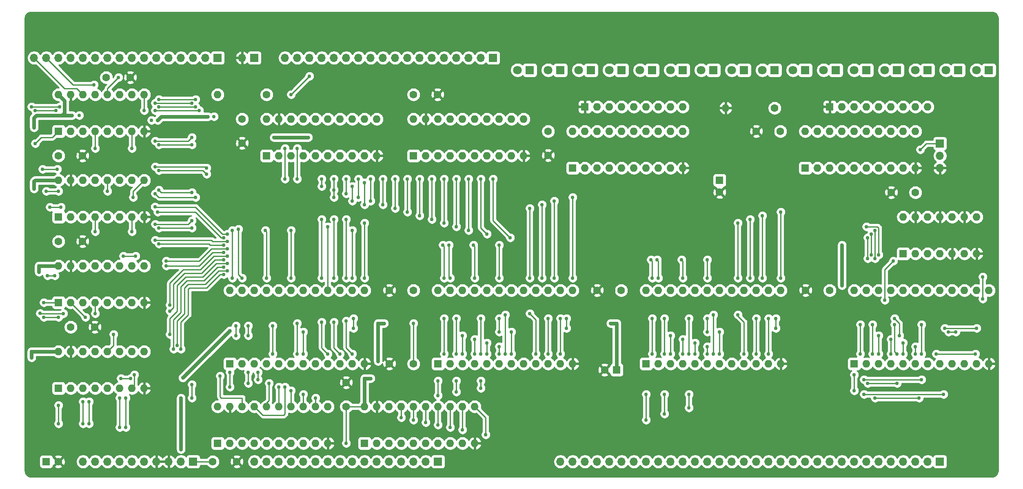
<source format=gbl>
G04 #@! TF.GenerationSoftware,KiCad,Pcbnew,(5.1.5)-3*
G04 #@! TF.CreationDate,2022-12-08T21:20:14-08:00*
G04 #@! TF.ProjectId,alu,616c752e-6b69-4636-9164-5f7063625858,rev?*
G04 #@! TF.SameCoordinates,Original*
G04 #@! TF.FileFunction,Copper,L2,Bot*
G04 #@! TF.FilePolarity,Positive*
%FSLAX46Y46*%
G04 Gerber Fmt 4.6, Leading zero omitted, Abs format (unit mm)*
G04 Created by KiCad (PCBNEW (5.1.5)-3) date 2022-12-08 21:20:14*
%MOMM*%
%LPD*%
G04 APERTURE LIST*
%ADD10O,1.600000X1.600000*%
%ADD11R,1.600000X1.600000*%
%ADD12O,1.700000X1.700000*%
%ADD13R,1.700000X1.700000*%
%ADD14C,1.600000*%
%ADD15C,1.800000*%
%ADD16R,1.800000X1.800000*%
%ADD17C,0.762000*%
%ADD18C,0.254000*%
%ADD19C,0.762000*%
G04 APERTURE END LIST*
D10*
X236220000Y-91440000D03*
X251460000Y-99060000D03*
X238760000Y-91440000D03*
X248920000Y-99060000D03*
X241300000Y-91440000D03*
X246380000Y-99060000D03*
X243840000Y-91440000D03*
X243840000Y-99060000D03*
X246380000Y-91440000D03*
X241300000Y-99060000D03*
X248920000Y-91440000D03*
X238760000Y-99060000D03*
X251460000Y-91440000D03*
D11*
X236220000Y-99060000D03*
D12*
X243840000Y-81280000D03*
X243840000Y-78740000D03*
D13*
X243840000Y-76200000D03*
D10*
X104140000Y-71120000D03*
X127000000Y-78740000D03*
X106680000Y-71120000D03*
X124460000Y-78740000D03*
X109220000Y-71120000D03*
X121920000Y-78740000D03*
X111760000Y-71120000D03*
X119380000Y-78740000D03*
X114300000Y-71120000D03*
X116840000Y-78740000D03*
X116840000Y-71120000D03*
X114300000Y-78740000D03*
X119380000Y-71120000D03*
X111760000Y-78740000D03*
X121920000Y-71120000D03*
X109220000Y-78740000D03*
X124460000Y-71120000D03*
X106680000Y-78740000D03*
X127000000Y-71120000D03*
D11*
X104140000Y-78740000D03*
D10*
X134620000Y-71120000D03*
X157480000Y-78740000D03*
X137160000Y-71120000D03*
X154940000Y-78740000D03*
X139700000Y-71120000D03*
X152400000Y-78740000D03*
X142240000Y-71120000D03*
X149860000Y-78740000D03*
X144780000Y-71120000D03*
X147320000Y-78740000D03*
X147320000Y-71120000D03*
X144780000Y-78740000D03*
X149860000Y-71120000D03*
X142240000Y-78740000D03*
X152400000Y-71120000D03*
X139700000Y-78740000D03*
X154940000Y-71120000D03*
X137160000Y-78740000D03*
X157480000Y-71120000D03*
D11*
X134620000Y-78740000D03*
D14*
X99060000Y-76120000D03*
X99060000Y-71120000D03*
X139620000Y-66040000D03*
X134620000Y-66040000D03*
D12*
X99060000Y-58420000D03*
D13*
X101600000Y-58420000D03*
D10*
X199390000Y-68834000D03*
D14*
X209550000Y-68834000D03*
D10*
X124460000Y-130810000D03*
X147320000Y-138430000D03*
X127000000Y-130810000D03*
X144780000Y-138430000D03*
X129540000Y-130810000D03*
X142240000Y-138430000D03*
X132080000Y-130810000D03*
X139700000Y-138430000D03*
X134620000Y-130810000D03*
X137160000Y-138430000D03*
X137160000Y-130810000D03*
X134620000Y-138430000D03*
X139700000Y-130810000D03*
X132080000Y-138430000D03*
X142240000Y-130810000D03*
X129540000Y-138430000D03*
X144780000Y-130810000D03*
X127000000Y-138430000D03*
X147320000Y-130810000D03*
D11*
X124460000Y-138430000D03*
D10*
X93980000Y-130810000D03*
X116840000Y-138430000D03*
X96520000Y-130810000D03*
X114300000Y-138430000D03*
X99060000Y-130810000D03*
X111760000Y-138430000D03*
X101600000Y-130810000D03*
X109220000Y-138430000D03*
X104140000Y-130810000D03*
X106680000Y-138430000D03*
X106680000Y-130810000D03*
X104140000Y-138430000D03*
X109220000Y-130810000D03*
X101600000Y-138430000D03*
X111760000Y-130810000D03*
X99060000Y-138430000D03*
X114300000Y-130810000D03*
X96520000Y-138430000D03*
X116840000Y-130810000D03*
D11*
X93980000Y-138430000D03*
D14*
X120650000Y-125810000D03*
X120650000Y-130810000D03*
X97964000Y-142240000D03*
X92964000Y-142240000D03*
D13*
X88900000Y-142240000D03*
D12*
X86360000Y-142240000D03*
X83820000Y-142240000D03*
X81280000Y-142240000D03*
X78740000Y-142240000D03*
X76200000Y-142240000D03*
X73660000Y-142240000D03*
X71120000Y-142240000D03*
X68580000Y-142240000D03*
X66040000Y-142240000D03*
D13*
X139700000Y-142240000D03*
D12*
X137160000Y-142240000D03*
X134620000Y-142240000D03*
X132080000Y-142240000D03*
X129540000Y-142240000D03*
X127000000Y-142240000D03*
X124460000Y-142240000D03*
X121920000Y-142240000D03*
X119380000Y-142240000D03*
X116840000Y-142240000D03*
X114300000Y-142240000D03*
X111760000Y-142240000D03*
X109220000Y-142240000D03*
X106680000Y-142240000D03*
X104140000Y-142240000D03*
X101600000Y-142240000D03*
X165100000Y-142240000D03*
X167640000Y-142240000D03*
X170180000Y-142240000D03*
X172720000Y-142240000D03*
X175260000Y-142240000D03*
X177800000Y-142240000D03*
X180340000Y-142240000D03*
X182880000Y-142240000D03*
X185420000Y-142240000D03*
X187960000Y-142240000D03*
X190500000Y-142240000D03*
X193040000Y-142240000D03*
X195580000Y-142240000D03*
X198120000Y-142240000D03*
X200660000Y-142240000D03*
X203200000Y-142240000D03*
X205740000Y-142240000D03*
X208280000Y-142240000D03*
X210820000Y-142240000D03*
X213360000Y-142240000D03*
X215900000Y-142240000D03*
X218440000Y-142240000D03*
X220980000Y-142240000D03*
X223520000Y-142240000D03*
X226060000Y-142240000D03*
X228600000Y-142240000D03*
X231140000Y-142240000D03*
X233680000Y-142240000D03*
X236220000Y-142240000D03*
X238760000Y-142240000D03*
X241300000Y-142240000D03*
D13*
X243840000Y-142240000D03*
D15*
X156210000Y-60960000D03*
D16*
X158750000Y-60960000D03*
D15*
X162560000Y-60960000D03*
D16*
X165100000Y-60960000D03*
D15*
X168910000Y-60960000D03*
D16*
X171450000Y-60960000D03*
D15*
X175260000Y-60960000D03*
D16*
X177800000Y-60960000D03*
D15*
X181610000Y-60960000D03*
D16*
X184150000Y-60960000D03*
D15*
X187960000Y-60960000D03*
D16*
X190500000Y-60960000D03*
D15*
X194310000Y-60960000D03*
D16*
X196850000Y-60960000D03*
D15*
X200660000Y-60960000D03*
D16*
X203200000Y-60960000D03*
D15*
X207010000Y-60960000D03*
D16*
X209550000Y-60960000D03*
D15*
X213360000Y-60960000D03*
D16*
X215900000Y-60960000D03*
D15*
X219710000Y-60960000D03*
D16*
X222250000Y-60960000D03*
D15*
X226060000Y-60960000D03*
D16*
X228600000Y-60960000D03*
D15*
X232410000Y-60960000D03*
D16*
X234950000Y-60960000D03*
D15*
X238760000Y-60960000D03*
D16*
X241300000Y-60960000D03*
D15*
X245110000Y-60960000D03*
D16*
X247650000Y-60960000D03*
D15*
X251460000Y-60960000D03*
D16*
X254000000Y-60960000D03*
D14*
X174284000Y-123190000D03*
D11*
X176784000Y-123190000D03*
D14*
X198120000Y-86320000D03*
D11*
X198120000Y-83820000D03*
D14*
X60920000Y-142240000D03*
D11*
X58420000Y-142240000D03*
D10*
X96520000Y-106680000D03*
X124460000Y-121920000D03*
X99060000Y-106680000D03*
X121920000Y-121920000D03*
X101600000Y-106680000D03*
X119380000Y-121920000D03*
X104140000Y-106680000D03*
X116840000Y-121920000D03*
X106680000Y-106680000D03*
X114300000Y-121920000D03*
X109220000Y-106680000D03*
X111760000Y-121920000D03*
X111760000Y-106680000D03*
X109220000Y-121920000D03*
X114300000Y-106680000D03*
X106680000Y-121920000D03*
X116840000Y-106680000D03*
X104140000Y-121920000D03*
X119380000Y-106680000D03*
X101600000Y-121920000D03*
X121920000Y-106680000D03*
X99060000Y-121920000D03*
X124460000Y-106680000D03*
D11*
X96520000Y-121920000D03*
D10*
X60960000Y-66040000D03*
X78740000Y-73660000D03*
X63500000Y-66040000D03*
X76200000Y-73660000D03*
X66040000Y-66040000D03*
X73660000Y-73660000D03*
X68580000Y-66040000D03*
X71120000Y-73660000D03*
X71120000Y-66040000D03*
X68580000Y-73660000D03*
X73660000Y-66040000D03*
X66040000Y-73660000D03*
X76200000Y-66040000D03*
X63500000Y-73660000D03*
X78740000Y-66040000D03*
D11*
X60960000Y-73660000D03*
D10*
X60960000Y-101600000D03*
X78740000Y-109220000D03*
X63500000Y-101600000D03*
X76200000Y-109220000D03*
X66040000Y-101600000D03*
X73660000Y-109220000D03*
X68580000Y-101600000D03*
X71120000Y-109220000D03*
X71120000Y-101600000D03*
X68580000Y-109220000D03*
X73660000Y-101600000D03*
X66040000Y-109220000D03*
X76200000Y-101600000D03*
X63500000Y-109220000D03*
X78740000Y-101600000D03*
D11*
X60960000Y-109220000D03*
D10*
X60960000Y-83820000D03*
X78740000Y-91440000D03*
X63500000Y-83820000D03*
X76200000Y-91440000D03*
X66040000Y-83820000D03*
X73660000Y-91440000D03*
X68580000Y-83820000D03*
X71120000Y-91440000D03*
X71120000Y-83820000D03*
X68580000Y-91440000D03*
X73660000Y-83820000D03*
X66040000Y-91440000D03*
X76200000Y-83820000D03*
X63500000Y-91440000D03*
X78740000Y-83820000D03*
D11*
X60960000Y-91440000D03*
D10*
X60960000Y-119380000D03*
X78740000Y-127000000D03*
X63500000Y-119380000D03*
X76200000Y-127000000D03*
X66040000Y-119380000D03*
X73660000Y-127000000D03*
X68580000Y-119380000D03*
X71120000Y-127000000D03*
X71120000Y-119380000D03*
X68580000Y-127000000D03*
X73660000Y-119380000D03*
X66040000Y-127000000D03*
X76200000Y-119380000D03*
X63500000Y-127000000D03*
X78740000Y-119380000D03*
D11*
X60960000Y-127000000D03*
D10*
X139700000Y-106680000D03*
X167640000Y-121920000D03*
X142240000Y-106680000D03*
X165100000Y-121920000D03*
X144780000Y-106680000D03*
X162560000Y-121920000D03*
X147320000Y-106680000D03*
X160020000Y-121920000D03*
X149860000Y-106680000D03*
X157480000Y-121920000D03*
X152400000Y-106680000D03*
X154940000Y-121920000D03*
X154940000Y-106680000D03*
X152400000Y-121920000D03*
X157480000Y-106680000D03*
X149860000Y-121920000D03*
X160020000Y-106680000D03*
X147320000Y-121920000D03*
X162560000Y-106680000D03*
X144780000Y-121920000D03*
X165100000Y-106680000D03*
X142240000Y-121920000D03*
X167640000Y-106680000D03*
D11*
X139700000Y-121920000D03*
D10*
X182880000Y-106680000D03*
X210820000Y-121920000D03*
X185420000Y-106680000D03*
X208280000Y-121920000D03*
X187960000Y-106680000D03*
X205740000Y-121920000D03*
X190500000Y-106680000D03*
X203200000Y-121920000D03*
X193040000Y-106680000D03*
X200660000Y-121920000D03*
X195580000Y-106680000D03*
X198120000Y-121920000D03*
X198120000Y-106680000D03*
X195580000Y-121920000D03*
X200660000Y-106680000D03*
X193040000Y-121920000D03*
X203200000Y-106680000D03*
X190500000Y-121920000D03*
X205740000Y-106680000D03*
X187960000Y-121920000D03*
X208280000Y-106680000D03*
X185420000Y-121920000D03*
X210820000Y-106680000D03*
D11*
X182880000Y-121920000D03*
D10*
X226060000Y-106680000D03*
X254000000Y-121920000D03*
X228600000Y-106680000D03*
X251460000Y-121920000D03*
X231140000Y-106680000D03*
X248920000Y-121920000D03*
X233680000Y-106680000D03*
X246380000Y-121920000D03*
X236220000Y-106680000D03*
X243840000Y-121920000D03*
X238760000Y-106680000D03*
X241300000Y-121920000D03*
X241300000Y-106680000D03*
X238760000Y-121920000D03*
X243840000Y-106680000D03*
X236220000Y-121920000D03*
X246380000Y-106680000D03*
X233680000Y-121920000D03*
X248920000Y-106680000D03*
X231140000Y-121920000D03*
X251460000Y-106680000D03*
X228600000Y-121920000D03*
X254000000Y-106680000D03*
D11*
X226060000Y-121920000D03*
D10*
X241300000Y-68580000D03*
X238760000Y-68580000D03*
X236220000Y-68580000D03*
X233680000Y-68580000D03*
X231140000Y-68580000D03*
X228600000Y-68580000D03*
X226060000Y-68580000D03*
X223520000Y-68580000D03*
D11*
X220980000Y-68580000D03*
D10*
X190500000Y-68580000D03*
X187960000Y-68580000D03*
X185420000Y-68580000D03*
X182880000Y-68580000D03*
X180340000Y-68580000D03*
X177800000Y-68580000D03*
X175260000Y-68580000D03*
X172720000Y-68580000D03*
D11*
X170180000Y-68580000D03*
D10*
X93980000Y-66040000D03*
D14*
X104140000Y-66040000D03*
D12*
X107950000Y-58420000D03*
X110490000Y-58420000D03*
X113030000Y-58420000D03*
X115570000Y-58420000D03*
X118110000Y-58420000D03*
X120650000Y-58420000D03*
X123190000Y-58420000D03*
X125730000Y-58420000D03*
X128270000Y-58420000D03*
X130810000Y-58420000D03*
X133350000Y-58420000D03*
X135890000Y-58420000D03*
X138430000Y-58420000D03*
X140970000Y-58420000D03*
X143510000Y-58420000D03*
X146050000Y-58420000D03*
X148590000Y-58420000D03*
D13*
X151130000Y-58420000D03*
D14*
X75866000Y-62484000D03*
X70866000Y-62484000D03*
X65960000Y-96520000D03*
X60960000Y-96520000D03*
X129620000Y-121920000D03*
X134620000Y-121920000D03*
X68500000Y-114300000D03*
X63500000Y-114300000D03*
X65960000Y-78740000D03*
X60960000Y-78740000D03*
X205740000Y-73660000D03*
X210740000Y-73660000D03*
X129620000Y-106680000D03*
X134620000Y-106680000D03*
X162560000Y-78660000D03*
X162560000Y-73660000D03*
X172720000Y-106680000D03*
X177720000Y-106680000D03*
X215980000Y-106680000D03*
X220980000Y-106680000D03*
X233760000Y-86360000D03*
X238760000Y-86360000D03*
D11*
X215900000Y-81280000D03*
D10*
X238760000Y-73660000D03*
X218440000Y-81280000D03*
X236220000Y-73660000D03*
X220980000Y-81280000D03*
X233680000Y-73660000D03*
X223520000Y-81280000D03*
X231140000Y-73660000D03*
X226060000Y-81280000D03*
X228600000Y-73660000D03*
X228600000Y-81280000D03*
X226060000Y-73660000D03*
X231140000Y-81280000D03*
X223520000Y-73660000D03*
X233680000Y-81280000D03*
X220980000Y-73660000D03*
X236220000Y-81280000D03*
X218440000Y-73660000D03*
X238760000Y-81280000D03*
X215900000Y-73660000D03*
D11*
X167640000Y-81280000D03*
D10*
X190500000Y-73660000D03*
X170180000Y-81280000D03*
X187960000Y-73660000D03*
X172720000Y-81280000D03*
X185420000Y-73660000D03*
X175260000Y-81280000D03*
X182880000Y-73660000D03*
X177800000Y-81280000D03*
X180340000Y-73660000D03*
X180340000Y-81280000D03*
X177800000Y-73660000D03*
X182880000Y-81280000D03*
X175260000Y-73660000D03*
X185420000Y-81280000D03*
X172720000Y-73660000D03*
X187960000Y-81280000D03*
X170180000Y-73660000D03*
X190500000Y-81280000D03*
X167640000Y-73660000D03*
D12*
X55880000Y-58420000D03*
X58420000Y-58420000D03*
X60960000Y-58420000D03*
X63500000Y-58420000D03*
X66040000Y-58420000D03*
X68580000Y-58420000D03*
X71120000Y-58420000D03*
X73660000Y-58420000D03*
X76200000Y-58420000D03*
X78740000Y-58420000D03*
X81280000Y-58420000D03*
X83820000Y-58420000D03*
X86360000Y-58420000D03*
X88900000Y-58420000D03*
X91440000Y-58420000D03*
D13*
X93980000Y-58420000D03*
D17*
X198120000Y-119888000D03*
X198120000Y-115316000D03*
X245618000Y-115316000D03*
X247142000Y-115316000D03*
X154940000Y-119888000D03*
X154940000Y-115316000D03*
X195580000Y-115316000D03*
X195580000Y-112522000D03*
X111760000Y-119888000D03*
X111760000Y-115316000D03*
X152400000Y-115316000D03*
X152400000Y-112522000D03*
X96520000Y-115062000D03*
X223520000Y-104394000D03*
X87630000Y-123951990D03*
X134620000Y-113538000D03*
X55372000Y-119380000D03*
X55880000Y-84073982D03*
X56896012Y-101600000D03*
X55880028Y-71628000D03*
X55372000Y-120650000D03*
X56896012Y-102870014D03*
X55880000Y-85598000D03*
X55880000Y-72898000D03*
X223520000Y-105664000D03*
X95504000Y-116077996D03*
X176784000Y-113538000D03*
X175514000Y-113538000D03*
X86359996Y-138430000D03*
X86360000Y-139700000D03*
X86741000Y-124841000D03*
X86360000Y-130302000D03*
X86360000Y-129032000D03*
X127254000Y-121412000D03*
X127254000Y-120142000D03*
X124460000Y-124968000D03*
X125730000Y-124968000D03*
X128524006Y-113538000D03*
X127254000Y-113538000D03*
X120650000Y-138430000D03*
X223520000Y-97282006D03*
X223520000Y-98552000D03*
X91948000Y-70612000D03*
X93218000Y-70612000D03*
X63753988Y-70358000D03*
X65278042Y-70358000D03*
X80264000Y-71374000D03*
X81534000Y-71374000D03*
X239776000Y-77470000D03*
X111506000Y-74930000D03*
X112776000Y-74930000D03*
X105664000Y-74930000D03*
X106934000Y-74930000D03*
X68326000Y-64008001D03*
X55372000Y-68580000D03*
X61214000Y-68580000D03*
X60452000Y-69342000D03*
X56134000Y-69342000D03*
X58420000Y-86106000D03*
X60959994Y-86106000D03*
X57658000Y-81534000D03*
X60706000Y-81534000D03*
X61468000Y-89408000D03*
X59182000Y-89408012D03*
X66548000Y-112268000D03*
X122173964Y-114554000D03*
X244856000Y-114554000D03*
X209804000Y-112522000D03*
X209804000Y-114554000D03*
X166370000Y-112522000D03*
X166370000Y-114554000D03*
X122174000Y-112522000D03*
X121920000Y-104140000D03*
X121920000Y-94234000D03*
X251459990Y-114554000D03*
X107950000Y-83566000D03*
X107950000Y-77215988D03*
X110490000Y-83566000D03*
X110490000Y-77216000D03*
X124460000Y-104140000D03*
X124460000Y-84328000D03*
X124460000Y-88899990D03*
X124460000Y-92710000D03*
X120650000Y-104140000D03*
X121920000Y-119888000D03*
X120650000Y-113030000D03*
X115570000Y-83566000D03*
X115570000Y-85090000D03*
X121920000Y-85090000D03*
X121920000Y-88138000D03*
X120650000Y-91948000D03*
X118110000Y-104140000D03*
X119380000Y-119888000D03*
X118110000Y-113284012D03*
X118109992Y-85852000D03*
X118110000Y-83565980D03*
X118110000Y-87376000D03*
X118110000Y-91948000D03*
X115570000Y-104140000D03*
X116840000Y-119888000D03*
X115570000Y-113284000D03*
X120650000Y-86614000D03*
X120650000Y-83566000D03*
X115570000Y-91948000D03*
X167640000Y-104140000D03*
X167640000Y-87376000D03*
X123190000Y-83566000D03*
X123190000Y-87376000D03*
X163830000Y-104140000D03*
X163830000Y-88138000D03*
X165100000Y-119888000D03*
X165100000Y-112522000D03*
X125730000Y-83566000D03*
X125730000Y-88138000D03*
X161290000Y-104140000D03*
X161290000Y-88900000D03*
X162560000Y-119888000D03*
X162559986Y-112522000D03*
X128270000Y-83566000D03*
X128270000Y-88900012D03*
X158750000Y-104140000D03*
X158750000Y-89662000D03*
X160020000Y-119888000D03*
X158750000Y-111506000D03*
X130810000Y-83566000D03*
X130810000Y-89662000D03*
X210820000Y-104140000D03*
X210820000Y-90424000D03*
X133350000Y-83566000D03*
X133350000Y-90424000D03*
X207010000Y-104140000D03*
X207010000Y-91186000D03*
X208280000Y-119888000D03*
X208280000Y-112522000D03*
X135889988Y-83566000D03*
X135890000Y-91186000D03*
X204470000Y-104140000D03*
X204470000Y-91948000D03*
X205740000Y-119888000D03*
X205740000Y-112522000D03*
X138430000Y-83566000D03*
X138430000Y-91948000D03*
X201930000Y-104140000D03*
X201930000Y-92710000D03*
X203200000Y-119888000D03*
X201930000Y-111760000D03*
X140970000Y-83566000D03*
X140970000Y-92710000D03*
X228600000Y-93472000D03*
X143510000Y-83566000D03*
X143510000Y-93472006D03*
X231140000Y-99314000D03*
X230378000Y-94234000D03*
X146050000Y-83566004D03*
X146049992Y-94234000D03*
X230378000Y-100076000D03*
X229616000Y-94996000D03*
X148590000Y-83566000D03*
X149860000Y-94996000D03*
X229616000Y-99314000D03*
X228854000Y-95758000D03*
X151130000Y-83566000D03*
X228854000Y-100076000D03*
X154686000Y-95758000D03*
X144780000Y-119888000D03*
X144780000Y-116078000D03*
X187960000Y-119888000D03*
X187960000Y-116078000D03*
X231140000Y-119888000D03*
X231140000Y-116078000D03*
X60960000Y-134366000D03*
X60960000Y-130556000D03*
X57912000Y-109220000D03*
X56134000Y-76200000D03*
X152400000Y-119888000D03*
X152400000Y-118364000D03*
X195580000Y-119888000D03*
X195580000Y-118364000D03*
X238760000Y-119888000D03*
X238760000Y-118364000D03*
X230378000Y-129032000D03*
X239522000Y-129032000D03*
X244602000Y-128270000D03*
X235458000Y-116078000D03*
X234442000Y-112522000D03*
X232410000Y-108712000D03*
X234188000Y-100584000D03*
X228092016Y-128270000D03*
X149860000Y-119888000D03*
X149860000Y-117602000D03*
X193040000Y-119888000D03*
X193040000Y-117602000D03*
X236220000Y-119888000D03*
X236220000Y-117602000D03*
X147320000Y-119888000D03*
X147320000Y-116840000D03*
X190500000Y-119888000D03*
X190500000Y-116840000D03*
X233680000Y-119888000D03*
X233680000Y-116840000D03*
X252730000Y-103886000D03*
X252730000Y-108458000D03*
X251206000Y-119888000D03*
X243078000Y-119888000D03*
X76708000Y-124206000D03*
X96012000Y-102616000D03*
X85598000Y-118110000D03*
X84836000Y-118872000D03*
X95250000Y-101854000D03*
X96012000Y-101092000D03*
X72390000Y-115824000D03*
X84074000Y-115824000D03*
X73914000Y-124968000D03*
X75946000Y-124968000D03*
X95250000Y-103378000D03*
X227330000Y-119888000D03*
X86360000Y-118872000D03*
X227330000Y-113792004D03*
X84074000Y-109728000D03*
X96012000Y-99568000D03*
X185420000Y-104140000D03*
X185166000Y-100336074D03*
X83312000Y-101600000D03*
X95250000Y-98806000D03*
X190500000Y-104140000D03*
X190246000Y-100330000D03*
X74422000Y-99568000D03*
X76962008Y-99568000D03*
X83312000Y-100584000D03*
X96012000Y-98044000D03*
X195580000Y-100330000D03*
X195580000Y-104140000D03*
X68580000Y-111506000D03*
X84074000Y-110998000D03*
X95250000Y-100330000D03*
X184150000Y-104140000D03*
X184150000Y-119888000D03*
X184150006Y-112522000D03*
X183895978Y-100330000D03*
X76200000Y-94488000D03*
X81026000Y-96266000D03*
X96012000Y-96520000D03*
X142240000Y-104140000D03*
X141986000Y-97282000D03*
X95250000Y-95758000D03*
X147320000Y-104140000D03*
X147066000Y-97282000D03*
X81534000Y-90424000D03*
X76454000Y-87376000D03*
X71120000Y-86106000D03*
X80991614Y-89356420D03*
X96012000Y-94996000D03*
X152400000Y-97282000D03*
X152400000Y-104140000D03*
X81788000Y-97028000D03*
X68580004Y-94488000D03*
X95250000Y-97282000D03*
X140970000Y-104140000D03*
X140970000Y-119888000D03*
X140970000Y-112521996D03*
X140716000Y-97282000D03*
X76200000Y-77216000D03*
X81026000Y-81026000D03*
X99060000Y-104140000D03*
X91694000Y-81280000D03*
X98291926Y-93980000D03*
X78740000Y-69342000D03*
X81026000Y-69342000D03*
X90170000Y-69342000D03*
X104140000Y-104140000D03*
X103886000Y-94234000D03*
X73406000Y-62484000D03*
X81788000Y-67056000D03*
X89408000Y-67056000D03*
X109220000Y-104140000D03*
X109220000Y-94234000D03*
X68580000Y-77216000D03*
X81788000Y-81788000D03*
X97028000Y-94234000D03*
X97028000Y-104140000D03*
X97790000Y-116078000D03*
X97790000Y-114046000D03*
X91694000Y-82550000D03*
X116840000Y-93472000D03*
X73660000Y-135128000D03*
X73660000Y-129032000D03*
X229870000Y-119888000D03*
X229870000Y-113791994D03*
X144780000Y-135636000D03*
X74930000Y-135128000D03*
X74930000Y-129032000D03*
X234950000Y-119888000D03*
X234950000Y-125984000D03*
X234442000Y-113792000D03*
X228854010Y-125983990D03*
X142240000Y-135128000D03*
X67310000Y-134366000D03*
X67310000Y-129794000D03*
X240030000Y-119888000D03*
X228092000Y-125222000D03*
X240030000Y-125222000D03*
X240030000Y-113792000D03*
X139700000Y-134620000D03*
X66040000Y-134366000D03*
X66040000Y-129794000D03*
X226060002Y-124206000D03*
X226060000Y-127508000D03*
X149606000Y-136651994D03*
X186690000Y-119888000D03*
X186690000Y-112522000D03*
X60960000Y-112268000D03*
X57912000Y-112268000D03*
X134620000Y-133604000D03*
X186690000Y-132334000D03*
X186690000Y-128270000D03*
X191770000Y-119888000D03*
X191770000Y-112522000D03*
X58673992Y-103632000D03*
X60198000Y-103632000D03*
X132080000Y-133096000D03*
X191770000Y-128270000D03*
X191770000Y-131063998D03*
X196850000Y-119888000D03*
X196850000Y-111760000D03*
X61976006Y-111506000D03*
X57150000Y-111454412D03*
X137160000Y-134112000D03*
X182880000Y-133604000D03*
X182880000Y-128270000D03*
X81026000Y-92964000D03*
X88646000Y-92201992D03*
X143510010Y-119887990D03*
X143510000Y-112522000D03*
X114300000Y-129032000D03*
X143510000Y-127762000D03*
X143510000Y-125476000D03*
X81788000Y-85852000D03*
X148590000Y-119888000D03*
X148590000Y-112522000D03*
X88646000Y-86360000D03*
X111760000Y-128270000D03*
X148590000Y-127000000D03*
X148590000Y-125476000D03*
X81026000Y-86614000D03*
X153670000Y-119888000D03*
X153670010Y-111760000D03*
X89408000Y-87376000D03*
X109220000Y-127508000D03*
X88646000Y-93726000D03*
X81788000Y-93726000D03*
X139700000Y-128524000D03*
X139700000Y-125476000D03*
X88646000Y-129032000D03*
X88646000Y-126237982D03*
X81026000Y-75692000D03*
X88646000Y-74930028D03*
X100330000Y-116078000D03*
X100330000Y-114046000D03*
X100330000Y-123698000D03*
X100330000Y-125984000D03*
X104648000Y-125984000D03*
X88646000Y-67818000D03*
X81026000Y-67818000D03*
X105410000Y-119888000D03*
X105410000Y-114046000D03*
X102362000Y-123698000D03*
X102362000Y-125222000D03*
X107950000Y-126746000D03*
X81788000Y-68580000D03*
X89408000Y-68580000D03*
X110490000Y-119888000D03*
X110490000Y-113537978D03*
X94488000Y-124460000D03*
X88646000Y-76454000D03*
X81788000Y-76454000D03*
X96520000Y-123698000D03*
X96520000Y-126746000D03*
X106680000Y-126746000D03*
X113030000Y-62230004D03*
X109220000Y-66040020D03*
D18*
X198120000Y-119888000D02*
X198120000Y-115316000D01*
X245618000Y-115316000D02*
X247142000Y-115316000D01*
X154940000Y-119888000D02*
X154940000Y-115316000D01*
X195580000Y-115316000D02*
X195580000Y-112522000D01*
X111760000Y-119888000D02*
X111760000Y-115316000D01*
X152400000Y-115316000D02*
X152400000Y-112522000D01*
D19*
X96520000Y-115062000D02*
X96520000Y-115062000D01*
X87630010Y-123951990D02*
X87630000Y-123951990D01*
X96520000Y-115062000D02*
X87630010Y-123951990D01*
D18*
X134620000Y-121920000D02*
X134620000Y-113538000D01*
D19*
X60960000Y-119380000D02*
X55372000Y-119380000D01*
X56133982Y-83820000D02*
X55880000Y-84073982D01*
X60960000Y-83820000D02*
X56133982Y-83820000D01*
X60960000Y-101600000D02*
X56896012Y-101600000D01*
X55880028Y-70865972D02*
X55880028Y-71628000D01*
X60960000Y-66040000D02*
X62230000Y-67310000D01*
X62230000Y-69850000D02*
X61722000Y-70358000D01*
X62230000Y-67310000D02*
X62230000Y-69850000D01*
X61722000Y-70358000D02*
X56388000Y-70358000D01*
X56388000Y-70358000D02*
X55880028Y-70865972D01*
X55372000Y-119380000D02*
X55372000Y-120650000D01*
X56896012Y-101600000D02*
X56896012Y-102870014D01*
X55880000Y-84073982D02*
X55880000Y-85598000D01*
X55880028Y-71628000D02*
X55880028Y-72897972D01*
X55880028Y-72897972D02*
X55880000Y-72898000D01*
X175514000Y-113538000D02*
X176784000Y-113538000D01*
X176784000Y-113538000D02*
X176784000Y-123190000D01*
X86359996Y-139699996D02*
X86360000Y-139700000D01*
X86359996Y-138430000D02*
X86359996Y-139699996D01*
X87630000Y-123951990D02*
X86741000Y-124840990D01*
X86741000Y-124840990D02*
X86741000Y-124841000D01*
X86359996Y-130302004D02*
X86360000Y-130302000D01*
X86360000Y-130302000D02*
X86360000Y-129032000D01*
X86359996Y-131572004D02*
X86359996Y-130302004D01*
X86359996Y-138430000D02*
X86359996Y-131572004D01*
D18*
X120650000Y-130810000D02*
X124460000Y-130810000D01*
D19*
X127254000Y-121412000D02*
X127254000Y-121412000D01*
X127254000Y-120142000D02*
X127254000Y-121412000D01*
X124460000Y-130810000D02*
X124460000Y-124968000D01*
X124460000Y-124968000D02*
X125730000Y-124968000D01*
X124460000Y-124968000D02*
X124460000Y-124968000D01*
X125730000Y-124968000D02*
X125730000Y-124968000D01*
X127254000Y-120142000D02*
X127254000Y-113538000D01*
X127254000Y-113538000D02*
X128524006Y-113538000D01*
D18*
X120650000Y-130810000D02*
X120650000Y-138430000D01*
X88900000Y-142240000D02*
X90004000Y-142240000D01*
X90004000Y-142240000D02*
X92964000Y-142240000D01*
D19*
X223520000Y-105664000D02*
X223520000Y-98552000D01*
X223520000Y-97282006D02*
X223520000Y-98552000D01*
X61722000Y-70358000D02*
X63753988Y-70358000D01*
X82296000Y-70612000D02*
X81534000Y-71374000D01*
X91948000Y-70612000D02*
X82296000Y-70612000D01*
D18*
X239776000Y-77470000D02*
X241046000Y-76200000D01*
X241046000Y-76200000D02*
X243840000Y-76200000D01*
D19*
X105664000Y-74930000D02*
X112776000Y-74930000D01*
D18*
X64770000Y-64770000D02*
X66040000Y-66040000D01*
X55880000Y-58420000D02*
X62230000Y-64770000D01*
X62230000Y-64770000D02*
X64770000Y-64770000D01*
X67760315Y-64008001D02*
X68326000Y-64008001D01*
X64008001Y-64008001D02*
X67760315Y-64008001D01*
X58420000Y-58420000D02*
X64008001Y-64008001D01*
X55372000Y-68580000D02*
X61214000Y-68580000D01*
X60452000Y-69342000D02*
X56134000Y-69342000D01*
X58420000Y-86106000D02*
X60959994Y-86106000D01*
X57658000Y-81534000D02*
X60706000Y-81534000D01*
X59182012Y-89408000D02*
X59182000Y-89408012D01*
X61468000Y-89408000D02*
X59182012Y-89408000D01*
X66548000Y-112268000D02*
X63500000Y-109220000D01*
X209804000Y-112522000D02*
X209804000Y-114554000D01*
X166370000Y-112522000D02*
X166370000Y-114554000D01*
X122173964Y-112522036D02*
X122174000Y-112522000D01*
X122173964Y-114554000D02*
X122173964Y-112522036D01*
X121920000Y-104140000D02*
X121920000Y-94234000D01*
X244856000Y-114554000D02*
X251459990Y-114554000D01*
X107950000Y-83566000D02*
X107950000Y-77215988D01*
X110490000Y-83566000D02*
X110490000Y-77216000D01*
X124460000Y-84328000D02*
X124460000Y-88899990D01*
X124460000Y-104140000D02*
X124460000Y-92710000D01*
X120650000Y-118618000D02*
X120650000Y-113030000D01*
X121920000Y-119888000D02*
X120650000Y-118618000D01*
X115570000Y-83566000D02*
X115570000Y-85090000D01*
X121920000Y-85090000D02*
X121920000Y-88138000D01*
X120650000Y-104140000D02*
X120650000Y-91948000D01*
X118110000Y-118618000D02*
X118110000Y-113284012D01*
X119380000Y-119888000D02*
X118110000Y-118618000D01*
X118109992Y-83565988D02*
X118110000Y-83565980D01*
X118109992Y-85852000D02*
X118109992Y-83565988D01*
X118109992Y-87375992D02*
X118110000Y-87376000D01*
X118109992Y-85852000D02*
X118109992Y-87375992D01*
X118110000Y-104140000D02*
X118110000Y-91948000D01*
X115570000Y-118618000D02*
X115570000Y-113284000D01*
X116840000Y-119888000D02*
X115570000Y-118618000D01*
X120650000Y-86614000D02*
X120650000Y-83566000D01*
X115570000Y-104140000D02*
X115570000Y-91948000D01*
X167640000Y-104140000D02*
X167640000Y-87376000D01*
X123190000Y-83566000D02*
X123190000Y-87376000D01*
X165100000Y-119888000D02*
X165100000Y-112522000D01*
X163830000Y-104140000D02*
X163830000Y-88138000D01*
X125730000Y-83566000D02*
X125730000Y-88138000D01*
X162560000Y-112522014D02*
X162559986Y-112522000D01*
X162560000Y-119888000D02*
X162560000Y-112522014D01*
X161290000Y-104140000D02*
X161290000Y-88900000D01*
X128270000Y-83566000D02*
X128270000Y-88900012D01*
X159258000Y-112014000D02*
X158750000Y-111506000D01*
X160020000Y-119888000D02*
X160020000Y-112776000D01*
X160020000Y-112776000D02*
X159258000Y-112014000D01*
X158750000Y-104140000D02*
X158750000Y-89662000D01*
X130810000Y-83566000D02*
X130810000Y-89662000D01*
X210820000Y-104140000D02*
X210820000Y-100330000D01*
X210820000Y-90424000D02*
X210820000Y-93472000D01*
X210820000Y-91186000D02*
X210820000Y-100330000D01*
X133350000Y-83566000D02*
X133350000Y-90424000D01*
X207010000Y-104140000D02*
X207010000Y-100330000D01*
X207010000Y-100330000D02*
X207010000Y-100330000D01*
X207010000Y-100330000D02*
X207010000Y-91186000D01*
X207010000Y-93472000D02*
X207010000Y-91186000D01*
X208280000Y-119888000D02*
X208280000Y-112522000D01*
X135889988Y-91185988D02*
X135890000Y-91186000D01*
X135889988Y-83566000D02*
X135889988Y-91185988D01*
X204470000Y-93472000D02*
X204470000Y-91948000D01*
X204470000Y-104140000D02*
X204470000Y-100330000D01*
X204470000Y-100330000D02*
X204470000Y-91948000D01*
X205740000Y-119888000D02*
X205740000Y-112522000D01*
X138430000Y-83566000D02*
X138430000Y-91948000D01*
X201930000Y-104140000D02*
X201930000Y-100330000D01*
X201930000Y-100330000D02*
X201930000Y-92710000D01*
X203200000Y-119888000D02*
X203200000Y-113284000D01*
X201930000Y-112014000D02*
X201930000Y-111760000D01*
X203200000Y-113284000D02*
X201930000Y-112014000D01*
X140970000Y-83566000D02*
X140970000Y-92710000D01*
X143510000Y-83566000D02*
X143510000Y-93472006D01*
X231140000Y-93726000D02*
X231140000Y-99314000D01*
X228600000Y-93472000D02*
X230886000Y-93472000D01*
X230886000Y-93472000D02*
X231140000Y-93726000D01*
X146050000Y-94233992D02*
X146049992Y-94234000D01*
X146050000Y-83566004D02*
X146050000Y-94233992D01*
X230378000Y-94234000D02*
X230378000Y-100076000D01*
X229616000Y-94996000D02*
X229616000Y-99314000D01*
X148590000Y-93726000D02*
X149860000Y-94996000D01*
X148590000Y-83566000D02*
X148590000Y-93726000D01*
X228854000Y-96012000D02*
X228854000Y-100076000D01*
X151130000Y-92202000D02*
X154686000Y-95758000D01*
X151130000Y-83566000D02*
X151130000Y-92202000D01*
X187960000Y-119888000D02*
X187960000Y-116078000D01*
X231140000Y-119888000D02*
X231140000Y-116078000D01*
X144780000Y-119888000D02*
X144780000Y-116078000D01*
X60960000Y-134366000D02*
X60960000Y-130556000D01*
X60960000Y-109220000D02*
X57912000Y-109220000D01*
X56533999Y-75800001D02*
X56134000Y-76200000D01*
X57404000Y-74930000D02*
X56533999Y-75800001D01*
X60960000Y-73660000D02*
X59690000Y-74930000D01*
X59690000Y-74930000D02*
X57404000Y-74930000D01*
X195580000Y-119888000D02*
X195580000Y-118364000D01*
X238760000Y-119888000D02*
X238760000Y-118364000D01*
X152400000Y-119888000D02*
X152400000Y-118364000D01*
X230378000Y-129032000D02*
X239522000Y-129032000D01*
X235458000Y-116078000D02*
X235458000Y-113538000D01*
X235458000Y-113538000D02*
X234442000Y-112522000D01*
X232410000Y-108712000D02*
X232410000Y-102362000D01*
X232410000Y-102362000D02*
X234188000Y-100584000D01*
X244602000Y-128270000D02*
X228092016Y-128270000D01*
X193040000Y-119888000D02*
X193040000Y-117602000D01*
X236220000Y-119888000D02*
X236220000Y-117602000D01*
X149860000Y-119888000D02*
X149860000Y-117602000D01*
X190500000Y-119888000D02*
X190500000Y-116840000D01*
X233680000Y-119888000D02*
X233680000Y-116840000D01*
X147320000Y-119888000D02*
X147320000Y-116840000D01*
X252730000Y-103886000D02*
X252730000Y-108458000D01*
X251206000Y-119888000D02*
X243078000Y-119888000D01*
X76708000Y-126492000D02*
X76708000Y-124206000D01*
X76200000Y-127000000D02*
X76708000Y-126492000D01*
X95758000Y-102616000D02*
X95758000Y-102616000D01*
X95446315Y-102616000D02*
X96012000Y-102616000D01*
X91440000Y-105410000D02*
X94234000Y-102616000D01*
X94234000Y-102616000D02*
X95446315Y-102616000D01*
X85598000Y-113030000D02*
X87122000Y-111506000D01*
X87122000Y-106172000D02*
X87884000Y-105410000D01*
X87884000Y-105410000D02*
X91440000Y-105410000D01*
X87122000Y-111506000D02*
X87122000Y-106172000D01*
X85598000Y-118110000D02*
X85598000Y-113030000D01*
X95250000Y-101854000D02*
X95250000Y-101854000D01*
X93980000Y-101854000D02*
X95250000Y-101854000D01*
X84836000Y-112776000D02*
X86360000Y-111252000D01*
X91186000Y-104648000D02*
X93980000Y-101854000D01*
X86360000Y-105918000D02*
X87630000Y-104648000D01*
X84836000Y-118872000D02*
X84836000Y-112776000D01*
X86360000Y-111252000D02*
X86360000Y-105918000D01*
X87630000Y-104648000D02*
X91186000Y-104648000D01*
X96012000Y-101092000D02*
X96012000Y-101092000D01*
X93726000Y-101092000D02*
X96012000Y-101092000D01*
X90932000Y-103886000D02*
X93726000Y-101092000D01*
X84074000Y-112522000D02*
X85598000Y-110998000D01*
X87376000Y-103886000D02*
X90932000Y-103886000D01*
X85598000Y-110998000D02*
X85598000Y-105664000D01*
X84074000Y-115824000D02*
X84074000Y-115824000D01*
X85598000Y-105664000D02*
X87376000Y-103886000D01*
X72390000Y-118110000D02*
X72390000Y-115824000D01*
X71120000Y-119380000D02*
X72390000Y-118110000D01*
X72390000Y-115824000D02*
X72390000Y-115824000D01*
X84074000Y-115824000D02*
X84074000Y-112522000D01*
X73914000Y-124968000D02*
X75946000Y-124968000D01*
X94488000Y-103378000D02*
X95250000Y-103378000D01*
X91694000Y-106172000D02*
X94488000Y-103378000D01*
X86360000Y-113284000D02*
X87884000Y-111760000D01*
X87884000Y-106426000D02*
X88138000Y-106172000D01*
X87884000Y-111760000D02*
X87884000Y-106426000D01*
X88138000Y-106172000D02*
X91694000Y-106172000D01*
X86360000Y-118872000D02*
X86360000Y-113284000D01*
X227330000Y-119888000D02*
X227330000Y-113792004D01*
X96012000Y-99568000D02*
X96012000Y-99568000D01*
X185420000Y-104140000D02*
X185420000Y-104140000D01*
X90424000Y-102362000D02*
X93218000Y-99568000D01*
X93218000Y-99568000D02*
X96012000Y-99568000D01*
X86868000Y-102362000D02*
X90424000Y-102362000D01*
X84074000Y-109728000D02*
X84074000Y-105156000D01*
X84074000Y-105156000D02*
X86868000Y-102362000D01*
X185420000Y-104140000D02*
X185420000Y-100590074D01*
X185420000Y-100590074D02*
X185166000Y-100336074D01*
X83312000Y-101600000D02*
X90170000Y-101600000D01*
X90170000Y-101600000D02*
X92964000Y-98806000D01*
X92964000Y-98806000D02*
X95250000Y-98806000D01*
X95250000Y-98806000D02*
X95250000Y-98806000D01*
X190500000Y-104140000D02*
X190500000Y-100584000D01*
X190500000Y-100584000D02*
X190246000Y-100330000D01*
X74422000Y-99568000D02*
X76962008Y-99568000D01*
X90170000Y-100584000D02*
X83312000Y-100584000D01*
X96012000Y-98044000D02*
X96012000Y-98044000D01*
X92710000Y-98044000D02*
X90170000Y-100584000D01*
X96012000Y-98044000D02*
X92710000Y-98044000D01*
X195580000Y-100330000D02*
X195580000Y-104140000D01*
X68580000Y-109220000D02*
X68580000Y-111506000D01*
X95250000Y-100330000D02*
X95250000Y-100330000D01*
X93472000Y-100330000D02*
X95250000Y-100330000D01*
X84836000Y-110236000D02*
X84836000Y-105410000D01*
X84836000Y-105410000D02*
X87122000Y-103124000D01*
X84074000Y-110998000D02*
X84836000Y-110236000D01*
X87122000Y-103124000D02*
X90678000Y-103124000D01*
X90678000Y-103124000D02*
X93472000Y-100330000D01*
X184150000Y-112522006D02*
X184150006Y-112522000D01*
X184150000Y-119888000D02*
X184150000Y-112522006D01*
X184150000Y-104140000D02*
X184150000Y-100584022D01*
X184150000Y-100584022D02*
X183895978Y-100330000D01*
X76200000Y-91440000D02*
X76200000Y-94488000D01*
X81026000Y-96266000D02*
X92710000Y-96266000D01*
X92964000Y-96520000D02*
X96012000Y-96520000D01*
X92710000Y-96266000D02*
X92964000Y-96520000D01*
X96012000Y-96520000D02*
X96012000Y-96520000D01*
X141986000Y-103886000D02*
X141986000Y-97282000D01*
X142240000Y-104140000D02*
X141986000Y-103886000D01*
X95250000Y-95758000D02*
X95250000Y-95758000D01*
X147320000Y-97536000D02*
X147066000Y-97282000D01*
X147320000Y-104140000D02*
X147320000Y-97536000D01*
X89350315Y-90424000D02*
X82099685Y-90424000D01*
X82099685Y-90424000D02*
X81534000Y-90424000D01*
X95250000Y-95758000D02*
X94684315Y-95758000D01*
X94684315Y-95758000D02*
X89350315Y-90424000D01*
X76454000Y-86106000D02*
X76454000Y-87376000D01*
X78740000Y-83820000D02*
X76454000Y-86106000D01*
X71120000Y-83820000D02*
X71120000Y-86106000D01*
X96012000Y-94996000D02*
X96012000Y-94996000D01*
X152400000Y-97282000D02*
X152400000Y-104140000D01*
X89408000Y-89408000D02*
X94996000Y-94996000D01*
X80991614Y-89356420D02*
X81043194Y-89408000D01*
X94996000Y-94996000D02*
X96012000Y-94996000D01*
X81043194Y-89408000D02*
X89408000Y-89408000D01*
X81788000Y-97028000D02*
X92202000Y-97028000D01*
X92202000Y-97028000D02*
X92456000Y-97282000D01*
X92456000Y-97282000D02*
X95250000Y-97282000D01*
X68580000Y-91440000D02*
X68580000Y-94487996D01*
X68580000Y-94487996D02*
X68580004Y-94488000D01*
X95250000Y-97282000D02*
X95250000Y-97282000D01*
X140970000Y-119888000D02*
X140970000Y-112521996D01*
X140970000Y-97536000D02*
X140716000Y-97282000D01*
X140970000Y-104140000D02*
X140970000Y-97536000D01*
X76200000Y-73660000D02*
X76200000Y-77216000D01*
X91440000Y-81026000D02*
X91694000Y-81280000D01*
X81026000Y-81026000D02*
X91440000Y-81026000D01*
X98291926Y-94545685D02*
X98291926Y-93980000D01*
X99060000Y-104140000D02*
X98291926Y-103371926D01*
X98291926Y-103371926D02*
X98291926Y-94545685D01*
X78740000Y-66040000D02*
X78740000Y-69342000D01*
X81026000Y-69342000D02*
X90170000Y-69342000D01*
X104140000Y-104140000D02*
X104140000Y-94488000D01*
X104140000Y-94488000D02*
X103886000Y-94234000D01*
X71120000Y-66040000D02*
X71120000Y-64770000D01*
X71120000Y-64770000D02*
X73406000Y-62484000D01*
X81788000Y-67056000D02*
X89408000Y-67056000D01*
X109220000Y-94234000D02*
X109220000Y-104140000D01*
X68580000Y-73660000D02*
X68580000Y-77216000D01*
X97028000Y-94234000D02*
X97028000Y-94799685D01*
X97028000Y-94799685D02*
X97028000Y-103378000D01*
X97028000Y-103378000D02*
X97028000Y-104140000D01*
X97790000Y-116078000D02*
X97790000Y-114046000D01*
X90932000Y-81788000D02*
X91694000Y-82550000D01*
X81788000Y-81788000D02*
X90932000Y-81788000D01*
X116840000Y-106680000D02*
X116840000Y-93472000D01*
X73660000Y-135128000D02*
X73660000Y-129032000D01*
X229870000Y-119888000D02*
X229870000Y-113791994D01*
X144780000Y-130810000D02*
X144780000Y-135636000D01*
X74930000Y-135128000D02*
X74930000Y-129032000D01*
X234442000Y-119380000D02*
X234442000Y-113792000D01*
X234950000Y-119888000D02*
X234442000Y-119380000D01*
X234384315Y-125983990D02*
X234950000Y-125984000D01*
X228854010Y-125983990D02*
X234384315Y-125983990D01*
X234950000Y-125984000D02*
X234950000Y-125983990D01*
X142240000Y-130810000D02*
X142240000Y-135128000D01*
X67310000Y-134366000D02*
X67310000Y-129794000D01*
X228092000Y-125222000D02*
X239776000Y-125222000D01*
X240030000Y-119888000D02*
X240030000Y-113792000D01*
X139700000Y-130810000D02*
X139700000Y-134620000D01*
X66040000Y-134366000D02*
X66040000Y-129794000D01*
X226060000Y-124206002D02*
X226060002Y-124206000D01*
X226060000Y-127508000D02*
X226060000Y-124206002D01*
X147320000Y-130810000D02*
X149606000Y-133096000D01*
X149606000Y-133096000D02*
X149606000Y-136651994D01*
X186690000Y-119888000D02*
X186690000Y-112522000D01*
X60960000Y-112268000D02*
X57912000Y-112268000D01*
X134620000Y-130810000D02*
X134620000Y-133604000D01*
X186690000Y-132334000D02*
X186690000Y-128270000D01*
X191770000Y-119888000D02*
X191770000Y-112522000D01*
X58673992Y-103632000D02*
X60198000Y-103632000D01*
X132080000Y-133096000D02*
X132080000Y-130810000D01*
X191770000Y-128270000D02*
X191770000Y-131063998D01*
X196850000Y-119888000D02*
X196850000Y-111760000D01*
X57201588Y-111506000D02*
X57150000Y-111454412D01*
X61976006Y-111506000D02*
X57201588Y-111506000D01*
X137160000Y-130810000D02*
X137160000Y-134112000D01*
X182880000Y-133065185D02*
X182880000Y-128270000D01*
X182880000Y-133604000D02*
X182880000Y-133065185D01*
X81026000Y-92964000D02*
X87883992Y-92964000D01*
X87883992Y-92964000D02*
X88646000Y-92201992D01*
X143510010Y-112522010D02*
X143510000Y-112522000D01*
X143510010Y-119887990D02*
X143510010Y-112522010D01*
X114300000Y-130810000D02*
X114300000Y-129032000D01*
X143510000Y-127762000D02*
X143510000Y-125476000D01*
X148590000Y-119888000D02*
X148590000Y-112522000D01*
X88246001Y-86360000D02*
X88646000Y-86360000D01*
X81788000Y-85852000D02*
X82296000Y-86360000D01*
X82296000Y-86360000D02*
X88246001Y-86360000D01*
X111760000Y-130810000D02*
X111760000Y-128270000D01*
X148590000Y-127000000D02*
X148590000Y-125476000D01*
X153670000Y-119888000D02*
X153670000Y-111760010D01*
X153670000Y-111760010D02*
X153670010Y-111760000D01*
X81026000Y-86614000D02*
X81788000Y-87376000D01*
X88842315Y-87376000D02*
X89408000Y-87376000D01*
X81788000Y-87376000D02*
X88842315Y-87376000D01*
X109220000Y-130810000D02*
X109220000Y-127508000D01*
X88646000Y-93726000D02*
X81788000Y-93726000D01*
X139700000Y-128524000D02*
X139700000Y-125476000D01*
X88646000Y-129032000D02*
X88646000Y-126237982D01*
X87884028Y-75692000D02*
X88646000Y-74930028D01*
X81026000Y-75692000D02*
X87884028Y-75692000D01*
X100330000Y-116078000D02*
X100330000Y-114046000D01*
X100330000Y-123698000D02*
X100330000Y-125984000D01*
X104648000Y-129540000D02*
X104648000Y-125984000D01*
X104140000Y-130810000D02*
X104140000Y-130048000D01*
X104140000Y-130048000D02*
X104648000Y-129540000D01*
X88646000Y-67818000D02*
X88080315Y-67818000D01*
X88080315Y-67818000D02*
X81026000Y-67818000D01*
X105410000Y-119888000D02*
X105410000Y-114046000D01*
X102362000Y-124236815D02*
X102362000Y-123698000D01*
X102362000Y-125222000D02*
X102362000Y-125222000D01*
X102362000Y-125222000D02*
X102362000Y-124236815D01*
X107950000Y-132334000D02*
X107950000Y-127284815D01*
X107950000Y-127284815D02*
X107950000Y-126746000D01*
X101600000Y-130810000D02*
X103378000Y-132588000D01*
X103378000Y-132588000D02*
X107696000Y-132588000D01*
X107696000Y-132588000D02*
X107950000Y-132334000D01*
X88900000Y-68580000D02*
X81788000Y-68580000D01*
X89408000Y-68580000D02*
X88900000Y-68580000D01*
X110490000Y-119888000D02*
X110490000Y-113537978D01*
X99060000Y-129032000D02*
X94742000Y-129032000D01*
X99060000Y-130810000D02*
X99060000Y-129032000D01*
X94742000Y-129032000D02*
X94488000Y-128778000D01*
X94488000Y-128778000D02*
X94488000Y-124460000D01*
X88646000Y-76454000D02*
X81788000Y-76454000D01*
X96520000Y-124460000D02*
X96520000Y-124460000D01*
X96520000Y-123698000D02*
X96520000Y-126746000D01*
X106680000Y-130810000D02*
X106680000Y-126746000D01*
X109220000Y-66040004D02*
X109220000Y-66040020D01*
X113030000Y-62230004D02*
X109220000Y-66040004D01*
G36*
X254876204Y-48946815D02*
G01*
X255108226Y-49016867D01*
X255322222Y-49130650D01*
X255510041Y-49283832D01*
X255664530Y-49470577D01*
X255779801Y-49683769D01*
X255851472Y-49915300D01*
X255880000Y-50186725D01*
X255880001Y-144112712D01*
X255853185Y-144386205D01*
X255783133Y-144618226D01*
X255669350Y-144832222D01*
X255516169Y-145020039D01*
X255329424Y-145174529D01*
X255116231Y-145289802D01*
X254884701Y-145361472D01*
X254613276Y-145390000D01*
X55277277Y-145390000D01*
X55003795Y-145363185D01*
X54771774Y-145293133D01*
X54557778Y-145179350D01*
X54369961Y-145026169D01*
X54215471Y-144839424D01*
X54100198Y-144626231D01*
X54028528Y-144394701D01*
X54000000Y-144123276D01*
X54000000Y-141440000D01*
X56981928Y-141440000D01*
X56981928Y-143040000D01*
X56994188Y-143164482D01*
X57030498Y-143284180D01*
X57089463Y-143394494D01*
X57168815Y-143491185D01*
X57265506Y-143570537D01*
X57375820Y-143629502D01*
X57495518Y-143665812D01*
X57620000Y-143678072D01*
X59220000Y-143678072D01*
X59344482Y-143665812D01*
X59464180Y-143629502D01*
X59574494Y-143570537D01*
X59671185Y-143491185D01*
X59750537Y-143394494D01*
X59809502Y-143284180D01*
X59825117Y-143232702D01*
X60106903Y-143232702D01*
X60178486Y-143476671D01*
X60433996Y-143597571D01*
X60708184Y-143666300D01*
X60990512Y-143680217D01*
X61270130Y-143638787D01*
X61536292Y-143543603D01*
X61661514Y-143476671D01*
X61733097Y-143232702D01*
X60920000Y-142419605D01*
X60106903Y-143232702D01*
X59825117Y-143232702D01*
X59845812Y-143164482D01*
X59858072Y-143040000D01*
X59858072Y-143032785D01*
X59927298Y-143053097D01*
X60740395Y-142240000D01*
X61099605Y-142240000D01*
X61912702Y-143053097D01*
X62156671Y-142981514D01*
X62277571Y-142726004D01*
X62346300Y-142451816D01*
X62360217Y-142169488D01*
X62348994Y-142093740D01*
X64555000Y-142093740D01*
X64555000Y-142386260D01*
X64612068Y-142673158D01*
X64724010Y-142943411D01*
X64886525Y-143186632D01*
X65093368Y-143393475D01*
X65336589Y-143555990D01*
X65606842Y-143667932D01*
X65893740Y-143725000D01*
X66186260Y-143725000D01*
X66473158Y-143667932D01*
X66743411Y-143555990D01*
X66986632Y-143393475D01*
X67193475Y-143186632D01*
X67310000Y-143012240D01*
X67426525Y-143186632D01*
X67633368Y-143393475D01*
X67876589Y-143555990D01*
X68146842Y-143667932D01*
X68433740Y-143725000D01*
X68726260Y-143725000D01*
X69013158Y-143667932D01*
X69283411Y-143555990D01*
X69526632Y-143393475D01*
X69733475Y-143186632D01*
X69850000Y-143012240D01*
X69966525Y-143186632D01*
X70173368Y-143393475D01*
X70416589Y-143555990D01*
X70686842Y-143667932D01*
X70973740Y-143725000D01*
X71266260Y-143725000D01*
X71553158Y-143667932D01*
X71823411Y-143555990D01*
X72066632Y-143393475D01*
X72273475Y-143186632D01*
X72390000Y-143012240D01*
X72506525Y-143186632D01*
X72713368Y-143393475D01*
X72956589Y-143555990D01*
X73226842Y-143667932D01*
X73513740Y-143725000D01*
X73806260Y-143725000D01*
X74093158Y-143667932D01*
X74363411Y-143555990D01*
X74606632Y-143393475D01*
X74813475Y-143186632D01*
X74930000Y-143012240D01*
X75046525Y-143186632D01*
X75253368Y-143393475D01*
X75496589Y-143555990D01*
X75766842Y-143667932D01*
X76053740Y-143725000D01*
X76346260Y-143725000D01*
X76633158Y-143667932D01*
X76903411Y-143555990D01*
X77146632Y-143393475D01*
X77353475Y-143186632D01*
X77470000Y-143012240D01*
X77586525Y-143186632D01*
X77793368Y-143393475D01*
X78036589Y-143555990D01*
X78306842Y-143667932D01*
X78593740Y-143725000D01*
X78886260Y-143725000D01*
X79173158Y-143667932D01*
X79443411Y-143555990D01*
X79686632Y-143393475D01*
X79893475Y-143186632D01*
X80015195Y-143004466D01*
X80084822Y-143121355D01*
X80279731Y-143337588D01*
X80513080Y-143511641D01*
X80775901Y-143636825D01*
X80923110Y-143681476D01*
X81153000Y-143560155D01*
X81153000Y-142367000D01*
X81407000Y-142367000D01*
X81407000Y-143560155D01*
X81636890Y-143681476D01*
X81784099Y-143636825D01*
X82046920Y-143511641D01*
X82280269Y-143337588D01*
X82475178Y-143121355D01*
X82550000Y-142995745D01*
X82624822Y-143121355D01*
X82819731Y-143337588D01*
X83053080Y-143511641D01*
X83315901Y-143636825D01*
X83463110Y-143681476D01*
X83693000Y-143560155D01*
X83693000Y-142367000D01*
X81407000Y-142367000D01*
X81153000Y-142367000D01*
X81133000Y-142367000D01*
X81133000Y-142113000D01*
X81153000Y-142113000D01*
X81153000Y-140919845D01*
X81407000Y-140919845D01*
X81407000Y-142113000D01*
X83693000Y-142113000D01*
X83693000Y-140919845D01*
X83947000Y-140919845D01*
X83947000Y-142113000D01*
X83967000Y-142113000D01*
X83967000Y-142367000D01*
X83947000Y-142367000D01*
X83947000Y-143560155D01*
X84176890Y-143681476D01*
X84324099Y-143636825D01*
X84586920Y-143511641D01*
X84820269Y-143337588D01*
X85015178Y-143121355D01*
X85084805Y-143004466D01*
X85206525Y-143186632D01*
X85413368Y-143393475D01*
X85656589Y-143555990D01*
X85926842Y-143667932D01*
X86213740Y-143725000D01*
X86506260Y-143725000D01*
X86793158Y-143667932D01*
X87063411Y-143555990D01*
X87306632Y-143393475D01*
X87438487Y-143261620D01*
X87460498Y-143334180D01*
X87519463Y-143444494D01*
X87598815Y-143541185D01*
X87695506Y-143620537D01*
X87805820Y-143679502D01*
X87925518Y-143715812D01*
X88050000Y-143728072D01*
X89750000Y-143728072D01*
X89874482Y-143715812D01*
X89994180Y-143679502D01*
X90104494Y-143620537D01*
X90201185Y-143541185D01*
X90280537Y-143444494D01*
X90339502Y-143334180D01*
X90375812Y-143214482D01*
X90388072Y-143090000D01*
X90388072Y-143002000D01*
X91747293Y-143002000D01*
X91849363Y-143154759D01*
X92049241Y-143354637D01*
X92284273Y-143511680D01*
X92545426Y-143619853D01*
X92822665Y-143675000D01*
X93105335Y-143675000D01*
X93382574Y-143619853D01*
X93643727Y-143511680D01*
X93878759Y-143354637D01*
X94000694Y-143232702D01*
X97150903Y-143232702D01*
X97222486Y-143476671D01*
X97477996Y-143597571D01*
X97752184Y-143666300D01*
X98034512Y-143680217D01*
X98314130Y-143638787D01*
X98580292Y-143543603D01*
X98705514Y-143476671D01*
X98777097Y-143232702D01*
X97964000Y-142419605D01*
X97150903Y-143232702D01*
X94000694Y-143232702D01*
X94078637Y-143154759D01*
X94235680Y-142919727D01*
X94343853Y-142658574D01*
X94399000Y-142381335D01*
X94399000Y-142310512D01*
X96523783Y-142310512D01*
X96565213Y-142590130D01*
X96660397Y-142856292D01*
X96727329Y-142981514D01*
X96971298Y-143053097D01*
X97784395Y-142240000D01*
X98143605Y-142240000D01*
X98956702Y-143053097D01*
X99200671Y-142981514D01*
X99321571Y-142726004D01*
X99390300Y-142451816D01*
X99404217Y-142169488D01*
X99392994Y-142093740D01*
X100115000Y-142093740D01*
X100115000Y-142386260D01*
X100172068Y-142673158D01*
X100284010Y-142943411D01*
X100446525Y-143186632D01*
X100653368Y-143393475D01*
X100896589Y-143555990D01*
X101166842Y-143667932D01*
X101453740Y-143725000D01*
X101746260Y-143725000D01*
X102033158Y-143667932D01*
X102303411Y-143555990D01*
X102546632Y-143393475D01*
X102753475Y-143186632D01*
X102870000Y-143012240D01*
X102986525Y-143186632D01*
X103193368Y-143393475D01*
X103436589Y-143555990D01*
X103706842Y-143667932D01*
X103993740Y-143725000D01*
X104286260Y-143725000D01*
X104573158Y-143667932D01*
X104843411Y-143555990D01*
X105086632Y-143393475D01*
X105293475Y-143186632D01*
X105410000Y-143012240D01*
X105526525Y-143186632D01*
X105733368Y-143393475D01*
X105976589Y-143555990D01*
X106246842Y-143667932D01*
X106533740Y-143725000D01*
X106826260Y-143725000D01*
X107113158Y-143667932D01*
X107383411Y-143555990D01*
X107626632Y-143393475D01*
X107833475Y-143186632D01*
X107950000Y-143012240D01*
X108066525Y-143186632D01*
X108273368Y-143393475D01*
X108516589Y-143555990D01*
X108786842Y-143667932D01*
X109073740Y-143725000D01*
X109366260Y-143725000D01*
X109653158Y-143667932D01*
X109923411Y-143555990D01*
X110166632Y-143393475D01*
X110373475Y-143186632D01*
X110490000Y-143012240D01*
X110606525Y-143186632D01*
X110813368Y-143393475D01*
X111056589Y-143555990D01*
X111326842Y-143667932D01*
X111613740Y-143725000D01*
X111906260Y-143725000D01*
X112193158Y-143667932D01*
X112463411Y-143555990D01*
X112706632Y-143393475D01*
X112913475Y-143186632D01*
X113030000Y-143012240D01*
X113146525Y-143186632D01*
X113353368Y-143393475D01*
X113596589Y-143555990D01*
X113866842Y-143667932D01*
X114153740Y-143725000D01*
X114446260Y-143725000D01*
X114733158Y-143667932D01*
X115003411Y-143555990D01*
X115246632Y-143393475D01*
X115453475Y-143186632D01*
X115570000Y-143012240D01*
X115686525Y-143186632D01*
X115893368Y-143393475D01*
X116136589Y-143555990D01*
X116406842Y-143667932D01*
X116693740Y-143725000D01*
X116986260Y-143725000D01*
X117273158Y-143667932D01*
X117543411Y-143555990D01*
X117786632Y-143393475D01*
X117993475Y-143186632D01*
X118110000Y-143012240D01*
X118226525Y-143186632D01*
X118433368Y-143393475D01*
X118676589Y-143555990D01*
X118946842Y-143667932D01*
X119233740Y-143725000D01*
X119526260Y-143725000D01*
X119813158Y-143667932D01*
X120083411Y-143555990D01*
X120326632Y-143393475D01*
X120533475Y-143186632D01*
X120650000Y-143012240D01*
X120766525Y-143186632D01*
X120973368Y-143393475D01*
X121216589Y-143555990D01*
X121486842Y-143667932D01*
X121773740Y-143725000D01*
X122066260Y-143725000D01*
X122353158Y-143667932D01*
X122623411Y-143555990D01*
X122866632Y-143393475D01*
X123073475Y-143186632D01*
X123190000Y-143012240D01*
X123306525Y-143186632D01*
X123513368Y-143393475D01*
X123756589Y-143555990D01*
X124026842Y-143667932D01*
X124313740Y-143725000D01*
X124606260Y-143725000D01*
X124893158Y-143667932D01*
X125163411Y-143555990D01*
X125406632Y-143393475D01*
X125613475Y-143186632D01*
X125730000Y-143012240D01*
X125846525Y-143186632D01*
X126053368Y-143393475D01*
X126296589Y-143555990D01*
X126566842Y-143667932D01*
X126853740Y-143725000D01*
X127146260Y-143725000D01*
X127433158Y-143667932D01*
X127703411Y-143555990D01*
X127946632Y-143393475D01*
X128153475Y-143186632D01*
X128270000Y-143012240D01*
X128386525Y-143186632D01*
X128593368Y-143393475D01*
X128836589Y-143555990D01*
X129106842Y-143667932D01*
X129393740Y-143725000D01*
X129686260Y-143725000D01*
X129973158Y-143667932D01*
X130243411Y-143555990D01*
X130486632Y-143393475D01*
X130693475Y-143186632D01*
X130810000Y-143012240D01*
X130926525Y-143186632D01*
X131133368Y-143393475D01*
X131376589Y-143555990D01*
X131646842Y-143667932D01*
X131933740Y-143725000D01*
X132226260Y-143725000D01*
X132513158Y-143667932D01*
X132783411Y-143555990D01*
X133026632Y-143393475D01*
X133233475Y-143186632D01*
X133350000Y-143012240D01*
X133466525Y-143186632D01*
X133673368Y-143393475D01*
X133916589Y-143555990D01*
X134186842Y-143667932D01*
X134473740Y-143725000D01*
X134766260Y-143725000D01*
X135053158Y-143667932D01*
X135323411Y-143555990D01*
X135566632Y-143393475D01*
X135773475Y-143186632D01*
X135890000Y-143012240D01*
X136006525Y-143186632D01*
X136213368Y-143393475D01*
X136456589Y-143555990D01*
X136726842Y-143667932D01*
X137013740Y-143725000D01*
X137306260Y-143725000D01*
X137593158Y-143667932D01*
X137863411Y-143555990D01*
X138106632Y-143393475D01*
X138238487Y-143261620D01*
X138260498Y-143334180D01*
X138319463Y-143444494D01*
X138398815Y-143541185D01*
X138495506Y-143620537D01*
X138605820Y-143679502D01*
X138725518Y-143715812D01*
X138850000Y-143728072D01*
X140550000Y-143728072D01*
X140674482Y-143715812D01*
X140794180Y-143679502D01*
X140904494Y-143620537D01*
X141001185Y-143541185D01*
X141080537Y-143444494D01*
X141139502Y-143334180D01*
X141175812Y-143214482D01*
X141188072Y-143090000D01*
X141188072Y-142093740D01*
X163615000Y-142093740D01*
X163615000Y-142386260D01*
X163672068Y-142673158D01*
X163784010Y-142943411D01*
X163946525Y-143186632D01*
X164153368Y-143393475D01*
X164396589Y-143555990D01*
X164666842Y-143667932D01*
X164953740Y-143725000D01*
X165246260Y-143725000D01*
X165533158Y-143667932D01*
X165803411Y-143555990D01*
X166046632Y-143393475D01*
X166253475Y-143186632D01*
X166370000Y-143012240D01*
X166486525Y-143186632D01*
X166693368Y-143393475D01*
X166936589Y-143555990D01*
X167206842Y-143667932D01*
X167493740Y-143725000D01*
X167786260Y-143725000D01*
X168073158Y-143667932D01*
X168343411Y-143555990D01*
X168586632Y-143393475D01*
X168793475Y-143186632D01*
X168910000Y-143012240D01*
X169026525Y-143186632D01*
X169233368Y-143393475D01*
X169476589Y-143555990D01*
X169746842Y-143667932D01*
X170033740Y-143725000D01*
X170326260Y-143725000D01*
X170613158Y-143667932D01*
X170883411Y-143555990D01*
X171126632Y-143393475D01*
X171333475Y-143186632D01*
X171450000Y-143012240D01*
X171566525Y-143186632D01*
X171773368Y-143393475D01*
X172016589Y-143555990D01*
X172286842Y-143667932D01*
X172573740Y-143725000D01*
X172866260Y-143725000D01*
X173153158Y-143667932D01*
X173423411Y-143555990D01*
X173666632Y-143393475D01*
X173873475Y-143186632D01*
X173990000Y-143012240D01*
X174106525Y-143186632D01*
X174313368Y-143393475D01*
X174556589Y-143555990D01*
X174826842Y-143667932D01*
X175113740Y-143725000D01*
X175406260Y-143725000D01*
X175693158Y-143667932D01*
X175963411Y-143555990D01*
X176206632Y-143393475D01*
X176413475Y-143186632D01*
X176530000Y-143012240D01*
X176646525Y-143186632D01*
X176853368Y-143393475D01*
X177096589Y-143555990D01*
X177366842Y-143667932D01*
X177653740Y-143725000D01*
X177946260Y-143725000D01*
X178233158Y-143667932D01*
X178503411Y-143555990D01*
X178746632Y-143393475D01*
X178953475Y-143186632D01*
X179070000Y-143012240D01*
X179186525Y-143186632D01*
X179393368Y-143393475D01*
X179636589Y-143555990D01*
X179906842Y-143667932D01*
X180193740Y-143725000D01*
X180486260Y-143725000D01*
X180773158Y-143667932D01*
X181043411Y-143555990D01*
X181286632Y-143393475D01*
X181493475Y-143186632D01*
X181610000Y-143012240D01*
X181726525Y-143186632D01*
X181933368Y-143393475D01*
X182176589Y-143555990D01*
X182446842Y-143667932D01*
X182733740Y-143725000D01*
X183026260Y-143725000D01*
X183313158Y-143667932D01*
X183583411Y-143555990D01*
X183826632Y-143393475D01*
X184033475Y-143186632D01*
X184150000Y-143012240D01*
X184266525Y-143186632D01*
X184473368Y-143393475D01*
X184716589Y-143555990D01*
X184986842Y-143667932D01*
X185273740Y-143725000D01*
X185566260Y-143725000D01*
X185853158Y-143667932D01*
X186123411Y-143555990D01*
X186366632Y-143393475D01*
X186573475Y-143186632D01*
X186690000Y-143012240D01*
X186806525Y-143186632D01*
X187013368Y-143393475D01*
X187256589Y-143555990D01*
X187526842Y-143667932D01*
X187813740Y-143725000D01*
X188106260Y-143725000D01*
X188393158Y-143667932D01*
X188663411Y-143555990D01*
X188906632Y-143393475D01*
X189113475Y-143186632D01*
X189230000Y-143012240D01*
X189346525Y-143186632D01*
X189553368Y-143393475D01*
X189796589Y-143555990D01*
X190066842Y-143667932D01*
X190353740Y-143725000D01*
X190646260Y-143725000D01*
X190933158Y-143667932D01*
X191203411Y-143555990D01*
X191446632Y-143393475D01*
X191653475Y-143186632D01*
X191770000Y-143012240D01*
X191886525Y-143186632D01*
X192093368Y-143393475D01*
X192336589Y-143555990D01*
X192606842Y-143667932D01*
X192893740Y-143725000D01*
X193186260Y-143725000D01*
X193473158Y-143667932D01*
X193743411Y-143555990D01*
X193986632Y-143393475D01*
X194193475Y-143186632D01*
X194310000Y-143012240D01*
X194426525Y-143186632D01*
X194633368Y-143393475D01*
X194876589Y-143555990D01*
X195146842Y-143667932D01*
X195433740Y-143725000D01*
X195726260Y-143725000D01*
X196013158Y-143667932D01*
X196283411Y-143555990D01*
X196526632Y-143393475D01*
X196733475Y-143186632D01*
X196850000Y-143012240D01*
X196966525Y-143186632D01*
X197173368Y-143393475D01*
X197416589Y-143555990D01*
X197686842Y-143667932D01*
X197973740Y-143725000D01*
X198266260Y-143725000D01*
X198553158Y-143667932D01*
X198823411Y-143555990D01*
X199066632Y-143393475D01*
X199273475Y-143186632D01*
X199390000Y-143012240D01*
X199506525Y-143186632D01*
X199713368Y-143393475D01*
X199956589Y-143555990D01*
X200226842Y-143667932D01*
X200513740Y-143725000D01*
X200806260Y-143725000D01*
X201093158Y-143667932D01*
X201363411Y-143555990D01*
X201606632Y-143393475D01*
X201813475Y-143186632D01*
X201930000Y-143012240D01*
X202046525Y-143186632D01*
X202253368Y-143393475D01*
X202496589Y-143555990D01*
X202766842Y-143667932D01*
X203053740Y-143725000D01*
X203346260Y-143725000D01*
X203633158Y-143667932D01*
X203903411Y-143555990D01*
X204146632Y-143393475D01*
X204353475Y-143186632D01*
X204470000Y-143012240D01*
X204586525Y-143186632D01*
X204793368Y-143393475D01*
X205036589Y-143555990D01*
X205306842Y-143667932D01*
X205593740Y-143725000D01*
X205886260Y-143725000D01*
X206173158Y-143667932D01*
X206443411Y-143555990D01*
X206686632Y-143393475D01*
X206893475Y-143186632D01*
X207010000Y-143012240D01*
X207126525Y-143186632D01*
X207333368Y-143393475D01*
X207576589Y-143555990D01*
X207846842Y-143667932D01*
X208133740Y-143725000D01*
X208426260Y-143725000D01*
X208713158Y-143667932D01*
X208983411Y-143555990D01*
X209226632Y-143393475D01*
X209433475Y-143186632D01*
X209550000Y-143012240D01*
X209666525Y-143186632D01*
X209873368Y-143393475D01*
X210116589Y-143555990D01*
X210386842Y-143667932D01*
X210673740Y-143725000D01*
X210966260Y-143725000D01*
X211253158Y-143667932D01*
X211523411Y-143555990D01*
X211766632Y-143393475D01*
X211973475Y-143186632D01*
X212090000Y-143012240D01*
X212206525Y-143186632D01*
X212413368Y-143393475D01*
X212656589Y-143555990D01*
X212926842Y-143667932D01*
X213213740Y-143725000D01*
X213506260Y-143725000D01*
X213793158Y-143667932D01*
X214063411Y-143555990D01*
X214306632Y-143393475D01*
X214513475Y-143186632D01*
X214630000Y-143012240D01*
X214746525Y-143186632D01*
X214953368Y-143393475D01*
X215196589Y-143555990D01*
X215466842Y-143667932D01*
X215753740Y-143725000D01*
X216046260Y-143725000D01*
X216333158Y-143667932D01*
X216603411Y-143555990D01*
X216846632Y-143393475D01*
X217053475Y-143186632D01*
X217170000Y-143012240D01*
X217286525Y-143186632D01*
X217493368Y-143393475D01*
X217736589Y-143555990D01*
X218006842Y-143667932D01*
X218293740Y-143725000D01*
X218586260Y-143725000D01*
X218873158Y-143667932D01*
X219143411Y-143555990D01*
X219386632Y-143393475D01*
X219593475Y-143186632D01*
X219710000Y-143012240D01*
X219826525Y-143186632D01*
X220033368Y-143393475D01*
X220276589Y-143555990D01*
X220546842Y-143667932D01*
X220833740Y-143725000D01*
X221126260Y-143725000D01*
X221413158Y-143667932D01*
X221683411Y-143555990D01*
X221926632Y-143393475D01*
X222133475Y-143186632D01*
X222250000Y-143012240D01*
X222366525Y-143186632D01*
X222573368Y-143393475D01*
X222816589Y-143555990D01*
X223086842Y-143667932D01*
X223373740Y-143725000D01*
X223666260Y-143725000D01*
X223953158Y-143667932D01*
X224223411Y-143555990D01*
X224466632Y-143393475D01*
X224673475Y-143186632D01*
X224790000Y-143012240D01*
X224906525Y-143186632D01*
X225113368Y-143393475D01*
X225356589Y-143555990D01*
X225626842Y-143667932D01*
X225913740Y-143725000D01*
X226206260Y-143725000D01*
X226493158Y-143667932D01*
X226763411Y-143555990D01*
X227006632Y-143393475D01*
X227213475Y-143186632D01*
X227330000Y-143012240D01*
X227446525Y-143186632D01*
X227653368Y-143393475D01*
X227896589Y-143555990D01*
X228166842Y-143667932D01*
X228453740Y-143725000D01*
X228746260Y-143725000D01*
X229033158Y-143667932D01*
X229303411Y-143555990D01*
X229546632Y-143393475D01*
X229753475Y-143186632D01*
X229870000Y-143012240D01*
X229986525Y-143186632D01*
X230193368Y-143393475D01*
X230436589Y-143555990D01*
X230706842Y-143667932D01*
X230993740Y-143725000D01*
X231286260Y-143725000D01*
X231573158Y-143667932D01*
X231843411Y-143555990D01*
X232086632Y-143393475D01*
X232293475Y-143186632D01*
X232410000Y-143012240D01*
X232526525Y-143186632D01*
X232733368Y-143393475D01*
X232976589Y-143555990D01*
X233246842Y-143667932D01*
X233533740Y-143725000D01*
X233826260Y-143725000D01*
X234113158Y-143667932D01*
X234383411Y-143555990D01*
X234626632Y-143393475D01*
X234833475Y-143186632D01*
X234950000Y-143012240D01*
X235066525Y-143186632D01*
X235273368Y-143393475D01*
X235516589Y-143555990D01*
X235786842Y-143667932D01*
X236073740Y-143725000D01*
X236366260Y-143725000D01*
X236653158Y-143667932D01*
X236923411Y-143555990D01*
X237166632Y-143393475D01*
X237373475Y-143186632D01*
X237490000Y-143012240D01*
X237606525Y-143186632D01*
X237813368Y-143393475D01*
X238056589Y-143555990D01*
X238326842Y-143667932D01*
X238613740Y-143725000D01*
X238906260Y-143725000D01*
X239193158Y-143667932D01*
X239463411Y-143555990D01*
X239706632Y-143393475D01*
X239913475Y-143186632D01*
X240030000Y-143012240D01*
X240146525Y-143186632D01*
X240353368Y-143393475D01*
X240596589Y-143555990D01*
X240866842Y-143667932D01*
X241153740Y-143725000D01*
X241446260Y-143725000D01*
X241733158Y-143667932D01*
X242003411Y-143555990D01*
X242246632Y-143393475D01*
X242378487Y-143261620D01*
X242400498Y-143334180D01*
X242459463Y-143444494D01*
X242538815Y-143541185D01*
X242635506Y-143620537D01*
X242745820Y-143679502D01*
X242865518Y-143715812D01*
X242990000Y-143728072D01*
X244690000Y-143728072D01*
X244814482Y-143715812D01*
X244934180Y-143679502D01*
X245044494Y-143620537D01*
X245141185Y-143541185D01*
X245220537Y-143444494D01*
X245279502Y-143334180D01*
X245315812Y-143214482D01*
X245328072Y-143090000D01*
X245328072Y-141390000D01*
X245315812Y-141265518D01*
X245279502Y-141145820D01*
X245220537Y-141035506D01*
X245141185Y-140938815D01*
X245044494Y-140859463D01*
X244934180Y-140800498D01*
X244814482Y-140764188D01*
X244690000Y-140751928D01*
X242990000Y-140751928D01*
X242865518Y-140764188D01*
X242745820Y-140800498D01*
X242635506Y-140859463D01*
X242538815Y-140938815D01*
X242459463Y-141035506D01*
X242400498Y-141145820D01*
X242378487Y-141218380D01*
X242246632Y-141086525D01*
X242003411Y-140924010D01*
X241733158Y-140812068D01*
X241446260Y-140755000D01*
X241153740Y-140755000D01*
X240866842Y-140812068D01*
X240596589Y-140924010D01*
X240353368Y-141086525D01*
X240146525Y-141293368D01*
X240030000Y-141467760D01*
X239913475Y-141293368D01*
X239706632Y-141086525D01*
X239463411Y-140924010D01*
X239193158Y-140812068D01*
X238906260Y-140755000D01*
X238613740Y-140755000D01*
X238326842Y-140812068D01*
X238056589Y-140924010D01*
X237813368Y-141086525D01*
X237606525Y-141293368D01*
X237490000Y-141467760D01*
X237373475Y-141293368D01*
X237166632Y-141086525D01*
X236923411Y-140924010D01*
X236653158Y-140812068D01*
X236366260Y-140755000D01*
X236073740Y-140755000D01*
X235786842Y-140812068D01*
X235516589Y-140924010D01*
X235273368Y-141086525D01*
X235066525Y-141293368D01*
X234950000Y-141467760D01*
X234833475Y-141293368D01*
X234626632Y-141086525D01*
X234383411Y-140924010D01*
X234113158Y-140812068D01*
X233826260Y-140755000D01*
X233533740Y-140755000D01*
X233246842Y-140812068D01*
X232976589Y-140924010D01*
X232733368Y-141086525D01*
X232526525Y-141293368D01*
X232410000Y-141467760D01*
X232293475Y-141293368D01*
X232086632Y-141086525D01*
X231843411Y-140924010D01*
X231573158Y-140812068D01*
X231286260Y-140755000D01*
X230993740Y-140755000D01*
X230706842Y-140812068D01*
X230436589Y-140924010D01*
X230193368Y-141086525D01*
X229986525Y-141293368D01*
X229870000Y-141467760D01*
X229753475Y-141293368D01*
X229546632Y-141086525D01*
X229303411Y-140924010D01*
X229033158Y-140812068D01*
X228746260Y-140755000D01*
X228453740Y-140755000D01*
X228166842Y-140812068D01*
X227896589Y-140924010D01*
X227653368Y-141086525D01*
X227446525Y-141293368D01*
X227330000Y-141467760D01*
X227213475Y-141293368D01*
X227006632Y-141086525D01*
X226763411Y-140924010D01*
X226493158Y-140812068D01*
X226206260Y-140755000D01*
X225913740Y-140755000D01*
X225626842Y-140812068D01*
X225356589Y-140924010D01*
X225113368Y-141086525D01*
X224906525Y-141293368D01*
X224790000Y-141467760D01*
X224673475Y-141293368D01*
X224466632Y-141086525D01*
X224223411Y-140924010D01*
X223953158Y-140812068D01*
X223666260Y-140755000D01*
X223373740Y-140755000D01*
X223086842Y-140812068D01*
X222816589Y-140924010D01*
X222573368Y-141086525D01*
X222366525Y-141293368D01*
X222250000Y-141467760D01*
X222133475Y-141293368D01*
X221926632Y-141086525D01*
X221683411Y-140924010D01*
X221413158Y-140812068D01*
X221126260Y-140755000D01*
X220833740Y-140755000D01*
X220546842Y-140812068D01*
X220276589Y-140924010D01*
X220033368Y-141086525D01*
X219826525Y-141293368D01*
X219710000Y-141467760D01*
X219593475Y-141293368D01*
X219386632Y-141086525D01*
X219143411Y-140924010D01*
X218873158Y-140812068D01*
X218586260Y-140755000D01*
X218293740Y-140755000D01*
X218006842Y-140812068D01*
X217736589Y-140924010D01*
X217493368Y-141086525D01*
X217286525Y-141293368D01*
X217170000Y-141467760D01*
X217053475Y-141293368D01*
X216846632Y-141086525D01*
X216603411Y-140924010D01*
X216333158Y-140812068D01*
X216046260Y-140755000D01*
X215753740Y-140755000D01*
X215466842Y-140812068D01*
X215196589Y-140924010D01*
X214953368Y-141086525D01*
X214746525Y-141293368D01*
X214630000Y-141467760D01*
X214513475Y-141293368D01*
X214306632Y-141086525D01*
X214063411Y-140924010D01*
X213793158Y-140812068D01*
X213506260Y-140755000D01*
X213213740Y-140755000D01*
X212926842Y-140812068D01*
X212656589Y-140924010D01*
X212413368Y-141086525D01*
X212206525Y-141293368D01*
X212090000Y-141467760D01*
X211973475Y-141293368D01*
X211766632Y-141086525D01*
X211523411Y-140924010D01*
X211253158Y-140812068D01*
X210966260Y-140755000D01*
X210673740Y-140755000D01*
X210386842Y-140812068D01*
X210116589Y-140924010D01*
X209873368Y-141086525D01*
X209666525Y-141293368D01*
X209550000Y-141467760D01*
X209433475Y-141293368D01*
X209226632Y-141086525D01*
X208983411Y-140924010D01*
X208713158Y-140812068D01*
X208426260Y-140755000D01*
X208133740Y-140755000D01*
X207846842Y-140812068D01*
X207576589Y-140924010D01*
X207333368Y-141086525D01*
X207126525Y-141293368D01*
X207010000Y-141467760D01*
X206893475Y-141293368D01*
X206686632Y-141086525D01*
X206443411Y-140924010D01*
X206173158Y-140812068D01*
X205886260Y-140755000D01*
X205593740Y-140755000D01*
X205306842Y-140812068D01*
X205036589Y-140924010D01*
X204793368Y-141086525D01*
X204586525Y-141293368D01*
X204470000Y-141467760D01*
X204353475Y-141293368D01*
X204146632Y-141086525D01*
X203903411Y-140924010D01*
X203633158Y-140812068D01*
X203346260Y-140755000D01*
X203053740Y-140755000D01*
X202766842Y-140812068D01*
X202496589Y-140924010D01*
X202253368Y-141086525D01*
X202046525Y-141293368D01*
X201930000Y-141467760D01*
X201813475Y-141293368D01*
X201606632Y-141086525D01*
X201363411Y-140924010D01*
X201093158Y-140812068D01*
X200806260Y-140755000D01*
X200513740Y-140755000D01*
X200226842Y-140812068D01*
X199956589Y-140924010D01*
X199713368Y-141086525D01*
X199506525Y-141293368D01*
X199390000Y-141467760D01*
X199273475Y-141293368D01*
X199066632Y-141086525D01*
X198823411Y-140924010D01*
X198553158Y-140812068D01*
X198266260Y-140755000D01*
X197973740Y-140755000D01*
X197686842Y-140812068D01*
X197416589Y-140924010D01*
X197173368Y-141086525D01*
X196966525Y-141293368D01*
X196850000Y-141467760D01*
X196733475Y-141293368D01*
X196526632Y-141086525D01*
X196283411Y-140924010D01*
X196013158Y-140812068D01*
X195726260Y-140755000D01*
X195433740Y-140755000D01*
X195146842Y-140812068D01*
X194876589Y-140924010D01*
X194633368Y-141086525D01*
X194426525Y-141293368D01*
X194310000Y-141467760D01*
X194193475Y-141293368D01*
X193986632Y-141086525D01*
X193743411Y-140924010D01*
X193473158Y-140812068D01*
X193186260Y-140755000D01*
X192893740Y-140755000D01*
X192606842Y-140812068D01*
X192336589Y-140924010D01*
X192093368Y-141086525D01*
X191886525Y-141293368D01*
X191770000Y-141467760D01*
X191653475Y-141293368D01*
X191446632Y-141086525D01*
X191203411Y-140924010D01*
X190933158Y-140812068D01*
X190646260Y-140755000D01*
X190353740Y-140755000D01*
X190066842Y-140812068D01*
X189796589Y-140924010D01*
X189553368Y-141086525D01*
X189346525Y-141293368D01*
X189230000Y-141467760D01*
X189113475Y-141293368D01*
X188906632Y-141086525D01*
X188663411Y-140924010D01*
X188393158Y-140812068D01*
X188106260Y-140755000D01*
X187813740Y-140755000D01*
X187526842Y-140812068D01*
X187256589Y-140924010D01*
X187013368Y-141086525D01*
X186806525Y-141293368D01*
X186690000Y-141467760D01*
X186573475Y-141293368D01*
X186366632Y-141086525D01*
X186123411Y-140924010D01*
X185853158Y-140812068D01*
X185566260Y-140755000D01*
X185273740Y-140755000D01*
X184986842Y-140812068D01*
X184716589Y-140924010D01*
X184473368Y-141086525D01*
X184266525Y-141293368D01*
X184150000Y-141467760D01*
X184033475Y-141293368D01*
X183826632Y-141086525D01*
X183583411Y-140924010D01*
X183313158Y-140812068D01*
X183026260Y-140755000D01*
X182733740Y-140755000D01*
X182446842Y-140812068D01*
X182176589Y-140924010D01*
X181933368Y-141086525D01*
X181726525Y-141293368D01*
X181610000Y-141467760D01*
X181493475Y-141293368D01*
X181286632Y-141086525D01*
X181043411Y-140924010D01*
X180773158Y-140812068D01*
X180486260Y-140755000D01*
X180193740Y-140755000D01*
X179906842Y-140812068D01*
X179636589Y-140924010D01*
X179393368Y-141086525D01*
X179186525Y-141293368D01*
X179070000Y-141467760D01*
X178953475Y-141293368D01*
X178746632Y-141086525D01*
X178503411Y-140924010D01*
X178233158Y-140812068D01*
X177946260Y-140755000D01*
X177653740Y-140755000D01*
X177366842Y-140812068D01*
X177096589Y-140924010D01*
X176853368Y-141086525D01*
X176646525Y-141293368D01*
X176530000Y-141467760D01*
X176413475Y-141293368D01*
X176206632Y-141086525D01*
X175963411Y-140924010D01*
X175693158Y-140812068D01*
X175406260Y-140755000D01*
X175113740Y-140755000D01*
X174826842Y-140812068D01*
X174556589Y-140924010D01*
X174313368Y-141086525D01*
X174106525Y-141293368D01*
X173990000Y-141467760D01*
X173873475Y-141293368D01*
X173666632Y-141086525D01*
X173423411Y-140924010D01*
X173153158Y-140812068D01*
X172866260Y-140755000D01*
X172573740Y-140755000D01*
X172286842Y-140812068D01*
X172016589Y-140924010D01*
X171773368Y-141086525D01*
X171566525Y-141293368D01*
X171450000Y-141467760D01*
X171333475Y-141293368D01*
X171126632Y-141086525D01*
X170883411Y-140924010D01*
X170613158Y-140812068D01*
X170326260Y-140755000D01*
X170033740Y-140755000D01*
X169746842Y-140812068D01*
X169476589Y-140924010D01*
X169233368Y-141086525D01*
X169026525Y-141293368D01*
X168910000Y-141467760D01*
X168793475Y-141293368D01*
X168586632Y-141086525D01*
X168343411Y-140924010D01*
X168073158Y-140812068D01*
X167786260Y-140755000D01*
X167493740Y-140755000D01*
X167206842Y-140812068D01*
X166936589Y-140924010D01*
X166693368Y-141086525D01*
X166486525Y-141293368D01*
X166370000Y-141467760D01*
X166253475Y-141293368D01*
X166046632Y-141086525D01*
X165803411Y-140924010D01*
X165533158Y-140812068D01*
X165246260Y-140755000D01*
X164953740Y-140755000D01*
X164666842Y-140812068D01*
X164396589Y-140924010D01*
X164153368Y-141086525D01*
X163946525Y-141293368D01*
X163784010Y-141536589D01*
X163672068Y-141806842D01*
X163615000Y-142093740D01*
X141188072Y-142093740D01*
X141188072Y-141390000D01*
X141175812Y-141265518D01*
X141139502Y-141145820D01*
X141080537Y-141035506D01*
X141001185Y-140938815D01*
X140904494Y-140859463D01*
X140794180Y-140800498D01*
X140674482Y-140764188D01*
X140550000Y-140751928D01*
X138850000Y-140751928D01*
X138725518Y-140764188D01*
X138605820Y-140800498D01*
X138495506Y-140859463D01*
X138398815Y-140938815D01*
X138319463Y-141035506D01*
X138260498Y-141145820D01*
X138238487Y-141218380D01*
X138106632Y-141086525D01*
X137863411Y-140924010D01*
X137593158Y-140812068D01*
X137306260Y-140755000D01*
X137013740Y-140755000D01*
X136726842Y-140812068D01*
X136456589Y-140924010D01*
X136213368Y-141086525D01*
X136006525Y-141293368D01*
X135890000Y-141467760D01*
X135773475Y-141293368D01*
X135566632Y-141086525D01*
X135323411Y-140924010D01*
X135053158Y-140812068D01*
X134766260Y-140755000D01*
X134473740Y-140755000D01*
X134186842Y-140812068D01*
X133916589Y-140924010D01*
X133673368Y-141086525D01*
X133466525Y-141293368D01*
X133350000Y-141467760D01*
X133233475Y-141293368D01*
X133026632Y-141086525D01*
X132783411Y-140924010D01*
X132513158Y-140812068D01*
X132226260Y-140755000D01*
X131933740Y-140755000D01*
X131646842Y-140812068D01*
X131376589Y-140924010D01*
X131133368Y-141086525D01*
X130926525Y-141293368D01*
X130810000Y-141467760D01*
X130693475Y-141293368D01*
X130486632Y-141086525D01*
X130243411Y-140924010D01*
X129973158Y-140812068D01*
X129686260Y-140755000D01*
X129393740Y-140755000D01*
X129106842Y-140812068D01*
X128836589Y-140924010D01*
X128593368Y-141086525D01*
X128386525Y-141293368D01*
X128270000Y-141467760D01*
X128153475Y-141293368D01*
X127946632Y-141086525D01*
X127703411Y-140924010D01*
X127433158Y-140812068D01*
X127146260Y-140755000D01*
X126853740Y-140755000D01*
X126566842Y-140812068D01*
X126296589Y-140924010D01*
X126053368Y-141086525D01*
X125846525Y-141293368D01*
X125730000Y-141467760D01*
X125613475Y-141293368D01*
X125406632Y-141086525D01*
X125163411Y-140924010D01*
X124893158Y-140812068D01*
X124606260Y-140755000D01*
X124313740Y-140755000D01*
X124026842Y-140812068D01*
X123756589Y-140924010D01*
X123513368Y-141086525D01*
X123306525Y-141293368D01*
X123190000Y-141467760D01*
X123073475Y-141293368D01*
X122866632Y-141086525D01*
X122623411Y-140924010D01*
X122353158Y-140812068D01*
X122066260Y-140755000D01*
X121773740Y-140755000D01*
X121486842Y-140812068D01*
X121216589Y-140924010D01*
X120973368Y-141086525D01*
X120766525Y-141293368D01*
X120650000Y-141467760D01*
X120533475Y-141293368D01*
X120326632Y-141086525D01*
X120083411Y-140924010D01*
X119813158Y-140812068D01*
X119526260Y-140755000D01*
X119233740Y-140755000D01*
X118946842Y-140812068D01*
X118676589Y-140924010D01*
X118433368Y-141086525D01*
X118226525Y-141293368D01*
X118110000Y-141467760D01*
X117993475Y-141293368D01*
X117786632Y-141086525D01*
X117543411Y-140924010D01*
X117273158Y-140812068D01*
X116986260Y-140755000D01*
X116693740Y-140755000D01*
X116406842Y-140812068D01*
X116136589Y-140924010D01*
X115893368Y-141086525D01*
X115686525Y-141293368D01*
X115570000Y-141467760D01*
X115453475Y-141293368D01*
X115246632Y-141086525D01*
X115003411Y-140924010D01*
X114733158Y-140812068D01*
X114446260Y-140755000D01*
X114153740Y-140755000D01*
X113866842Y-140812068D01*
X113596589Y-140924010D01*
X113353368Y-141086525D01*
X113146525Y-141293368D01*
X113030000Y-141467760D01*
X112913475Y-141293368D01*
X112706632Y-141086525D01*
X112463411Y-140924010D01*
X112193158Y-140812068D01*
X111906260Y-140755000D01*
X111613740Y-140755000D01*
X111326842Y-140812068D01*
X111056589Y-140924010D01*
X110813368Y-141086525D01*
X110606525Y-141293368D01*
X110490000Y-141467760D01*
X110373475Y-141293368D01*
X110166632Y-141086525D01*
X109923411Y-140924010D01*
X109653158Y-140812068D01*
X109366260Y-140755000D01*
X109073740Y-140755000D01*
X108786842Y-140812068D01*
X108516589Y-140924010D01*
X108273368Y-141086525D01*
X108066525Y-141293368D01*
X107950000Y-141467760D01*
X107833475Y-141293368D01*
X107626632Y-141086525D01*
X107383411Y-140924010D01*
X107113158Y-140812068D01*
X106826260Y-140755000D01*
X106533740Y-140755000D01*
X106246842Y-140812068D01*
X105976589Y-140924010D01*
X105733368Y-141086525D01*
X105526525Y-141293368D01*
X105410000Y-141467760D01*
X105293475Y-141293368D01*
X105086632Y-141086525D01*
X104843411Y-140924010D01*
X104573158Y-140812068D01*
X104286260Y-140755000D01*
X103993740Y-140755000D01*
X103706842Y-140812068D01*
X103436589Y-140924010D01*
X103193368Y-141086525D01*
X102986525Y-141293368D01*
X102870000Y-141467760D01*
X102753475Y-141293368D01*
X102546632Y-141086525D01*
X102303411Y-140924010D01*
X102033158Y-140812068D01*
X101746260Y-140755000D01*
X101453740Y-140755000D01*
X101166842Y-140812068D01*
X100896589Y-140924010D01*
X100653368Y-141086525D01*
X100446525Y-141293368D01*
X100284010Y-141536589D01*
X100172068Y-141806842D01*
X100115000Y-142093740D01*
X99392994Y-142093740D01*
X99362787Y-141889870D01*
X99267603Y-141623708D01*
X99200671Y-141498486D01*
X98956702Y-141426903D01*
X98143605Y-142240000D01*
X97784395Y-142240000D01*
X96971298Y-141426903D01*
X96727329Y-141498486D01*
X96606429Y-141753996D01*
X96537700Y-142028184D01*
X96523783Y-142310512D01*
X94399000Y-142310512D01*
X94399000Y-142098665D01*
X94343853Y-141821426D01*
X94235680Y-141560273D01*
X94078637Y-141325241D01*
X94000694Y-141247298D01*
X97150903Y-141247298D01*
X97964000Y-142060395D01*
X98777097Y-141247298D01*
X98705514Y-141003329D01*
X98450004Y-140882429D01*
X98175816Y-140813700D01*
X97893488Y-140799783D01*
X97613870Y-140841213D01*
X97347708Y-140936397D01*
X97222486Y-141003329D01*
X97150903Y-141247298D01*
X94000694Y-141247298D01*
X93878759Y-141125363D01*
X93643727Y-140968320D01*
X93382574Y-140860147D01*
X93105335Y-140805000D01*
X92822665Y-140805000D01*
X92545426Y-140860147D01*
X92284273Y-140968320D01*
X92049241Y-141125363D01*
X91849363Y-141325241D01*
X91747293Y-141478000D01*
X90388072Y-141478000D01*
X90388072Y-141390000D01*
X90375812Y-141265518D01*
X90339502Y-141145820D01*
X90280537Y-141035506D01*
X90201185Y-140938815D01*
X90104494Y-140859463D01*
X89994180Y-140800498D01*
X89874482Y-140764188D01*
X89750000Y-140751928D01*
X88050000Y-140751928D01*
X87925518Y-140764188D01*
X87805820Y-140800498D01*
X87695506Y-140859463D01*
X87598815Y-140938815D01*
X87519463Y-141035506D01*
X87460498Y-141145820D01*
X87438487Y-141218380D01*
X87306632Y-141086525D01*
X87063411Y-140924010D01*
X86793158Y-140812068D01*
X86506260Y-140755000D01*
X86213740Y-140755000D01*
X85926842Y-140812068D01*
X85656589Y-140924010D01*
X85413368Y-141086525D01*
X85206525Y-141293368D01*
X85084805Y-141475534D01*
X85015178Y-141358645D01*
X84820269Y-141142412D01*
X84586920Y-140968359D01*
X84324099Y-140843175D01*
X84176890Y-140798524D01*
X83947000Y-140919845D01*
X83693000Y-140919845D01*
X83463110Y-140798524D01*
X83315901Y-140843175D01*
X83053080Y-140968359D01*
X82819731Y-141142412D01*
X82624822Y-141358645D01*
X82550000Y-141484255D01*
X82475178Y-141358645D01*
X82280269Y-141142412D01*
X82046920Y-140968359D01*
X81784099Y-140843175D01*
X81636890Y-140798524D01*
X81407000Y-140919845D01*
X81153000Y-140919845D01*
X80923110Y-140798524D01*
X80775901Y-140843175D01*
X80513080Y-140968359D01*
X80279731Y-141142412D01*
X80084822Y-141358645D01*
X80015195Y-141475534D01*
X79893475Y-141293368D01*
X79686632Y-141086525D01*
X79443411Y-140924010D01*
X79173158Y-140812068D01*
X78886260Y-140755000D01*
X78593740Y-140755000D01*
X78306842Y-140812068D01*
X78036589Y-140924010D01*
X77793368Y-141086525D01*
X77586525Y-141293368D01*
X77470000Y-141467760D01*
X77353475Y-141293368D01*
X77146632Y-141086525D01*
X76903411Y-140924010D01*
X76633158Y-140812068D01*
X76346260Y-140755000D01*
X76053740Y-140755000D01*
X75766842Y-140812068D01*
X75496589Y-140924010D01*
X75253368Y-141086525D01*
X75046525Y-141293368D01*
X74930000Y-141467760D01*
X74813475Y-141293368D01*
X74606632Y-141086525D01*
X74363411Y-140924010D01*
X74093158Y-140812068D01*
X73806260Y-140755000D01*
X73513740Y-140755000D01*
X73226842Y-140812068D01*
X72956589Y-140924010D01*
X72713368Y-141086525D01*
X72506525Y-141293368D01*
X72390000Y-141467760D01*
X72273475Y-141293368D01*
X72066632Y-141086525D01*
X71823411Y-140924010D01*
X71553158Y-140812068D01*
X71266260Y-140755000D01*
X70973740Y-140755000D01*
X70686842Y-140812068D01*
X70416589Y-140924010D01*
X70173368Y-141086525D01*
X69966525Y-141293368D01*
X69850000Y-141467760D01*
X69733475Y-141293368D01*
X69526632Y-141086525D01*
X69283411Y-140924010D01*
X69013158Y-140812068D01*
X68726260Y-140755000D01*
X68433740Y-140755000D01*
X68146842Y-140812068D01*
X67876589Y-140924010D01*
X67633368Y-141086525D01*
X67426525Y-141293368D01*
X67310000Y-141467760D01*
X67193475Y-141293368D01*
X66986632Y-141086525D01*
X66743411Y-140924010D01*
X66473158Y-140812068D01*
X66186260Y-140755000D01*
X65893740Y-140755000D01*
X65606842Y-140812068D01*
X65336589Y-140924010D01*
X65093368Y-141086525D01*
X64886525Y-141293368D01*
X64724010Y-141536589D01*
X64612068Y-141806842D01*
X64555000Y-142093740D01*
X62348994Y-142093740D01*
X62318787Y-141889870D01*
X62223603Y-141623708D01*
X62156671Y-141498486D01*
X61912702Y-141426903D01*
X61099605Y-142240000D01*
X60740395Y-142240000D01*
X59927298Y-141426903D01*
X59858072Y-141447215D01*
X59858072Y-141440000D01*
X59845812Y-141315518D01*
X59825118Y-141247298D01*
X60106903Y-141247298D01*
X60920000Y-142060395D01*
X61733097Y-141247298D01*
X61661514Y-141003329D01*
X61406004Y-140882429D01*
X61131816Y-140813700D01*
X60849488Y-140799783D01*
X60569870Y-140841213D01*
X60303708Y-140936397D01*
X60178486Y-141003329D01*
X60106903Y-141247298D01*
X59825118Y-141247298D01*
X59809502Y-141195820D01*
X59750537Y-141085506D01*
X59671185Y-140988815D01*
X59574494Y-140909463D01*
X59464180Y-140850498D01*
X59344482Y-140814188D01*
X59220000Y-140801928D01*
X57620000Y-140801928D01*
X57495518Y-140814188D01*
X57375820Y-140850498D01*
X57265506Y-140909463D01*
X57168815Y-140988815D01*
X57089463Y-141085506D01*
X57030498Y-141195820D01*
X56994188Y-141315518D01*
X56981928Y-141440000D01*
X54000000Y-141440000D01*
X54000000Y-130455933D01*
X59944000Y-130455933D01*
X59944000Y-130656067D01*
X59983044Y-130852356D01*
X60059632Y-131037256D01*
X60170821Y-131203662D01*
X60198001Y-131230842D01*
X60198000Y-133691159D01*
X60170821Y-133718338D01*
X60059632Y-133884744D01*
X59983044Y-134069644D01*
X59944000Y-134265933D01*
X59944000Y-134466067D01*
X59983044Y-134662356D01*
X60059632Y-134847256D01*
X60170821Y-135013662D01*
X60312338Y-135155179D01*
X60478744Y-135266368D01*
X60663644Y-135342956D01*
X60859933Y-135382000D01*
X61060067Y-135382000D01*
X61256356Y-135342956D01*
X61441256Y-135266368D01*
X61607662Y-135155179D01*
X61749179Y-135013662D01*
X61860368Y-134847256D01*
X61936956Y-134662356D01*
X61976000Y-134466067D01*
X61976000Y-134265933D01*
X61936956Y-134069644D01*
X61860368Y-133884744D01*
X61749179Y-133718338D01*
X61722000Y-133691159D01*
X61722000Y-131230841D01*
X61749179Y-131203662D01*
X61860368Y-131037256D01*
X61936956Y-130852356D01*
X61976000Y-130656067D01*
X61976000Y-130455933D01*
X61936956Y-130259644D01*
X61860368Y-130074744D01*
X61749179Y-129908338D01*
X61607662Y-129766821D01*
X61498578Y-129693933D01*
X65024000Y-129693933D01*
X65024000Y-129894067D01*
X65063044Y-130090356D01*
X65139632Y-130275256D01*
X65250821Y-130441662D01*
X65278001Y-130468842D01*
X65278000Y-133691159D01*
X65250821Y-133718338D01*
X65139632Y-133884744D01*
X65063044Y-134069644D01*
X65024000Y-134265933D01*
X65024000Y-134466067D01*
X65063044Y-134662356D01*
X65139632Y-134847256D01*
X65250821Y-135013662D01*
X65392338Y-135155179D01*
X65558744Y-135266368D01*
X65743644Y-135342956D01*
X65939933Y-135382000D01*
X66140067Y-135382000D01*
X66336356Y-135342956D01*
X66521256Y-135266368D01*
X66675000Y-135163639D01*
X66828744Y-135266368D01*
X67013644Y-135342956D01*
X67209933Y-135382000D01*
X67410067Y-135382000D01*
X67606356Y-135342956D01*
X67791256Y-135266368D01*
X67957662Y-135155179D01*
X68099179Y-135013662D01*
X68210368Y-134847256D01*
X68286956Y-134662356D01*
X68326000Y-134466067D01*
X68326000Y-134265933D01*
X68286956Y-134069644D01*
X68210368Y-133884744D01*
X68099179Y-133718338D01*
X68072000Y-133691159D01*
X68072000Y-130468841D01*
X68099179Y-130441662D01*
X68210368Y-130275256D01*
X68286956Y-130090356D01*
X68326000Y-129894067D01*
X68326000Y-129693933D01*
X68286956Y-129497644D01*
X68210368Y-129312744D01*
X68099179Y-129146338D01*
X67957662Y-129004821D01*
X67791256Y-128893632D01*
X67606356Y-128817044D01*
X67410067Y-128778000D01*
X67209933Y-128778000D01*
X67013644Y-128817044D01*
X66828744Y-128893632D01*
X66675000Y-128996361D01*
X66521256Y-128893632D01*
X66336356Y-128817044D01*
X66140067Y-128778000D01*
X65939933Y-128778000D01*
X65743644Y-128817044D01*
X65558744Y-128893632D01*
X65392338Y-129004821D01*
X65250821Y-129146338D01*
X65139632Y-129312744D01*
X65063044Y-129497644D01*
X65024000Y-129693933D01*
X61498578Y-129693933D01*
X61441256Y-129655632D01*
X61256356Y-129579044D01*
X61060067Y-129540000D01*
X60859933Y-129540000D01*
X60663644Y-129579044D01*
X60478744Y-129655632D01*
X60312338Y-129766821D01*
X60170821Y-129908338D01*
X60059632Y-130074744D01*
X59983044Y-130259644D01*
X59944000Y-130455933D01*
X54000000Y-130455933D01*
X54000000Y-126200000D01*
X59521928Y-126200000D01*
X59521928Y-127800000D01*
X59534188Y-127924482D01*
X59570498Y-128044180D01*
X59629463Y-128154494D01*
X59708815Y-128251185D01*
X59805506Y-128330537D01*
X59915820Y-128389502D01*
X60035518Y-128425812D01*
X60160000Y-128438072D01*
X61760000Y-128438072D01*
X61884482Y-128425812D01*
X62004180Y-128389502D01*
X62114494Y-128330537D01*
X62211185Y-128251185D01*
X62290537Y-128154494D01*
X62349502Y-128044180D01*
X62385812Y-127924482D01*
X62386643Y-127916039D01*
X62585241Y-128114637D01*
X62820273Y-128271680D01*
X63081426Y-128379853D01*
X63358665Y-128435000D01*
X63641335Y-128435000D01*
X63918574Y-128379853D01*
X64179727Y-128271680D01*
X64414759Y-128114637D01*
X64614637Y-127914759D01*
X64770000Y-127682241D01*
X64925363Y-127914759D01*
X65125241Y-128114637D01*
X65360273Y-128271680D01*
X65621426Y-128379853D01*
X65898665Y-128435000D01*
X66181335Y-128435000D01*
X66458574Y-128379853D01*
X66719727Y-128271680D01*
X66954759Y-128114637D01*
X67154637Y-127914759D01*
X67310000Y-127682241D01*
X67465363Y-127914759D01*
X67665241Y-128114637D01*
X67900273Y-128271680D01*
X68161426Y-128379853D01*
X68438665Y-128435000D01*
X68721335Y-128435000D01*
X68998574Y-128379853D01*
X69259727Y-128271680D01*
X69494759Y-128114637D01*
X69694637Y-127914759D01*
X69850000Y-127682241D01*
X70005363Y-127914759D01*
X70205241Y-128114637D01*
X70440273Y-128271680D01*
X70701426Y-128379853D01*
X70978665Y-128435000D01*
X71261335Y-128435000D01*
X71538574Y-128379853D01*
X71799727Y-128271680D01*
X72034759Y-128114637D01*
X72234637Y-127914759D01*
X72390000Y-127682241D01*
X72545363Y-127914759D01*
X72745241Y-128114637D01*
X72980273Y-128271680D01*
X72982540Y-128272619D01*
X72870821Y-128384338D01*
X72759632Y-128550744D01*
X72683044Y-128735644D01*
X72644000Y-128931933D01*
X72644000Y-129132067D01*
X72683044Y-129328356D01*
X72759632Y-129513256D01*
X72870821Y-129679662D01*
X72898001Y-129706842D01*
X72898000Y-134453159D01*
X72870821Y-134480338D01*
X72759632Y-134646744D01*
X72683044Y-134831644D01*
X72644000Y-135027933D01*
X72644000Y-135228067D01*
X72683044Y-135424356D01*
X72759632Y-135609256D01*
X72870821Y-135775662D01*
X73012338Y-135917179D01*
X73178744Y-136028368D01*
X73363644Y-136104956D01*
X73559933Y-136144000D01*
X73760067Y-136144000D01*
X73956356Y-136104956D01*
X74141256Y-136028368D01*
X74295000Y-135925639D01*
X74448744Y-136028368D01*
X74633644Y-136104956D01*
X74829933Y-136144000D01*
X75030067Y-136144000D01*
X75226356Y-136104956D01*
X75411256Y-136028368D01*
X75577662Y-135917179D01*
X75719179Y-135775662D01*
X75830368Y-135609256D01*
X75906956Y-135424356D01*
X75946000Y-135228067D01*
X75946000Y-135027933D01*
X75906956Y-134831644D01*
X75830368Y-134646744D01*
X75719179Y-134480338D01*
X75692000Y-134453159D01*
X75692000Y-130302004D01*
X85339081Y-130302004D01*
X85343997Y-130351915D01*
X85343996Y-131621905D01*
X85343997Y-131621915D01*
X85343996Y-138329933D01*
X85343996Y-138380099D01*
X85343997Y-139650085D01*
X85339081Y-139699996D01*
X85344000Y-139749938D01*
X85344000Y-139800067D01*
X85353780Y-139849236D01*
X85358698Y-139899166D01*
X85358700Y-139899171D01*
X85373260Y-139947168D01*
X85383044Y-139996356D01*
X85402237Y-140042692D01*
X85416795Y-140090683D01*
X85440436Y-140134912D01*
X85459632Y-140181256D01*
X85487499Y-140222961D01*
X85511137Y-140267186D01*
X85542950Y-140305951D01*
X85570821Y-140347662D01*
X85606294Y-140383135D01*
X85638101Y-140421892D01*
X85676858Y-140453699D01*
X85712338Y-140489179D01*
X85754054Y-140517052D01*
X85792811Y-140548860D01*
X85837028Y-140572494D01*
X85878744Y-140600368D01*
X85925099Y-140619569D01*
X85969314Y-140643202D01*
X86017289Y-140657755D01*
X86063644Y-140676956D01*
X86112852Y-140686744D01*
X86160830Y-140701298D01*
X86210728Y-140706213D01*
X86259933Y-140716000D01*
X86310098Y-140716000D01*
X86360000Y-140720915D01*
X86409902Y-140716000D01*
X86460067Y-140716000D01*
X86509271Y-140706213D01*
X86559171Y-140701298D01*
X86607151Y-140686743D01*
X86656356Y-140676956D01*
X86702709Y-140657756D01*
X86750687Y-140643202D01*
X86794904Y-140619568D01*
X86841256Y-140600368D01*
X86882971Y-140572495D01*
X86927189Y-140548860D01*
X86965949Y-140517051D01*
X87007662Y-140489179D01*
X87043135Y-140453706D01*
X87081896Y-140421896D01*
X87113707Y-140383134D01*
X87149179Y-140347662D01*
X87177051Y-140305949D01*
X87208860Y-140267189D01*
X87232495Y-140222971D01*
X87260368Y-140181256D01*
X87279568Y-140134904D01*
X87303202Y-140090687D01*
X87317756Y-140042709D01*
X87336956Y-139996356D01*
X87346743Y-139947151D01*
X87361298Y-139899171D01*
X87366213Y-139849271D01*
X87376000Y-139800067D01*
X87376000Y-139749898D01*
X87380915Y-139700000D01*
X87376000Y-139650098D01*
X87376000Y-139599933D01*
X87375996Y-139599913D01*
X87375996Y-137630000D01*
X92541928Y-137630000D01*
X92541928Y-139230000D01*
X92554188Y-139354482D01*
X92590498Y-139474180D01*
X92649463Y-139584494D01*
X92728815Y-139681185D01*
X92825506Y-139760537D01*
X92935820Y-139819502D01*
X93055518Y-139855812D01*
X93180000Y-139868072D01*
X94780000Y-139868072D01*
X94904482Y-139855812D01*
X95024180Y-139819502D01*
X95134494Y-139760537D01*
X95231185Y-139681185D01*
X95310537Y-139584494D01*
X95369502Y-139474180D01*
X95405812Y-139354482D01*
X95406643Y-139346039D01*
X95605241Y-139544637D01*
X95840273Y-139701680D01*
X96101426Y-139809853D01*
X96378665Y-139865000D01*
X96661335Y-139865000D01*
X96938574Y-139809853D01*
X97199727Y-139701680D01*
X97434759Y-139544637D01*
X97634637Y-139344759D01*
X97790000Y-139112241D01*
X97945363Y-139344759D01*
X98145241Y-139544637D01*
X98380273Y-139701680D01*
X98641426Y-139809853D01*
X98918665Y-139865000D01*
X99201335Y-139865000D01*
X99478574Y-139809853D01*
X99739727Y-139701680D01*
X99974759Y-139544637D01*
X100174637Y-139344759D01*
X100330000Y-139112241D01*
X100485363Y-139344759D01*
X100685241Y-139544637D01*
X100920273Y-139701680D01*
X101181426Y-139809853D01*
X101458665Y-139865000D01*
X101741335Y-139865000D01*
X102018574Y-139809853D01*
X102279727Y-139701680D01*
X102514759Y-139544637D01*
X102714637Y-139344759D01*
X102870000Y-139112241D01*
X103025363Y-139344759D01*
X103225241Y-139544637D01*
X103460273Y-139701680D01*
X103721426Y-139809853D01*
X103998665Y-139865000D01*
X104281335Y-139865000D01*
X104558574Y-139809853D01*
X104819727Y-139701680D01*
X105054759Y-139544637D01*
X105254637Y-139344759D01*
X105410000Y-139112241D01*
X105565363Y-139344759D01*
X105765241Y-139544637D01*
X106000273Y-139701680D01*
X106261426Y-139809853D01*
X106538665Y-139865000D01*
X106821335Y-139865000D01*
X107098574Y-139809853D01*
X107359727Y-139701680D01*
X107594759Y-139544637D01*
X107794637Y-139344759D01*
X107950000Y-139112241D01*
X108105363Y-139344759D01*
X108305241Y-139544637D01*
X108540273Y-139701680D01*
X108801426Y-139809853D01*
X109078665Y-139865000D01*
X109361335Y-139865000D01*
X109638574Y-139809853D01*
X109899727Y-139701680D01*
X110134759Y-139544637D01*
X110334637Y-139344759D01*
X110490000Y-139112241D01*
X110645363Y-139344759D01*
X110845241Y-139544637D01*
X111080273Y-139701680D01*
X111341426Y-139809853D01*
X111618665Y-139865000D01*
X111901335Y-139865000D01*
X112178574Y-139809853D01*
X112439727Y-139701680D01*
X112674759Y-139544637D01*
X112874637Y-139344759D01*
X113030000Y-139112241D01*
X113185363Y-139344759D01*
X113385241Y-139544637D01*
X113620273Y-139701680D01*
X113881426Y-139809853D01*
X114158665Y-139865000D01*
X114441335Y-139865000D01*
X114718574Y-139809853D01*
X114979727Y-139701680D01*
X115214759Y-139544637D01*
X115414637Y-139344759D01*
X115571680Y-139109727D01*
X115576067Y-139099135D01*
X115687615Y-139285131D01*
X115876586Y-139493519D01*
X116102580Y-139661037D01*
X116356913Y-139781246D01*
X116490961Y-139821904D01*
X116713000Y-139699915D01*
X116713000Y-138557000D01*
X116967000Y-138557000D01*
X116967000Y-139699915D01*
X117189039Y-139821904D01*
X117323087Y-139781246D01*
X117577420Y-139661037D01*
X117803414Y-139493519D01*
X117992385Y-139285131D01*
X118137070Y-139043881D01*
X118231909Y-138779040D01*
X118110624Y-138557000D01*
X116967000Y-138557000D01*
X116713000Y-138557000D01*
X116693000Y-138557000D01*
X116693000Y-138303000D01*
X116713000Y-138303000D01*
X116713000Y-137160085D01*
X116967000Y-137160085D01*
X116967000Y-138303000D01*
X118110624Y-138303000D01*
X118231909Y-138080960D01*
X118137070Y-137816119D01*
X117992385Y-137574869D01*
X117803414Y-137366481D01*
X117577420Y-137198963D01*
X117323087Y-137078754D01*
X117189039Y-137038096D01*
X116967000Y-137160085D01*
X116713000Y-137160085D01*
X116490961Y-137038096D01*
X116356913Y-137078754D01*
X116102580Y-137198963D01*
X115876586Y-137366481D01*
X115687615Y-137574869D01*
X115576067Y-137760865D01*
X115571680Y-137750273D01*
X115414637Y-137515241D01*
X115214759Y-137315363D01*
X114979727Y-137158320D01*
X114718574Y-137050147D01*
X114441335Y-136995000D01*
X114158665Y-136995000D01*
X113881426Y-137050147D01*
X113620273Y-137158320D01*
X113385241Y-137315363D01*
X113185363Y-137515241D01*
X113030000Y-137747759D01*
X112874637Y-137515241D01*
X112674759Y-137315363D01*
X112439727Y-137158320D01*
X112178574Y-137050147D01*
X111901335Y-136995000D01*
X111618665Y-136995000D01*
X111341426Y-137050147D01*
X111080273Y-137158320D01*
X110845241Y-137315363D01*
X110645363Y-137515241D01*
X110490000Y-137747759D01*
X110334637Y-137515241D01*
X110134759Y-137315363D01*
X109899727Y-137158320D01*
X109638574Y-137050147D01*
X109361335Y-136995000D01*
X109078665Y-136995000D01*
X108801426Y-137050147D01*
X108540273Y-137158320D01*
X108305241Y-137315363D01*
X108105363Y-137515241D01*
X107950000Y-137747759D01*
X107794637Y-137515241D01*
X107594759Y-137315363D01*
X107359727Y-137158320D01*
X107098574Y-137050147D01*
X106821335Y-136995000D01*
X106538665Y-136995000D01*
X106261426Y-137050147D01*
X106000273Y-137158320D01*
X105765241Y-137315363D01*
X105565363Y-137515241D01*
X105410000Y-137747759D01*
X105254637Y-137515241D01*
X105054759Y-137315363D01*
X104819727Y-137158320D01*
X104558574Y-137050147D01*
X104281335Y-136995000D01*
X103998665Y-136995000D01*
X103721426Y-137050147D01*
X103460273Y-137158320D01*
X103225241Y-137315363D01*
X103025363Y-137515241D01*
X102870000Y-137747759D01*
X102714637Y-137515241D01*
X102514759Y-137315363D01*
X102279727Y-137158320D01*
X102018574Y-137050147D01*
X101741335Y-136995000D01*
X101458665Y-136995000D01*
X101181426Y-137050147D01*
X100920273Y-137158320D01*
X100685241Y-137315363D01*
X100485363Y-137515241D01*
X100330000Y-137747759D01*
X100174637Y-137515241D01*
X99974759Y-137315363D01*
X99739727Y-137158320D01*
X99478574Y-137050147D01*
X99201335Y-136995000D01*
X98918665Y-136995000D01*
X98641426Y-137050147D01*
X98380273Y-137158320D01*
X98145241Y-137315363D01*
X97945363Y-137515241D01*
X97790000Y-137747759D01*
X97634637Y-137515241D01*
X97434759Y-137315363D01*
X97199727Y-137158320D01*
X96938574Y-137050147D01*
X96661335Y-136995000D01*
X96378665Y-136995000D01*
X96101426Y-137050147D01*
X95840273Y-137158320D01*
X95605241Y-137315363D01*
X95406643Y-137513961D01*
X95405812Y-137505518D01*
X95369502Y-137385820D01*
X95310537Y-137275506D01*
X95231185Y-137178815D01*
X95134494Y-137099463D01*
X95024180Y-137040498D01*
X94904482Y-137004188D01*
X94780000Y-136991928D01*
X93180000Y-136991928D01*
X93055518Y-137004188D01*
X92935820Y-137040498D01*
X92825506Y-137099463D01*
X92728815Y-137178815D01*
X92649463Y-137275506D01*
X92590498Y-137385820D01*
X92554188Y-137505518D01*
X92541928Y-137630000D01*
X87375996Y-137630000D01*
X87375996Y-130668665D01*
X92545000Y-130668665D01*
X92545000Y-130951335D01*
X92600147Y-131228574D01*
X92708320Y-131489727D01*
X92865363Y-131724759D01*
X93065241Y-131924637D01*
X93300273Y-132081680D01*
X93561426Y-132189853D01*
X93838665Y-132245000D01*
X94121335Y-132245000D01*
X94398574Y-132189853D01*
X94659727Y-132081680D01*
X94894759Y-131924637D01*
X95094637Y-131724759D01*
X95251680Y-131489727D01*
X95256067Y-131479135D01*
X95367615Y-131665131D01*
X95556586Y-131873519D01*
X95782580Y-132041037D01*
X96036913Y-132161246D01*
X96170961Y-132201904D01*
X96393000Y-132079915D01*
X96393000Y-130937000D01*
X96373000Y-130937000D01*
X96373000Y-130683000D01*
X96393000Y-130683000D01*
X96393000Y-130663000D01*
X96647000Y-130663000D01*
X96647000Y-130683000D01*
X96667000Y-130683000D01*
X96667000Y-130937000D01*
X96647000Y-130937000D01*
X96647000Y-132079915D01*
X96869039Y-132201904D01*
X97003087Y-132161246D01*
X97257420Y-132041037D01*
X97483414Y-131873519D01*
X97672385Y-131665131D01*
X97783933Y-131479135D01*
X97788320Y-131489727D01*
X97945363Y-131724759D01*
X98145241Y-131924637D01*
X98380273Y-132081680D01*
X98641426Y-132189853D01*
X98918665Y-132245000D01*
X99201335Y-132245000D01*
X99478574Y-132189853D01*
X99739727Y-132081680D01*
X99974759Y-131924637D01*
X100174637Y-131724759D01*
X100330000Y-131492241D01*
X100485363Y-131724759D01*
X100685241Y-131924637D01*
X100920273Y-132081680D01*
X101181426Y-132189853D01*
X101458665Y-132245000D01*
X101741335Y-132245000D01*
X101921527Y-132209157D01*
X102812716Y-133100346D01*
X102836578Y-133129422D01*
X102910219Y-133189857D01*
X102952607Y-133224645D01*
X103023364Y-133262465D01*
X103084985Y-133295402D01*
X103228622Y-133338974D01*
X103340574Y-133350000D01*
X103340577Y-133350000D01*
X103378000Y-133353686D01*
X103415423Y-133350000D01*
X107658577Y-133350000D01*
X107696000Y-133353686D01*
X107733423Y-133350000D01*
X107733426Y-133350000D01*
X107845378Y-133338974D01*
X107989015Y-133295402D01*
X108121392Y-133224645D01*
X108237422Y-133129422D01*
X108261284Y-133100346D01*
X108462347Y-132899283D01*
X108491422Y-132875422D01*
X108586645Y-132759392D01*
X108657402Y-132627015D01*
X108700974Y-132483378D01*
X108712000Y-132371426D01*
X108712000Y-132371424D01*
X108715686Y-132334001D01*
X108712000Y-132296578D01*
X108712000Y-132152812D01*
X108801426Y-132189853D01*
X109078665Y-132245000D01*
X109361335Y-132245000D01*
X109638574Y-132189853D01*
X109899727Y-132081680D01*
X110134759Y-131924637D01*
X110334637Y-131724759D01*
X110490000Y-131492241D01*
X110645363Y-131724759D01*
X110845241Y-131924637D01*
X111080273Y-132081680D01*
X111341426Y-132189853D01*
X111618665Y-132245000D01*
X111901335Y-132245000D01*
X112178574Y-132189853D01*
X112439727Y-132081680D01*
X112674759Y-131924637D01*
X112874637Y-131724759D01*
X113030000Y-131492241D01*
X113185363Y-131724759D01*
X113385241Y-131924637D01*
X113620273Y-132081680D01*
X113881426Y-132189853D01*
X114158665Y-132245000D01*
X114441335Y-132245000D01*
X114718574Y-132189853D01*
X114979727Y-132081680D01*
X115214759Y-131924637D01*
X115414637Y-131724759D01*
X115570000Y-131492241D01*
X115725363Y-131724759D01*
X115925241Y-131924637D01*
X116160273Y-132081680D01*
X116421426Y-132189853D01*
X116698665Y-132245000D01*
X116981335Y-132245000D01*
X117258574Y-132189853D01*
X117519727Y-132081680D01*
X117754759Y-131924637D01*
X117954637Y-131724759D01*
X118111680Y-131489727D01*
X118219853Y-131228574D01*
X118275000Y-130951335D01*
X118275000Y-130668665D01*
X119215000Y-130668665D01*
X119215000Y-130951335D01*
X119270147Y-131228574D01*
X119378320Y-131489727D01*
X119535363Y-131724759D01*
X119735241Y-131924637D01*
X119888000Y-132026707D01*
X119888001Y-137755158D01*
X119860821Y-137782338D01*
X119749632Y-137948744D01*
X119673044Y-138133644D01*
X119634000Y-138329933D01*
X119634000Y-138530067D01*
X119673044Y-138726356D01*
X119749632Y-138911256D01*
X119860821Y-139077662D01*
X120002338Y-139219179D01*
X120168744Y-139330368D01*
X120353644Y-139406956D01*
X120549933Y-139446000D01*
X120750067Y-139446000D01*
X120946356Y-139406956D01*
X121131256Y-139330368D01*
X121297662Y-139219179D01*
X121439179Y-139077662D01*
X121550368Y-138911256D01*
X121626956Y-138726356D01*
X121666000Y-138530067D01*
X121666000Y-138329933D01*
X121626956Y-138133644D01*
X121550368Y-137948744D01*
X121439179Y-137782338D01*
X121412000Y-137755159D01*
X121412000Y-137630000D01*
X123021928Y-137630000D01*
X123021928Y-139230000D01*
X123034188Y-139354482D01*
X123070498Y-139474180D01*
X123129463Y-139584494D01*
X123208815Y-139681185D01*
X123305506Y-139760537D01*
X123415820Y-139819502D01*
X123535518Y-139855812D01*
X123660000Y-139868072D01*
X125260000Y-139868072D01*
X125384482Y-139855812D01*
X125504180Y-139819502D01*
X125614494Y-139760537D01*
X125711185Y-139681185D01*
X125790537Y-139584494D01*
X125849502Y-139474180D01*
X125885812Y-139354482D01*
X125886643Y-139346039D01*
X126085241Y-139544637D01*
X126320273Y-139701680D01*
X126581426Y-139809853D01*
X126858665Y-139865000D01*
X127141335Y-139865000D01*
X127418574Y-139809853D01*
X127679727Y-139701680D01*
X127914759Y-139544637D01*
X128114637Y-139344759D01*
X128270000Y-139112241D01*
X128425363Y-139344759D01*
X128625241Y-139544637D01*
X128860273Y-139701680D01*
X129121426Y-139809853D01*
X129398665Y-139865000D01*
X129681335Y-139865000D01*
X129958574Y-139809853D01*
X130219727Y-139701680D01*
X130454759Y-139544637D01*
X130654637Y-139344759D01*
X130810000Y-139112241D01*
X130965363Y-139344759D01*
X131165241Y-139544637D01*
X131400273Y-139701680D01*
X131661426Y-139809853D01*
X131938665Y-139865000D01*
X132221335Y-139865000D01*
X132498574Y-139809853D01*
X132759727Y-139701680D01*
X132994759Y-139544637D01*
X133194637Y-139344759D01*
X133350000Y-139112241D01*
X133505363Y-139344759D01*
X133705241Y-139544637D01*
X133940273Y-139701680D01*
X134201426Y-139809853D01*
X134478665Y-139865000D01*
X134761335Y-139865000D01*
X135038574Y-139809853D01*
X135299727Y-139701680D01*
X135534759Y-139544637D01*
X135734637Y-139344759D01*
X135890000Y-139112241D01*
X136045363Y-139344759D01*
X136245241Y-139544637D01*
X136480273Y-139701680D01*
X136741426Y-139809853D01*
X137018665Y-139865000D01*
X137301335Y-139865000D01*
X137578574Y-139809853D01*
X137839727Y-139701680D01*
X138074759Y-139544637D01*
X138274637Y-139344759D01*
X138430000Y-139112241D01*
X138585363Y-139344759D01*
X138785241Y-139544637D01*
X139020273Y-139701680D01*
X139281426Y-139809853D01*
X139558665Y-139865000D01*
X139841335Y-139865000D01*
X140118574Y-139809853D01*
X140379727Y-139701680D01*
X140614759Y-139544637D01*
X140814637Y-139344759D01*
X140970000Y-139112241D01*
X141125363Y-139344759D01*
X141325241Y-139544637D01*
X141560273Y-139701680D01*
X141821426Y-139809853D01*
X142098665Y-139865000D01*
X142381335Y-139865000D01*
X142658574Y-139809853D01*
X142919727Y-139701680D01*
X143154759Y-139544637D01*
X143354637Y-139344759D01*
X143510000Y-139112241D01*
X143665363Y-139344759D01*
X143865241Y-139544637D01*
X144100273Y-139701680D01*
X144361426Y-139809853D01*
X144638665Y-139865000D01*
X144921335Y-139865000D01*
X145198574Y-139809853D01*
X145459727Y-139701680D01*
X145694759Y-139544637D01*
X145894637Y-139344759D01*
X146051680Y-139109727D01*
X146056067Y-139099135D01*
X146167615Y-139285131D01*
X146356586Y-139493519D01*
X146582580Y-139661037D01*
X146836913Y-139781246D01*
X146970961Y-139821904D01*
X147193000Y-139699915D01*
X147193000Y-138557000D01*
X147447000Y-138557000D01*
X147447000Y-139699915D01*
X147669039Y-139821904D01*
X147803087Y-139781246D01*
X148057420Y-139661037D01*
X148283414Y-139493519D01*
X148472385Y-139285131D01*
X148617070Y-139043881D01*
X148711909Y-138779040D01*
X148590624Y-138557000D01*
X147447000Y-138557000D01*
X147193000Y-138557000D01*
X147173000Y-138557000D01*
X147173000Y-138303000D01*
X147193000Y-138303000D01*
X147193000Y-137160085D01*
X147447000Y-137160085D01*
X147447000Y-138303000D01*
X148590624Y-138303000D01*
X148711909Y-138080960D01*
X148617070Y-137816119D01*
X148472385Y-137574869D01*
X148283414Y-137366481D01*
X148057420Y-137198963D01*
X147803087Y-137078754D01*
X147669039Y-137038096D01*
X147447000Y-137160085D01*
X147193000Y-137160085D01*
X146970961Y-137038096D01*
X146836913Y-137078754D01*
X146582580Y-137198963D01*
X146356586Y-137366481D01*
X146167615Y-137574869D01*
X146056067Y-137760865D01*
X146051680Y-137750273D01*
X145894637Y-137515241D01*
X145694759Y-137315363D01*
X145459727Y-137158320D01*
X145198574Y-137050147D01*
X144921335Y-136995000D01*
X144638665Y-136995000D01*
X144361426Y-137050147D01*
X144100273Y-137158320D01*
X143865241Y-137315363D01*
X143665363Y-137515241D01*
X143510000Y-137747759D01*
X143354637Y-137515241D01*
X143154759Y-137315363D01*
X142919727Y-137158320D01*
X142658574Y-137050147D01*
X142381335Y-136995000D01*
X142098665Y-136995000D01*
X141821426Y-137050147D01*
X141560273Y-137158320D01*
X141325241Y-137315363D01*
X141125363Y-137515241D01*
X140970000Y-137747759D01*
X140814637Y-137515241D01*
X140614759Y-137315363D01*
X140379727Y-137158320D01*
X140118574Y-137050147D01*
X139841335Y-136995000D01*
X139558665Y-136995000D01*
X139281426Y-137050147D01*
X139020273Y-137158320D01*
X138785241Y-137315363D01*
X138585363Y-137515241D01*
X138430000Y-137747759D01*
X138274637Y-137515241D01*
X138074759Y-137315363D01*
X137839727Y-137158320D01*
X137578574Y-137050147D01*
X137301335Y-136995000D01*
X137018665Y-136995000D01*
X136741426Y-137050147D01*
X136480273Y-137158320D01*
X136245241Y-137315363D01*
X136045363Y-137515241D01*
X135890000Y-137747759D01*
X135734637Y-137515241D01*
X135534759Y-137315363D01*
X135299727Y-137158320D01*
X135038574Y-137050147D01*
X134761335Y-136995000D01*
X134478665Y-136995000D01*
X134201426Y-137050147D01*
X133940273Y-137158320D01*
X133705241Y-137315363D01*
X133505363Y-137515241D01*
X133350000Y-137747759D01*
X133194637Y-137515241D01*
X132994759Y-137315363D01*
X132759727Y-137158320D01*
X132498574Y-137050147D01*
X132221335Y-136995000D01*
X131938665Y-136995000D01*
X131661426Y-137050147D01*
X131400273Y-137158320D01*
X131165241Y-137315363D01*
X130965363Y-137515241D01*
X130810000Y-137747759D01*
X130654637Y-137515241D01*
X130454759Y-137315363D01*
X130219727Y-137158320D01*
X129958574Y-137050147D01*
X129681335Y-136995000D01*
X129398665Y-136995000D01*
X129121426Y-137050147D01*
X128860273Y-137158320D01*
X128625241Y-137315363D01*
X128425363Y-137515241D01*
X128270000Y-137747759D01*
X128114637Y-137515241D01*
X127914759Y-137315363D01*
X127679727Y-137158320D01*
X127418574Y-137050147D01*
X127141335Y-136995000D01*
X126858665Y-136995000D01*
X126581426Y-137050147D01*
X126320273Y-137158320D01*
X126085241Y-137315363D01*
X125886643Y-137513961D01*
X125885812Y-137505518D01*
X125849502Y-137385820D01*
X125790537Y-137275506D01*
X125711185Y-137178815D01*
X125614494Y-137099463D01*
X125504180Y-137040498D01*
X125384482Y-137004188D01*
X125260000Y-136991928D01*
X123660000Y-136991928D01*
X123535518Y-137004188D01*
X123415820Y-137040498D01*
X123305506Y-137099463D01*
X123208815Y-137178815D01*
X123129463Y-137275506D01*
X123070498Y-137385820D01*
X123034188Y-137505518D01*
X123021928Y-137630000D01*
X121412000Y-137630000D01*
X121412000Y-132026707D01*
X121564759Y-131924637D01*
X121764637Y-131724759D01*
X121866707Y-131572000D01*
X123243293Y-131572000D01*
X123345363Y-131724759D01*
X123545241Y-131924637D01*
X123780273Y-132081680D01*
X124041426Y-132189853D01*
X124318665Y-132245000D01*
X124601335Y-132245000D01*
X124878574Y-132189853D01*
X125139727Y-132081680D01*
X125374759Y-131924637D01*
X125574637Y-131724759D01*
X125731680Y-131489727D01*
X125736067Y-131479135D01*
X125847615Y-131665131D01*
X126036586Y-131873519D01*
X126262580Y-132041037D01*
X126516913Y-132161246D01*
X126650961Y-132201904D01*
X126873000Y-132079915D01*
X126873000Y-130937000D01*
X126853000Y-130937000D01*
X126853000Y-130683000D01*
X126873000Y-130683000D01*
X126873000Y-129540085D01*
X127127000Y-129540085D01*
X127127000Y-130683000D01*
X127147000Y-130683000D01*
X127147000Y-130937000D01*
X127127000Y-130937000D01*
X127127000Y-132079915D01*
X127349039Y-132201904D01*
X127483087Y-132161246D01*
X127737420Y-132041037D01*
X127963414Y-131873519D01*
X128152385Y-131665131D01*
X128263933Y-131479135D01*
X128268320Y-131489727D01*
X128425363Y-131724759D01*
X128625241Y-131924637D01*
X128860273Y-132081680D01*
X129121426Y-132189853D01*
X129398665Y-132245000D01*
X129681335Y-132245000D01*
X129958574Y-132189853D01*
X130219727Y-132081680D01*
X130454759Y-131924637D01*
X130654637Y-131724759D01*
X130810000Y-131492241D01*
X130965363Y-131724759D01*
X131165241Y-131924637D01*
X131318000Y-132026707D01*
X131318000Y-132421159D01*
X131290821Y-132448338D01*
X131179632Y-132614744D01*
X131103044Y-132799644D01*
X131064000Y-132995933D01*
X131064000Y-133196067D01*
X131103044Y-133392356D01*
X131179632Y-133577256D01*
X131290821Y-133743662D01*
X131432338Y-133885179D01*
X131598744Y-133996368D01*
X131783644Y-134072956D01*
X131979933Y-134112000D01*
X132180067Y-134112000D01*
X132376356Y-134072956D01*
X132561256Y-133996368D01*
X132727662Y-133885179D01*
X132869179Y-133743662D01*
X132980368Y-133577256D01*
X133056956Y-133392356D01*
X133096000Y-133196067D01*
X133096000Y-132995933D01*
X133056956Y-132799644D01*
X132980368Y-132614744D01*
X132869179Y-132448338D01*
X132842000Y-132421159D01*
X132842000Y-132026707D01*
X132994759Y-131924637D01*
X133194637Y-131724759D01*
X133350000Y-131492241D01*
X133505363Y-131724759D01*
X133705241Y-131924637D01*
X133858000Y-132026707D01*
X133858001Y-132929158D01*
X133830821Y-132956338D01*
X133719632Y-133122744D01*
X133643044Y-133307644D01*
X133604000Y-133503933D01*
X133604000Y-133704067D01*
X133643044Y-133900356D01*
X133719632Y-134085256D01*
X133830821Y-134251662D01*
X133972338Y-134393179D01*
X134138744Y-134504368D01*
X134323644Y-134580956D01*
X134519933Y-134620000D01*
X134720067Y-134620000D01*
X134916356Y-134580956D01*
X135101256Y-134504368D01*
X135267662Y-134393179D01*
X135409179Y-134251662D01*
X135520368Y-134085256D01*
X135596956Y-133900356D01*
X135636000Y-133704067D01*
X135636000Y-133503933D01*
X135596956Y-133307644D01*
X135520368Y-133122744D01*
X135409179Y-132956338D01*
X135382000Y-132929159D01*
X135382000Y-132026707D01*
X135534759Y-131924637D01*
X135734637Y-131724759D01*
X135890000Y-131492241D01*
X136045363Y-131724759D01*
X136245241Y-131924637D01*
X136398000Y-132026707D01*
X136398001Y-133437158D01*
X136370821Y-133464338D01*
X136259632Y-133630744D01*
X136183044Y-133815644D01*
X136144000Y-134011933D01*
X136144000Y-134212067D01*
X136183044Y-134408356D01*
X136259632Y-134593256D01*
X136370821Y-134759662D01*
X136512338Y-134901179D01*
X136678744Y-135012368D01*
X136863644Y-135088956D01*
X137059933Y-135128000D01*
X137260067Y-135128000D01*
X137456356Y-135088956D01*
X137641256Y-135012368D01*
X137807662Y-134901179D01*
X137949179Y-134759662D01*
X138060368Y-134593256D01*
X138136956Y-134408356D01*
X138176000Y-134212067D01*
X138176000Y-134011933D01*
X138136956Y-133815644D01*
X138060368Y-133630744D01*
X137949179Y-133464338D01*
X137922000Y-133437159D01*
X137922000Y-132026707D01*
X138074759Y-131924637D01*
X138274637Y-131724759D01*
X138430000Y-131492241D01*
X138585363Y-131724759D01*
X138785241Y-131924637D01*
X138938000Y-132026707D01*
X138938001Y-133945158D01*
X138910821Y-133972338D01*
X138799632Y-134138744D01*
X138723044Y-134323644D01*
X138684000Y-134519933D01*
X138684000Y-134720067D01*
X138723044Y-134916356D01*
X138799632Y-135101256D01*
X138910821Y-135267662D01*
X139052338Y-135409179D01*
X139218744Y-135520368D01*
X139403644Y-135596956D01*
X139599933Y-135636000D01*
X139800067Y-135636000D01*
X139996356Y-135596956D01*
X140181256Y-135520368D01*
X140347662Y-135409179D01*
X140489179Y-135267662D01*
X140600368Y-135101256D01*
X140676956Y-134916356D01*
X140716000Y-134720067D01*
X140716000Y-134519933D01*
X140676956Y-134323644D01*
X140600368Y-134138744D01*
X140489179Y-133972338D01*
X140462000Y-133945159D01*
X140462000Y-132026707D01*
X140614759Y-131924637D01*
X140814637Y-131724759D01*
X140970000Y-131492241D01*
X141125363Y-131724759D01*
X141325241Y-131924637D01*
X141478000Y-132026707D01*
X141478001Y-134453158D01*
X141450821Y-134480338D01*
X141339632Y-134646744D01*
X141263044Y-134831644D01*
X141224000Y-135027933D01*
X141224000Y-135228067D01*
X141263044Y-135424356D01*
X141339632Y-135609256D01*
X141450821Y-135775662D01*
X141592338Y-135917179D01*
X141758744Y-136028368D01*
X141943644Y-136104956D01*
X142139933Y-136144000D01*
X142340067Y-136144000D01*
X142536356Y-136104956D01*
X142721256Y-136028368D01*
X142887662Y-135917179D01*
X143029179Y-135775662D01*
X143140368Y-135609256D01*
X143216956Y-135424356D01*
X143256000Y-135228067D01*
X143256000Y-135027933D01*
X143216956Y-134831644D01*
X143140368Y-134646744D01*
X143029179Y-134480338D01*
X143002000Y-134453159D01*
X143002000Y-132026707D01*
X143154759Y-131924637D01*
X143354637Y-131724759D01*
X143510000Y-131492241D01*
X143665363Y-131724759D01*
X143865241Y-131924637D01*
X144018000Y-132026707D01*
X144018001Y-134961158D01*
X143990821Y-134988338D01*
X143879632Y-135154744D01*
X143803044Y-135339644D01*
X143764000Y-135535933D01*
X143764000Y-135736067D01*
X143803044Y-135932356D01*
X143879632Y-136117256D01*
X143990821Y-136283662D01*
X144132338Y-136425179D01*
X144298744Y-136536368D01*
X144483644Y-136612956D01*
X144679933Y-136652000D01*
X144880067Y-136652000D01*
X145076356Y-136612956D01*
X145261256Y-136536368D01*
X145427662Y-136425179D01*
X145569179Y-136283662D01*
X145680368Y-136117256D01*
X145756956Y-135932356D01*
X145796000Y-135736067D01*
X145796000Y-135535933D01*
X145756956Y-135339644D01*
X145680368Y-135154744D01*
X145569179Y-134988338D01*
X145542000Y-134961159D01*
X145542000Y-132026707D01*
X145694759Y-131924637D01*
X145894637Y-131724759D01*
X146050000Y-131492241D01*
X146205363Y-131724759D01*
X146405241Y-131924637D01*
X146640273Y-132081680D01*
X146901426Y-132189853D01*
X147178665Y-132245000D01*
X147461335Y-132245000D01*
X147641527Y-132209157D01*
X148844000Y-133411631D01*
X148844001Y-135977152D01*
X148816821Y-136004332D01*
X148705632Y-136170738D01*
X148629044Y-136355638D01*
X148590000Y-136551927D01*
X148590000Y-136752061D01*
X148629044Y-136948350D01*
X148705632Y-137133250D01*
X148816821Y-137299656D01*
X148958338Y-137441173D01*
X149124744Y-137552362D01*
X149309644Y-137628950D01*
X149505933Y-137667994D01*
X149706067Y-137667994D01*
X149902356Y-137628950D01*
X150087256Y-137552362D01*
X150253662Y-137441173D01*
X150395179Y-137299656D01*
X150506368Y-137133250D01*
X150582956Y-136948350D01*
X150622000Y-136752061D01*
X150622000Y-136551927D01*
X150582956Y-136355638D01*
X150506368Y-136170738D01*
X150395179Y-136004332D01*
X150368000Y-135977153D01*
X150368000Y-133133422D01*
X150371686Y-133095999D01*
X150368000Y-133058574D01*
X150356974Y-132946622D01*
X150313402Y-132802985D01*
X150242645Y-132670608D01*
X150147422Y-132554578D01*
X150118353Y-132530722D01*
X148719157Y-131131527D01*
X148755000Y-130951335D01*
X148755000Y-130668665D01*
X148699853Y-130391426D01*
X148591680Y-130130273D01*
X148434637Y-129895241D01*
X148234759Y-129695363D01*
X147999727Y-129538320D01*
X147738574Y-129430147D01*
X147461335Y-129375000D01*
X147178665Y-129375000D01*
X146901426Y-129430147D01*
X146640273Y-129538320D01*
X146405241Y-129695363D01*
X146205363Y-129895241D01*
X146050000Y-130127759D01*
X145894637Y-129895241D01*
X145694759Y-129695363D01*
X145459727Y-129538320D01*
X145198574Y-129430147D01*
X144921335Y-129375000D01*
X144638665Y-129375000D01*
X144361426Y-129430147D01*
X144100273Y-129538320D01*
X143865241Y-129695363D01*
X143665363Y-129895241D01*
X143510000Y-130127759D01*
X143354637Y-129895241D01*
X143154759Y-129695363D01*
X142919727Y-129538320D01*
X142658574Y-129430147D01*
X142381335Y-129375000D01*
X142098665Y-129375000D01*
X141821426Y-129430147D01*
X141560273Y-129538320D01*
X141325241Y-129695363D01*
X141125363Y-129895241D01*
X140970000Y-130127759D01*
X140814637Y-129895241D01*
X140614759Y-129695363D01*
X140379727Y-129538320D01*
X140142939Y-129440239D01*
X140181256Y-129424368D01*
X140347662Y-129313179D01*
X140489179Y-129171662D01*
X140600368Y-129005256D01*
X140676956Y-128820356D01*
X140716000Y-128624067D01*
X140716000Y-128423933D01*
X140676956Y-128227644D01*
X140600368Y-128042744D01*
X140489179Y-127876338D01*
X140462000Y-127849159D01*
X140462000Y-126150841D01*
X140489179Y-126123662D01*
X140600368Y-125957256D01*
X140676956Y-125772356D01*
X140716000Y-125576067D01*
X140716000Y-125375933D01*
X142494000Y-125375933D01*
X142494000Y-125576067D01*
X142533044Y-125772356D01*
X142609632Y-125957256D01*
X142720821Y-126123662D01*
X142748001Y-126150842D01*
X142748000Y-127087159D01*
X142720821Y-127114338D01*
X142609632Y-127280744D01*
X142533044Y-127465644D01*
X142494000Y-127661933D01*
X142494000Y-127862067D01*
X142533044Y-128058356D01*
X142609632Y-128243256D01*
X142720821Y-128409662D01*
X142862338Y-128551179D01*
X143028744Y-128662368D01*
X143213644Y-128738956D01*
X143409933Y-128778000D01*
X143610067Y-128778000D01*
X143806356Y-128738956D01*
X143991256Y-128662368D01*
X144157662Y-128551179D01*
X144299179Y-128409662D01*
X144410368Y-128243256D01*
X144440739Y-128169933D01*
X181864000Y-128169933D01*
X181864000Y-128370067D01*
X181903044Y-128566356D01*
X181979632Y-128751256D01*
X182090821Y-128917662D01*
X182118001Y-128944842D01*
X182118000Y-132929159D01*
X182090821Y-132956338D01*
X181979632Y-133122744D01*
X181903044Y-133307644D01*
X181864000Y-133503933D01*
X181864000Y-133704067D01*
X181903044Y-133900356D01*
X181979632Y-134085256D01*
X182090821Y-134251662D01*
X182232338Y-134393179D01*
X182398744Y-134504368D01*
X182583644Y-134580956D01*
X182779933Y-134620000D01*
X182980067Y-134620000D01*
X183176356Y-134580956D01*
X183361256Y-134504368D01*
X183527662Y-134393179D01*
X183669179Y-134251662D01*
X183780368Y-134085256D01*
X183856956Y-133900356D01*
X183896000Y-133704067D01*
X183896000Y-133503933D01*
X183856956Y-133307644D01*
X183780368Y-133122744D01*
X183669179Y-132956338D01*
X183642000Y-132929159D01*
X183642000Y-128944841D01*
X183669179Y-128917662D01*
X183780368Y-128751256D01*
X183856956Y-128566356D01*
X183896000Y-128370067D01*
X183896000Y-128169933D01*
X185674000Y-128169933D01*
X185674000Y-128370067D01*
X185713044Y-128566356D01*
X185789632Y-128751256D01*
X185900821Y-128917662D01*
X185928001Y-128944842D01*
X185928000Y-131659159D01*
X185900821Y-131686338D01*
X185789632Y-131852744D01*
X185713044Y-132037644D01*
X185674000Y-132233933D01*
X185674000Y-132434067D01*
X185713044Y-132630356D01*
X185789632Y-132815256D01*
X185900821Y-132981662D01*
X186042338Y-133123179D01*
X186208744Y-133234368D01*
X186393644Y-133310956D01*
X186589933Y-133350000D01*
X186790067Y-133350000D01*
X186986356Y-133310956D01*
X187171256Y-133234368D01*
X187337662Y-133123179D01*
X187479179Y-132981662D01*
X187590368Y-132815256D01*
X187666956Y-132630356D01*
X187706000Y-132434067D01*
X187706000Y-132233933D01*
X187666956Y-132037644D01*
X187590368Y-131852744D01*
X187479179Y-131686338D01*
X187452000Y-131659159D01*
X187452000Y-128944841D01*
X187479179Y-128917662D01*
X187590368Y-128751256D01*
X187666956Y-128566356D01*
X187706000Y-128370067D01*
X187706000Y-128169933D01*
X190754000Y-128169933D01*
X190754000Y-128370067D01*
X190793044Y-128566356D01*
X190869632Y-128751256D01*
X190980821Y-128917662D01*
X191008000Y-128944841D01*
X191008001Y-130389156D01*
X190980821Y-130416336D01*
X190869632Y-130582742D01*
X190793044Y-130767642D01*
X190754000Y-130963931D01*
X190754000Y-131164065D01*
X190793044Y-131360354D01*
X190869632Y-131545254D01*
X190980821Y-131711660D01*
X191122338Y-131853177D01*
X191288744Y-131964366D01*
X191473644Y-132040954D01*
X191669933Y-132079998D01*
X191870067Y-132079998D01*
X192066356Y-132040954D01*
X192251256Y-131964366D01*
X192417662Y-131853177D01*
X192559179Y-131711660D01*
X192670368Y-131545254D01*
X192746956Y-131360354D01*
X192786000Y-131164065D01*
X192786000Y-130963931D01*
X192746956Y-130767642D01*
X192670368Y-130582742D01*
X192559179Y-130416336D01*
X192532000Y-130389157D01*
X192532000Y-128944841D01*
X192559179Y-128917662D01*
X192670368Y-128751256D01*
X192746956Y-128566356D01*
X192786000Y-128370067D01*
X192786000Y-128169933D01*
X192746956Y-127973644D01*
X192670368Y-127788744D01*
X192559179Y-127622338D01*
X192417662Y-127480821D01*
X192251256Y-127369632D01*
X192066356Y-127293044D01*
X191870067Y-127254000D01*
X191669933Y-127254000D01*
X191473644Y-127293044D01*
X191288744Y-127369632D01*
X191122338Y-127480821D01*
X190980821Y-127622338D01*
X190869632Y-127788744D01*
X190793044Y-127973644D01*
X190754000Y-128169933D01*
X187706000Y-128169933D01*
X187666956Y-127973644D01*
X187590368Y-127788744D01*
X187479179Y-127622338D01*
X187337662Y-127480821D01*
X187171256Y-127369632D01*
X186986356Y-127293044D01*
X186790067Y-127254000D01*
X186589933Y-127254000D01*
X186393644Y-127293044D01*
X186208744Y-127369632D01*
X186042338Y-127480821D01*
X185900821Y-127622338D01*
X185789632Y-127788744D01*
X185713044Y-127973644D01*
X185674000Y-128169933D01*
X183896000Y-128169933D01*
X183856956Y-127973644D01*
X183780368Y-127788744D01*
X183669179Y-127622338D01*
X183527662Y-127480821D01*
X183361256Y-127369632D01*
X183176356Y-127293044D01*
X182980067Y-127254000D01*
X182779933Y-127254000D01*
X182583644Y-127293044D01*
X182398744Y-127369632D01*
X182232338Y-127480821D01*
X182090821Y-127622338D01*
X181979632Y-127788744D01*
X181903044Y-127973644D01*
X181864000Y-128169933D01*
X144440739Y-128169933D01*
X144486956Y-128058356D01*
X144526000Y-127862067D01*
X144526000Y-127661933D01*
X144486956Y-127465644D01*
X144410368Y-127280744D01*
X144299179Y-127114338D01*
X144272000Y-127087159D01*
X144272000Y-126150841D01*
X144299179Y-126123662D01*
X144410368Y-125957256D01*
X144486956Y-125772356D01*
X144526000Y-125576067D01*
X144526000Y-125375933D01*
X147574000Y-125375933D01*
X147574000Y-125576067D01*
X147613044Y-125772356D01*
X147689632Y-125957256D01*
X147800821Y-126123662D01*
X147828001Y-126150842D01*
X147828000Y-126325159D01*
X147800821Y-126352338D01*
X147689632Y-126518744D01*
X147613044Y-126703644D01*
X147574000Y-126899933D01*
X147574000Y-127100067D01*
X147613044Y-127296356D01*
X147689632Y-127481256D01*
X147800821Y-127647662D01*
X147942338Y-127789179D01*
X148108744Y-127900368D01*
X148293644Y-127976956D01*
X148489933Y-128016000D01*
X148690067Y-128016000D01*
X148886356Y-127976956D01*
X149071256Y-127900368D01*
X149237662Y-127789179D01*
X149379179Y-127647662D01*
X149490368Y-127481256D01*
X149566956Y-127296356D01*
X149606000Y-127100067D01*
X149606000Y-126899933D01*
X149566956Y-126703644D01*
X149490368Y-126518744D01*
X149379179Y-126352338D01*
X149352000Y-126325159D01*
X149352000Y-126150841D01*
X149379179Y-126123662D01*
X149490368Y-125957256D01*
X149566956Y-125772356D01*
X149606000Y-125576067D01*
X149606000Y-125375933D01*
X149566956Y-125179644D01*
X149490368Y-124994744D01*
X149379179Y-124828338D01*
X149237662Y-124686821D01*
X149071256Y-124575632D01*
X148886356Y-124499044D01*
X148690067Y-124460000D01*
X148489933Y-124460000D01*
X148293644Y-124499044D01*
X148108744Y-124575632D01*
X147942338Y-124686821D01*
X147800821Y-124828338D01*
X147689632Y-124994744D01*
X147613044Y-125179644D01*
X147574000Y-125375933D01*
X144526000Y-125375933D01*
X144486956Y-125179644D01*
X144410368Y-124994744D01*
X144299179Y-124828338D01*
X144157662Y-124686821D01*
X143991256Y-124575632D01*
X143806356Y-124499044D01*
X143610067Y-124460000D01*
X143409933Y-124460000D01*
X143213644Y-124499044D01*
X143028744Y-124575632D01*
X142862338Y-124686821D01*
X142720821Y-124828338D01*
X142609632Y-124994744D01*
X142533044Y-125179644D01*
X142494000Y-125375933D01*
X140716000Y-125375933D01*
X140676956Y-125179644D01*
X140600368Y-124994744D01*
X140489179Y-124828338D01*
X140347662Y-124686821D01*
X140181256Y-124575632D01*
X139996356Y-124499044D01*
X139800067Y-124460000D01*
X139599933Y-124460000D01*
X139403644Y-124499044D01*
X139218744Y-124575632D01*
X139052338Y-124686821D01*
X138910821Y-124828338D01*
X138799632Y-124994744D01*
X138723044Y-125179644D01*
X138684000Y-125375933D01*
X138684000Y-125576067D01*
X138723044Y-125772356D01*
X138799632Y-125957256D01*
X138910821Y-126123662D01*
X138938001Y-126150842D01*
X138938000Y-127849159D01*
X138910821Y-127876338D01*
X138799632Y-128042744D01*
X138723044Y-128227644D01*
X138684000Y-128423933D01*
X138684000Y-128624067D01*
X138723044Y-128820356D01*
X138799632Y-129005256D01*
X138910821Y-129171662D01*
X139052338Y-129313179D01*
X139218744Y-129424368D01*
X139257061Y-129440239D01*
X139020273Y-129538320D01*
X138785241Y-129695363D01*
X138585363Y-129895241D01*
X138430000Y-130127759D01*
X138274637Y-129895241D01*
X138074759Y-129695363D01*
X137839727Y-129538320D01*
X137578574Y-129430147D01*
X137301335Y-129375000D01*
X137018665Y-129375000D01*
X136741426Y-129430147D01*
X136480273Y-129538320D01*
X136245241Y-129695363D01*
X136045363Y-129895241D01*
X135890000Y-130127759D01*
X135734637Y-129895241D01*
X135534759Y-129695363D01*
X135299727Y-129538320D01*
X135038574Y-129430147D01*
X134761335Y-129375000D01*
X134478665Y-129375000D01*
X134201426Y-129430147D01*
X133940273Y-129538320D01*
X133705241Y-129695363D01*
X133505363Y-129895241D01*
X133350000Y-130127759D01*
X133194637Y-129895241D01*
X132994759Y-129695363D01*
X132759727Y-129538320D01*
X132498574Y-129430147D01*
X132221335Y-129375000D01*
X131938665Y-129375000D01*
X131661426Y-129430147D01*
X131400273Y-129538320D01*
X131165241Y-129695363D01*
X130965363Y-129895241D01*
X130810000Y-130127759D01*
X130654637Y-129895241D01*
X130454759Y-129695363D01*
X130219727Y-129538320D01*
X129958574Y-129430147D01*
X129681335Y-129375000D01*
X129398665Y-129375000D01*
X129121426Y-129430147D01*
X128860273Y-129538320D01*
X128625241Y-129695363D01*
X128425363Y-129895241D01*
X128268320Y-130130273D01*
X128263933Y-130140865D01*
X128152385Y-129954869D01*
X127963414Y-129746481D01*
X127737420Y-129578963D01*
X127483087Y-129458754D01*
X127349039Y-129418096D01*
X127127000Y-129540085D01*
X126873000Y-129540085D01*
X126650961Y-129418096D01*
X126516913Y-129458754D01*
X126262580Y-129578963D01*
X126036586Y-129746481D01*
X125847615Y-129954869D01*
X125736067Y-130140865D01*
X125731680Y-130130273D01*
X125574637Y-129895241D01*
X125476000Y-129796604D01*
X125476000Y-125984000D01*
X125830067Y-125984000D01*
X125879271Y-125974213D01*
X125929171Y-125969298D01*
X125977151Y-125954743D01*
X126026356Y-125944956D01*
X126072709Y-125925756D01*
X126120687Y-125911202D01*
X126164905Y-125887567D01*
X126211256Y-125868368D01*
X126252968Y-125840497D01*
X126297190Y-125816860D01*
X126335953Y-125785048D01*
X126377662Y-125757179D01*
X126413133Y-125721708D01*
X126451896Y-125689896D01*
X126483708Y-125651133D01*
X126519179Y-125615662D01*
X126547048Y-125573953D01*
X126578860Y-125535190D01*
X126602497Y-125490968D01*
X126630368Y-125449256D01*
X126649567Y-125402905D01*
X126673202Y-125358687D01*
X126687756Y-125310709D01*
X126706956Y-125264356D01*
X126716743Y-125215151D01*
X126731298Y-125167171D01*
X126736213Y-125117271D01*
X126746000Y-125068067D01*
X126746000Y-125017902D01*
X126750915Y-124968000D01*
X126746000Y-124918098D01*
X126746000Y-124867933D01*
X126736213Y-124818729D01*
X126731298Y-124768829D01*
X126716743Y-124720849D01*
X126706956Y-124671644D01*
X126687756Y-124625291D01*
X126673202Y-124577313D01*
X126649567Y-124533095D01*
X126630368Y-124486744D01*
X126602497Y-124445032D01*
X126578860Y-124400810D01*
X126547048Y-124362047D01*
X126519179Y-124320338D01*
X126483708Y-124284867D01*
X126451896Y-124246104D01*
X126413133Y-124214292D01*
X126381543Y-124182702D01*
X173470903Y-124182702D01*
X173542486Y-124426671D01*
X173797996Y-124547571D01*
X174072184Y-124616300D01*
X174354512Y-124630217D01*
X174634130Y-124588787D01*
X174900292Y-124493603D01*
X175025514Y-124426671D01*
X175097097Y-124182702D01*
X174284000Y-123369605D01*
X173470903Y-124182702D01*
X126381543Y-124182702D01*
X126377662Y-124178821D01*
X126335953Y-124150952D01*
X126297190Y-124119140D01*
X126252968Y-124095503D01*
X126211256Y-124067632D01*
X126164905Y-124048433D01*
X126120687Y-124024798D01*
X126072709Y-124010244D01*
X126026356Y-123991044D01*
X125977151Y-123981257D01*
X125929171Y-123966702D01*
X125879271Y-123961787D01*
X125830067Y-123952000D01*
X124509902Y-123952000D01*
X124460000Y-123947085D01*
X124410098Y-123952000D01*
X124359933Y-123952000D01*
X124310729Y-123961787D01*
X124260829Y-123966702D01*
X124212849Y-123981257D01*
X124163644Y-123991044D01*
X124117291Y-124010244D01*
X124069313Y-124024798D01*
X124025095Y-124048433D01*
X123978744Y-124067632D01*
X123937032Y-124095503D01*
X123892810Y-124119140D01*
X123854047Y-124150952D01*
X123812338Y-124178821D01*
X123776867Y-124214292D01*
X123738104Y-124246104D01*
X123706292Y-124284867D01*
X123670821Y-124320338D01*
X123642952Y-124362047D01*
X123611140Y-124400810D01*
X123587503Y-124445032D01*
X123559632Y-124486744D01*
X123540433Y-124533095D01*
X123516798Y-124577313D01*
X123502244Y-124625291D01*
X123483044Y-124671644D01*
X123473257Y-124720849D01*
X123458702Y-124768829D01*
X123453787Y-124818729D01*
X123444000Y-124867933D01*
X123444000Y-124918098D01*
X123439085Y-124968000D01*
X123444000Y-125017902D01*
X123444000Y-125068067D01*
X123444001Y-125068072D01*
X123444000Y-129796604D01*
X123345363Y-129895241D01*
X123243293Y-130048000D01*
X121866707Y-130048000D01*
X121764637Y-129895241D01*
X121564759Y-129695363D01*
X121329727Y-129538320D01*
X121068574Y-129430147D01*
X120791335Y-129375000D01*
X120508665Y-129375000D01*
X120231426Y-129430147D01*
X119970273Y-129538320D01*
X119735241Y-129695363D01*
X119535363Y-129895241D01*
X119378320Y-130130273D01*
X119270147Y-130391426D01*
X119215000Y-130668665D01*
X118275000Y-130668665D01*
X118219853Y-130391426D01*
X118111680Y-130130273D01*
X117954637Y-129895241D01*
X117754759Y-129695363D01*
X117519727Y-129538320D01*
X117258574Y-129430147D01*
X116981335Y-129375000D01*
X116698665Y-129375000D01*
X116421426Y-129430147D01*
X116160273Y-129538320D01*
X115925241Y-129695363D01*
X115725363Y-129895241D01*
X115570000Y-130127759D01*
X115414637Y-129895241D01*
X115214759Y-129695363D01*
X115120687Y-129632506D01*
X115200368Y-129513256D01*
X115276956Y-129328356D01*
X115316000Y-129132067D01*
X115316000Y-128931933D01*
X115276956Y-128735644D01*
X115200368Y-128550744D01*
X115089179Y-128384338D01*
X114947662Y-128242821D01*
X114781256Y-128131632D01*
X114596356Y-128055044D01*
X114400067Y-128016000D01*
X114199933Y-128016000D01*
X114003644Y-128055044D01*
X113818744Y-128131632D01*
X113652338Y-128242821D01*
X113510821Y-128384338D01*
X113399632Y-128550744D01*
X113323044Y-128735644D01*
X113284000Y-128931933D01*
X113284000Y-129132067D01*
X113323044Y-129328356D01*
X113399632Y-129513256D01*
X113479313Y-129632506D01*
X113385241Y-129695363D01*
X113185363Y-129895241D01*
X113030000Y-130127759D01*
X112874637Y-129895241D01*
X112674759Y-129695363D01*
X112522000Y-129593293D01*
X112522000Y-128944841D01*
X112549179Y-128917662D01*
X112660368Y-128751256D01*
X112736956Y-128566356D01*
X112776000Y-128370067D01*
X112776000Y-128169933D01*
X112736956Y-127973644D01*
X112660368Y-127788744D01*
X112549179Y-127622338D01*
X112407662Y-127480821D01*
X112241256Y-127369632D01*
X112056356Y-127293044D01*
X111860067Y-127254000D01*
X111659933Y-127254000D01*
X111463644Y-127293044D01*
X111278744Y-127369632D01*
X111112338Y-127480821D01*
X110970821Y-127622338D01*
X110859632Y-127788744D01*
X110783044Y-127973644D01*
X110744000Y-128169933D01*
X110744000Y-128370067D01*
X110783044Y-128566356D01*
X110859632Y-128751256D01*
X110970821Y-128917662D01*
X110998001Y-128944842D01*
X110998000Y-129593293D01*
X110845241Y-129695363D01*
X110645363Y-129895241D01*
X110490000Y-130127759D01*
X110334637Y-129895241D01*
X110134759Y-129695363D01*
X109982000Y-129593293D01*
X109982000Y-128182841D01*
X110009179Y-128155662D01*
X110120368Y-127989256D01*
X110196956Y-127804356D01*
X110236000Y-127608067D01*
X110236000Y-127407933D01*
X110196956Y-127211644D01*
X110120368Y-127026744D01*
X110009179Y-126860338D01*
X109951543Y-126802702D01*
X119836903Y-126802702D01*
X119908486Y-127046671D01*
X120163996Y-127167571D01*
X120438184Y-127236300D01*
X120720512Y-127250217D01*
X121000130Y-127208787D01*
X121266292Y-127113603D01*
X121391514Y-127046671D01*
X121463097Y-126802702D01*
X120650000Y-125989605D01*
X119836903Y-126802702D01*
X109951543Y-126802702D01*
X109867662Y-126718821D01*
X109701256Y-126607632D01*
X109516356Y-126531044D01*
X109320067Y-126492000D01*
X109119933Y-126492000D01*
X108942405Y-126527312D01*
X108926956Y-126449644D01*
X108850368Y-126264744D01*
X108739179Y-126098338D01*
X108597662Y-125956821D01*
X108483458Y-125880512D01*
X119209783Y-125880512D01*
X119251213Y-126160130D01*
X119346397Y-126426292D01*
X119413329Y-126551514D01*
X119657298Y-126623097D01*
X120470395Y-125810000D01*
X120829605Y-125810000D01*
X121642702Y-126623097D01*
X121886671Y-126551514D01*
X122007571Y-126296004D01*
X122076300Y-126021816D01*
X122090217Y-125739488D01*
X122048787Y-125459870D01*
X121953603Y-125193708D01*
X121886671Y-125068486D01*
X121642702Y-124996903D01*
X120829605Y-125810000D01*
X120470395Y-125810000D01*
X119657298Y-124996903D01*
X119413329Y-125068486D01*
X119292429Y-125323996D01*
X119223700Y-125598184D01*
X119209783Y-125880512D01*
X108483458Y-125880512D01*
X108431256Y-125845632D01*
X108246356Y-125769044D01*
X108050067Y-125730000D01*
X107849933Y-125730000D01*
X107653644Y-125769044D01*
X107468744Y-125845632D01*
X107315000Y-125948361D01*
X107161256Y-125845632D01*
X106976356Y-125769044D01*
X106780067Y-125730000D01*
X106579933Y-125730000D01*
X106383644Y-125769044D01*
X106198744Y-125845632D01*
X106032338Y-125956821D01*
X105890821Y-126098338D01*
X105779632Y-126264744D01*
X105703044Y-126449644D01*
X105664000Y-126645933D01*
X105664000Y-126846067D01*
X105703044Y-127042356D01*
X105779632Y-127227256D01*
X105890821Y-127393662D01*
X105918001Y-127420842D01*
X105918000Y-129593293D01*
X105765241Y-129695363D01*
X105565363Y-129895241D01*
X105410000Y-130127759D01*
X105292140Y-129951369D01*
X105355402Y-129833015D01*
X105398974Y-129689378D01*
X105410000Y-129577426D01*
X105410000Y-129577417D01*
X105413685Y-129540001D01*
X105410000Y-129502585D01*
X105410000Y-126658841D01*
X105437179Y-126631662D01*
X105548368Y-126465256D01*
X105624956Y-126280356D01*
X105664000Y-126084067D01*
X105664000Y-125883933D01*
X105624956Y-125687644D01*
X105548368Y-125502744D01*
X105437179Y-125336338D01*
X105295662Y-125194821D01*
X105129256Y-125083632D01*
X104944356Y-125007044D01*
X104748067Y-124968000D01*
X104547933Y-124968000D01*
X104351644Y-125007044D01*
X104166744Y-125083632D01*
X104000338Y-125194821D01*
X103858821Y-125336338D01*
X103747632Y-125502744D01*
X103671044Y-125687644D01*
X103632000Y-125883933D01*
X103632000Y-126084067D01*
X103671044Y-126280356D01*
X103747632Y-126465256D01*
X103858821Y-126631662D01*
X103886001Y-126658842D01*
X103886000Y-129224370D01*
X103651088Y-129459282D01*
X103460273Y-129538320D01*
X103225241Y-129695363D01*
X103025363Y-129895241D01*
X102870000Y-130127759D01*
X102714637Y-129895241D01*
X102514759Y-129695363D01*
X102279727Y-129538320D01*
X102018574Y-129430147D01*
X101741335Y-129375000D01*
X101458665Y-129375000D01*
X101181426Y-129430147D01*
X100920273Y-129538320D01*
X100685241Y-129695363D01*
X100485363Y-129895241D01*
X100330000Y-130127759D01*
X100174637Y-129895241D01*
X99974759Y-129695363D01*
X99822000Y-129593293D01*
X99822000Y-129069425D01*
X99825686Y-129032000D01*
X99810974Y-128882622D01*
X99767402Y-128738985D01*
X99696645Y-128606608D01*
X99601422Y-128490578D01*
X99485392Y-128395355D01*
X99353015Y-128324598D01*
X99209378Y-128281026D01*
X99097426Y-128270000D01*
X99060000Y-128266314D01*
X99022575Y-128270000D01*
X95250000Y-128270000D01*
X95250000Y-125134841D01*
X95277179Y-125107662D01*
X95388368Y-124941256D01*
X95464956Y-124756356D01*
X95504000Y-124560067D01*
X95504000Y-124359933D01*
X95464956Y-124163644D01*
X95388368Y-123978744D01*
X95277179Y-123812338D01*
X95135662Y-123670821D01*
X94969256Y-123559632D01*
X94784356Y-123483044D01*
X94588067Y-123444000D01*
X94387933Y-123444000D01*
X94191644Y-123483044D01*
X94006744Y-123559632D01*
X93840338Y-123670821D01*
X93698821Y-123812338D01*
X93587632Y-123978744D01*
X93511044Y-124163644D01*
X93472000Y-124359933D01*
X93472000Y-124560067D01*
X93511044Y-124756356D01*
X93587632Y-124941256D01*
X93698821Y-125107662D01*
X93726001Y-125134842D01*
X93726000Y-128740577D01*
X93722314Y-128778000D01*
X93726000Y-128815423D01*
X93726000Y-128815425D01*
X93737026Y-128927377D01*
X93780598Y-129071014D01*
X93813232Y-129132067D01*
X93851355Y-129203392D01*
X93887107Y-129246956D01*
X93946578Y-129319422D01*
X93975654Y-129343284D01*
X94007370Y-129375000D01*
X93838665Y-129375000D01*
X93561426Y-129430147D01*
X93300273Y-129538320D01*
X93065241Y-129695363D01*
X92865363Y-129895241D01*
X92708320Y-130130273D01*
X92600147Y-130391426D01*
X92545000Y-130668665D01*
X87375996Y-130668665D01*
X87375996Y-130402087D01*
X87376000Y-130402067D01*
X87376000Y-130351901D01*
X87380915Y-130302000D01*
X87376000Y-130252098D01*
X87376000Y-128931933D01*
X87366213Y-128882729D01*
X87361298Y-128832829D01*
X87346743Y-128784849D01*
X87336956Y-128735644D01*
X87317756Y-128689291D01*
X87303202Y-128641313D01*
X87279567Y-128597095D01*
X87260368Y-128550744D01*
X87232497Y-128509032D01*
X87208860Y-128464810D01*
X87177048Y-128426047D01*
X87149179Y-128384338D01*
X87113708Y-128348867D01*
X87081896Y-128310104D01*
X87043133Y-128278292D01*
X87007662Y-128242821D01*
X86965953Y-128214952D01*
X86927190Y-128183140D01*
X86882968Y-128159503D01*
X86841256Y-128131632D01*
X86794905Y-128112433D01*
X86750687Y-128088798D01*
X86702709Y-128074244D01*
X86656356Y-128055044D01*
X86607151Y-128045257D01*
X86559171Y-128030702D01*
X86509271Y-128025787D01*
X86460067Y-128016000D01*
X86409902Y-128016000D01*
X86360000Y-128011085D01*
X86310098Y-128016000D01*
X86259933Y-128016000D01*
X86210728Y-128025787D01*
X86160830Y-128030702D01*
X86112852Y-128045256D01*
X86063644Y-128055044D01*
X86017289Y-128074245D01*
X85969314Y-128088798D01*
X85925099Y-128112431D01*
X85878744Y-128131632D01*
X85837028Y-128159506D01*
X85792811Y-128183140D01*
X85754053Y-128214948D01*
X85712338Y-128242821D01*
X85676862Y-128278297D01*
X85638105Y-128310104D01*
X85606298Y-128348861D01*
X85570821Y-128384338D01*
X85542947Y-128426054D01*
X85511141Y-128464810D01*
X85487508Y-128509025D01*
X85459632Y-128550744D01*
X85440429Y-128597103D01*
X85416799Y-128641313D01*
X85402248Y-128689282D01*
X85383044Y-128735644D01*
X85373255Y-128784859D01*
X85358703Y-128832829D01*
X85353789Y-128882719D01*
X85344000Y-128931933D01*
X85344000Y-129132067D01*
X85344001Y-129132071D01*
X85344000Y-130201932D01*
X85344000Y-130252062D01*
X85339081Y-130302004D01*
X75692000Y-130302004D01*
X75692000Y-129706841D01*
X75719179Y-129679662D01*
X75830368Y-129513256D01*
X75906956Y-129328356D01*
X75946000Y-129132067D01*
X75946000Y-128931933D01*
X75906956Y-128735644D01*
X75830368Y-128550744D01*
X75719179Y-128384338D01*
X75667507Y-128332666D01*
X75781426Y-128379853D01*
X76058665Y-128435000D01*
X76341335Y-128435000D01*
X76618574Y-128379853D01*
X76879727Y-128271680D01*
X77114759Y-128114637D01*
X77314637Y-127914759D01*
X77471680Y-127679727D01*
X77476067Y-127669135D01*
X77587615Y-127855131D01*
X77776586Y-128063519D01*
X78002580Y-128231037D01*
X78256913Y-128351246D01*
X78390961Y-128391904D01*
X78613000Y-128269915D01*
X78613000Y-127127000D01*
X78867000Y-127127000D01*
X78867000Y-128269915D01*
X79089039Y-128391904D01*
X79223087Y-128351246D01*
X79477420Y-128231037D01*
X79703414Y-128063519D01*
X79892385Y-127855131D01*
X80037070Y-127613881D01*
X80131909Y-127349040D01*
X80010624Y-127127000D01*
X78867000Y-127127000D01*
X78613000Y-127127000D01*
X78593000Y-127127000D01*
X78593000Y-126873000D01*
X78613000Y-126873000D01*
X78613000Y-125730085D01*
X78867000Y-125730085D01*
X78867000Y-126873000D01*
X80010624Y-126873000D01*
X80131909Y-126650960D01*
X80037070Y-126386119D01*
X79892385Y-126144869D01*
X79886079Y-126137915D01*
X87630000Y-126137915D01*
X87630000Y-126338049D01*
X87669044Y-126534338D01*
X87745632Y-126719238D01*
X87856821Y-126885644D01*
X87884001Y-126912824D01*
X87884000Y-128357159D01*
X87856821Y-128384338D01*
X87745632Y-128550744D01*
X87669044Y-128735644D01*
X87630000Y-128931933D01*
X87630000Y-129132067D01*
X87669044Y-129328356D01*
X87745632Y-129513256D01*
X87856821Y-129679662D01*
X87998338Y-129821179D01*
X88164744Y-129932368D01*
X88349644Y-130008956D01*
X88545933Y-130048000D01*
X88746067Y-130048000D01*
X88942356Y-130008956D01*
X89127256Y-129932368D01*
X89293662Y-129821179D01*
X89435179Y-129679662D01*
X89546368Y-129513256D01*
X89622956Y-129328356D01*
X89662000Y-129132067D01*
X89662000Y-128931933D01*
X89622956Y-128735644D01*
X89546368Y-128550744D01*
X89435179Y-128384338D01*
X89408000Y-128357159D01*
X89408000Y-126912823D01*
X89435179Y-126885644D01*
X89546368Y-126719238D01*
X89622956Y-126534338D01*
X89662000Y-126338049D01*
X89662000Y-126137915D01*
X89622956Y-125941626D01*
X89546368Y-125756726D01*
X89435179Y-125590320D01*
X89293662Y-125448803D01*
X89127256Y-125337614D01*
X88942356Y-125261026D01*
X88746067Y-125221982D01*
X88545933Y-125221982D01*
X88349644Y-125261026D01*
X88164744Y-125337614D01*
X87998338Y-125448803D01*
X87856821Y-125590320D01*
X87745632Y-125756726D01*
X87669044Y-125941626D01*
X87630000Y-126137915D01*
X79886079Y-126137915D01*
X79703414Y-125936481D01*
X79477420Y-125768963D01*
X79223087Y-125648754D01*
X79089039Y-125608096D01*
X78867000Y-125730085D01*
X78613000Y-125730085D01*
X78390961Y-125608096D01*
X78256913Y-125648754D01*
X78002580Y-125768963D01*
X77776586Y-125936481D01*
X77587615Y-126144869D01*
X77476067Y-126330865D01*
X77471680Y-126320273D01*
X77470000Y-126317759D01*
X77470000Y-124880841D01*
X77497179Y-124853662D01*
X77505646Y-124840990D01*
X85720085Y-124840990D01*
X85725000Y-124890892D01*
X85725000Y-124941067D01*
X85734787Y-124990271D01*
X85739702Y-125040171D01*
X85754257Y-125088151D01*
X85764044Y-125137356D01*
X85783244Y-125183709D01*
X85797798Y-125231687D01*
X85821433Y-125275905D01*
X85840632Y-125322256D01*
X85868503Y-125363968D01*
X85892140Y-125408190D01*
X85923952Y-125446953D01*
X85951821Y-125488662D01*
X85987292Y-125524133D01*
X86019104Y-125562896D01*
X86057867Y-125594708D01*
X86093338Y-125630179D01*
X86135047Y-125658048D01*
X86173810Y-125689860D01*
X86218031Y-125713496D01*
X86259744Y-125741368D01*
X86306098Y-125760569D01*
X86350314Y-125784202D01*
X86398289Y-125798755D01*
X86444644Y-125817956D01*
X86493852Y-125827744D01*
X86541830Y-125842298D01*
X86591728Y-125847213D01*
X86640933Y-125857000D01*
X86691098Y-125857000D01*
X86741000Y-125861915D01*
X86790902Y-125857000D01*
X86841067Y-125857000D01*
X86890271Y-125847213D01*
X86940171Y-125842298D01*
X86988151Y-125827743D01*
X87037356Y-125817956D01*
X87083709Y-125798756D01*
X87131687Y-125784202D01*
X87175905Y-125760567D01*
X87222256Y-125741368D01*
X87263968Y-125713497D01*
X87308190Y-125689860D01*
X87346953Y-125658048D01*
X87388662Y-125630179D01*
X87424133Y-125594708D01*
X87462896Y-125562896D01*
X87494708Y-125524133D01*
X87530179Y-125488662D01*
X87530201Y-125488629D01*
X88313087Y-124705744D01*
X88351906Y-124673886D01*
X88383722Y-124635118D01*
X91898840Y-121120000D01*
X95081928Y-121120000D01*
X95081928Y-122720000D01*
X95094188Y-122844482D01*
X95130498Y-122964180D01*
X95189463Y-123074494D01*
X95268815Y-123171185D01*
X95365506Y-123250537D01*
X95475820Y-123309502D01*
X95569446Y-123337903D01*
X95543044Y-123401644D01*
X95504000Y-123597933D01*
X95504000Y-123798067D01*
X95543044Y-123994356D01*
X95619632Y-124179256D01*
X95730821Y-124345662D01*
X95758000Y-124372841D01*
X95758000Y-124422572D01*
X95754314Y-124460000D01*
X95758000Y-124497428D01*
X95758001Y-126071158D01*
X95730821Y-126098338D01*
X95619632Y-126264744D01*
X95543044Y-126449644D01*
X95504000Y-126645933D01*
X95504000Y-126846067D01*
X95543044Y-127042356D01*
X95619632Y-127227256D01*
X95730821Y-127393662D01*
X95872338Y-127535179D01*
X96038744Y-127646368D01*
X96223644Y-127722956D01*
X96419933Y-127762000D01*
X96620067Y-127762000D01*
X96816356Y-127722956D01*
X97001256Y-127646368D01*
X97167662Y-127535179D01*
X97309179Y-127393662D01*
X97420368Y-127227256D01*
X97496956Y-127042356D01*
X97536000Y-126846067D01*
X97536000Y-126645933D01*
X97496956Y-126449644D01*
X97420368Y-126264744D01*
X97309179Y-126098338D01*
X97282000Y-126071159D01*
X97282000Y-124497426D01*
X97285686Y-124460000D01*
X97282000Y-124422574D01*
X97282000Y-124372841D01*
X97309179Y-124345662D01*
X97420368Y-124179256D01*
X97496956Y-123994356D01*
X97536000Y-123798067D01*
X97536000Y-123597933D01*
X97496956Y-123401644D01*
X97470554Y-123337903D01*
X97564180Y-123309502D01*
X97674494Y-123250537D01*
X97771185Y-123171185D01*
X97850537Y-123074494D01*
X97909502Y-122964180D01*
X97945812Y-122844482D01*
X97946643Y-122836039D01*
X98145241Y-123034637D01*
X98380273Y-123191680D01*
X98641426Y-123299853D01*
X98918665Y-123355000D01*
X99201335Y-123355000D01*
X99387722Y-123317925D01*
X99353044Y-123401644D01*
X99314000Y-123597933D01*
X99314000Y-123798067D01*
X99353044Y-123994356D01*
X99429632Y-124179256D01*
X99540821Y-124345662D01*
X99568000Y-124372841D01*
X99568001Y-125309158D01*
X99540821Y-125336338D01*
X99429632Y-125502744D01*
X99353044Y-125687644D01*
X99314000Y-125883933D01*
X99314000Y-126084067D01*
X99353044Y-126280356D01*
X99429632Y-126465256D01*
X99540821Y-126631662D01*
X99682338Y-126773179D01*
X99848744Y-126884368D01*
X100033644Y-126960956D01*
X100229933Y-127000000D01*
X100430067Y-127000000D01*
X100626356Y-126960956D01*
X100811256Y-126884368D01*
X100977662Y-126773179D01*
X101119179Y-126631662D01*
X101230368Y-126465256D01*
X101306956Y-126280356D01*
X101346000Y-126084067D01*
X101346000Y-125883933D01*
X101306956Y-125687644D01*
X101230368Y-125502744D01*
X101119179Y-125336338D01*
X101092000Y-125309159D01*
X101092000Y-124372841D01*
X101119179Y-124345662D01*
X101230368Y-124179256D01*
X101306956Y-123994356D01*
X101346000Y-123798067D01*
X101385044Y-123994356D01*
X101461632Y-124179256D01*
X101572821Y-124345662D01*
X101600001Y-124372842D01*
X101600001Y-124547158D01*
X101572821Y-124574338D01*
X101461632Y-124740744D01*
X101385044Y-124925644D01*
X101346000Y-125121933D01*
X101346000Y-125322067D01*
X101385044Y-125518356D01*
X101461632Y-125703256D01*
X101572821Y-125869662D01*
X101714338Y-126011179D01*
X101880744Y-126122368D01*
X102065644Y-126198956D01*
X102261933Y-126238000D01*
X102462067Y-126238000D01*
X102658356Y-126198956D01*
X102843256Y-126122368D01*
X103009662Y-126011179D01*
X103151179Y-125869662D01*
X103262368Y-125703256D01*
X103338956Y-125518356D01*
X103378000Y-125322067D01*
X103378000Y-125121933D01*
X103338956Y-124925644D01*
X103294078Y-124817298D01*
X119836903Y-124817298D01*
X120650000Y-125630395D01*
X121463097Y-124817298D01*
X121391514Y-124573329D01*
X121136004Y-124452429D01*
X120861816Y-124383700D01*
X120579488Y-124369783D01*
X120299870Y-124411213D01*
X120033708Y-124506397D01*
X119908486Y-124573329D01*
X119836903Y-124817298D01*
X103294078Y-124817298D01*
X103262368Y-124740744D01*
X103151179Y-124574338D01*
X103124000Y-124547159D01*
X103124000Y-124372841D01*
X103151179Y-124345662D01*
X103262368Y-124179256D01*
X103338956Y-123994356D01*
X103378000Y-123798067D01*
X103378000Y-123597933D01*
X103338956Y-123401644D01*
X103262368Y-123216744D01*
X103151179Y-123050338D01*
X103009662Y-122908821D01*
X102843256Y-122797632D01*
X102761948Y-122763953D01*
X102870000Y-122602241D01*
X103025363Y-122834759D01*
X103225241Y-123034637D01*
X103460273Y-123191680D01*
X103721426Y-123299853D01*
X103998665Y-123355000D01*
X104281335Y-123355000D01*
X104558574Y-123299853D01*
X104819727Y-123191680D01*
X105054759Y-123034637D01*
X105254637Y-122834759D01*
X105410000Y-122602241D01*
X105565363Y-122834759D01*
X105765241Y-123034637D01*
X106000273Y-123191680D01*
X106261426Y-123299853D01*
X106538665Y-123355000D01*
X106821335Y-123355000D01*
X107098574Y-123299853D01*
X107359727Y-123191680D01*
X107594759Y-123034637D01*
X107794637Y-122834759D01*
X107950000Y-122602241D01*
X108105363Y-122834759D01*
X108305241Y-123034637D01*
X108540273Y-123191680D01*
X108801426Y-123299853D01*
X109078665Y-123355000D01*
X109361335Y-123355000D01*
X109638574Y-123299853D01*
X109899727Y-123191680D01*
X110134759Y-123034637D01*
X110334637Y-122834759D01*
X110490000Y-122602241D01*
X110645363Y-122834759D01*
X110845241Y-123034637D01*
X111080273Y-123191680D01*
X111341426Y-123299853D01*
X111618665Y-123355000D01*
X111901335Y-123355000D01*
X112178574Y-123299853D01*
X112439727Y-123191680D01*
X112674759Y-123034637D01*
X112874637Y-122834759D01*
X113030000Y-122602241D01*
X113185363Y-122834759D01*
X113385241Y-123034637D01*
X113620273Y-123191680D01*
X113881426Y-123299853D01*
X114158665Y-123355000D01*
X114441335Y-123355000D01*
X114718574Y-123299853D01*
X114979727Y-123191680D01*
X115214759Y-123034637D01*
X115414637Y-122834759D01*
X115570000Y-122602241D01*
X115725363Y-122834759D01*
X115925241Y-123034637D01*
X116160273Y-123191680D01*
X116421426Y-123299853D01*
X116698665Y-123355000D01*
X116981335Y-123355000D01*
X117258574Y-123299853D01*
X117519727Y-123191680D01*
X117754759Y-123034637D01*
X117954637Y-122834759D01*
X118110000Y-122602241D01*
X118265363Y-122834759D01*
X118465241Y-123034637D01*
X118700273Y-123191680D01*
X118961426Y-123299853D01*
X119238665Y-123355000D01*
X119521335Y-123355000D01*
X119798574Y-123299853D01*
X120059727Y-123191680D01*
X120294759Y-123034637D01*
X120494637Y-122834759D01*
X120650000Y-122602241D01*
X120805363Y-122834759D01*
X121005241Y-123034637D01*
X121240273Y-123191680D01*
X121501426Y-123299853D01*
X121778665Y-123355000D01*
X122061335Y-123355000D01*
X122338574Y-123299853D01*
X122599727Y-123191680D01*
X122834759Y-123034637D01*
X123034637Y-122834759D01*
X123191680Y-122599727D01*
X123196067Y-122589135D01*
X123307615Y-122775131D01*
X123496586Y-122983519D01*
X123722580Y-123151037D01*
X123976913Y-123271246D01*
X124110961Y-123311904D01*
X124333000Y-123189915D01*
X124333000Y-122047000D01*
X124587000Y-122047000D01*
X124587000Y-123189915D01*
X124809039Y-123311904D01*
X124943087Y-123271246D01*
X125197420Y-123151037D01*
X125423414Y-122983519D01*
X125487632Y-122912702D01*
X128806903Y-122912702D01*
X128878486Y-123156671D01*
X129133996Y-123277571D01*
X129408184Y-123346300D01*
X129690512Y-123360217D01*
X129970130Y-123318787D01*
X130236292Y-123223603D01*
X130361514Y-123156671D01*
X130433097Y-122912702D01*
X129620000Y-122099605D01*
X128806903Y-122912702D01*
X125487632Y-122912702D01*
X125612385Y-122775131D01*
X125757070Y-122533881D01*
X125851909Y-122269040D01*
X125730624Y-122047000D01*
X124587000Y-122047000D01*
X124333000Y-122047000D01*
X124313000Y-122047000D01*
X124313000Y-121793000D01*
X124333000Y-121793000D01*
X124333000Y-120650085D01*
X124587000Y-120650085D01*
X124587000Y-121793000D01*
X125730624Y-121793000D01*
X125851909Y-121570960D01*
X125757070Y-121306119D01*
X125612385Y-121064869D01*
X125423414Y-120856481D01*
X125197420Y-120688963D01*
X124943087Y-120568754D01*
X124809039Y-120528096D01*
X124587000Y-120650085D01*
X124333000Y-120650085D01*
X124110961Y-120528096D01*
X123976913Y-120568754D01*
X123722580Y-120688963D01*
X123496586Y-120856481D01*
X123307615Y-121064869D01*
X123196067Y-121250865D01*
X123191680Y-121240273D01*
X123034637Y-121005241D01*
X122834759Y-120805363D01*
X122599727Y-120648320D01*
X122597460Y-120647381D01*
X122709179Y-120535662D01*
X122820368Y-120369256D01*
X122896956Y-120184356D01*
X122936000Y-119988067D01*
X122936000Y-119787933D01*
X122896956Y-119591644D01*
X122820368Y-119406744D01*
X122709179Y-119240338D01*
X122567662Y-119098821D01*
X122401256Y-118987632D01*
X122216356Y-118911044D01*
X122020067Y-118872000D01*
X121981631Y-118872000D01*
X121412000Y-118302370D01*
X121412000Y-115228877D01*
X121526302Y-115343179D01*
X121692708Y-115454368D01*
X121877608Y-115530956D01*
X122073897Y-115570000D01*
X122274031Y-115570000D01*
X122470320Y-115530956D01*
X122655220Y-115454368D01*
X122821626Y-115343179D01*
X122963143Y-115201662D01*
X123074332Y-115035256D01*
X123150920Y-114850356D01*
X123189964Y-114654067D01*
X123189964Y-114453933D01*
X123150920Y-114257644D01*
X123074332Y-114072744D01*
X122963143Y-113906338D01*
X122935964Y-113879159D01*
X122935964Y-113538000D01*
X126233085Y-113538000D01*
X126238000Y-113587902D01*
X126238000Y-113638067D01*
X126238001Y-113638072D01*
X126238000Y-120041933D01*
X126238000Y-120092099D01*
X126238001Y-121311929D01*
X126238000Y-121311933D01*
X126238000Y-121362098D01*
X126233085Y-121412000D01*
X126238000Y-121461902D01*
X126238000Y-121512067D01*
X126247787Y-121561271D01*
X126252702Y-121611171D01*
X126267257Y-121659151D01*
X126277044Y-121708356D01*
X126296244Y-121754709D01*
X126310798Y-121802687D01*
X126334433Y-121846905D01*
X126353632Y-121893256D01*
X126381503Y-121934968D01*
X126405140Y-121979190D01*
X126436952Y-122017953D01*
X126464821Y-122059662D01*
X126500292Y-122095133D01*
X126532104Y-122133896D01*
X126570867Y-122165708D01*
X126606338Y-122201179D01*
X126648047Y-122229048D01*
X126686810Y-122260860D01*
X126731032Y-122284497D01*
X126772744Y-122312368D01*
X126819095Y-122331567D01*
X126863313Y-122355202D01*
X126911291Y-122369756D01*
X126957644Y-122388956D01*
X127006849Y-122398743D01*
X127054829Y-122413298D01*
X127104729Y-122418213D01*
X127153933Y-122428000D01*
X127204098Y-122428000D01*
X127254000Y-122432915D01*
X127303902Y-122428000D01*
X127354067Y-122428000D01*
X127403271Y-122418213D01*
X127453171Y-122413298D01*
X127501151Y-122398743D01*
X127550356Y-122388956D01*
X127596709Y-122369756D01*
X127644687Y-122355202D01*
X127688905Y-122331567D01*
X127735256Y-122312368D01*
X127776968Y-122284497D01*
X127821190Y-122260860D01*
X127859953Y-122229048D01*
X127901662Y-122201179D01*
X127937133Y-122165708D01*
X127975896Y-122133896D01*
X128007708Y-122095133D01*
X128043179Y-122059662D01*
X128071048Y-122017953D01*
X128102860Y-121979190D01*
X128126497Y-121934968D01*
X128154368Y-121893256D01*
X128173567Y-121846905D01*
X128188213Y-121819505D01*
X128179783Y-121990512D01*
X128221213Y-122270130D01*
X128316397Y-122536292D01*
X128383329Y-122661514D01*
X128627298Y-122733097D01*
X129440395Y-121920000D01*
X129799605Y-121920000D01*
X130612702Y-122733097D01*
X130856671Y-122661514D01*
X130977571Y-122406004D01*
X131046300Y-122131816D01*
X131060217Y-121849488D01*
X131049724Y-121778665D01*
X133185000Y-121778665D01*
X133185000Y-122061335D01*
X133240147Y-122338574D01*
X133348320Y-122599727D01*
X133505363Y-122834759D01*
X133705241Y-123034637D01*
X133940273Y-123191680D01*
X134201426Y-123299853D01*
X134478665Y-123355000D01*
X134761335Y-123355000D01*
X135038574Y-123299853D01*
X135299727Y-123191680D01*
X135534759Y-123034637D01*
X135734637Y-122834759D01*
X135891680Y-122599727D01*
X135999853Y-122338574D01*
X136055000Y-122061335D01*
X136055000Y-121778665D01*
X135999853Y-121501426D01*
X135891680Y-121240273D01*
X135811317Y-121120000D01*
X138261928Y-121120000D01*
X138261928Y-122720000D01*
X138274188Y-122844482D01*
X138310498Y-122964180D01*
X138369463Y-123074494D01*
X138448815Y-123171185D01*
X138545506Y-123250537D01*
X138655820Y-123309502D01*
X138775518Y-123345812D01*
X138900000Y-123358072D01*
X140500000Y-123358072D01*
X140624482Y-123345812D01*
X140744180Y-123309502D01*
X140854494Y-123250537D01*
X140951185Y-123171185D01*
X141030537Y-123074494D01*
X141089502Y-122964180D01*
X141125812Y-122844482D01*
X141126643Y-122836039D01*
X141325241Y-123034637D01*
X141560273Y-123191680D01*
X141821426Y-123299853D01*
X142098665Y-123355000D01*
X142381335Y-123355000D01*
X142658574Y-123299853D01*
X142919727Y-123191680D01*
X143154759Y-123034637D01*
X143354637Y-122834759D01*
X143510000Y-122602241D01*
X143665363Y-122834759D01*
X143865241Y-123034637D01*
X144100273Y-123191680D01*
X144361426Y-123299853D01*
X144638665Y-123355000D01*
X144921335Y-123355000D01*
X145198574Y-123299853D01*
X145459727Y-123191680D01*
X145694759Y-123034637D01*
X145894637Y-122834759D01*
X146050000Y-122602241D01*
X146205363Y-122834759D01*
X146405241Y-123034637D01*
X146640273Y-123191680D01*
X146901426Y-123299853D01*
X147178665Y-123355000D01*
X147461335Y-123355000D01*
X147738574Y-123299853D01*
X147999727Y-123191680D01*
X148234759Y-123034637D01*
X148434637Y-122834759D01*
X148590000Y-122602241D01*
X148745363Y-122834759D01*
X148945241Y-123034637D01*
X149180273Y-123191680D01*
X149441426Y-123299853D01*
X149718665Y-123355000D01*
X150001335Y-123355000D01*
X150278574Y-123299853D01*
X150539727Y-123191680D01*
X150774759Y-123034637D01*
X150974637Y-122834759D01*
X151130000Y-122602241D01*
X151285363Y-122834759D01*
X151485241Y-123034637D01*
X151720273Y-123191680D01*
X151981426Y-123299853D01*
X152258665Y-123355000D01*
X152541335Y-123355000D01*
X152818574Y-123299853D01*
X153079727Y-123191680D01*
X153314759Y-123034637D01*
X153514637Y-122834759D01*
X153670000Y-122602241D01*
X153825363Y-122834759D01*
X154025241Y-123034637D01*
X154260273Y-123191680D01*
X154521426Y-123299853D01*
X154798665Y-123355000D01*
X155081335Y-123355000D01*
X155358574Y-123299853D01*
X155619727Y-123191680D01*
X155854759Y-123034637D01*
X156054637Y-122834759D01*
X156210000Y-122602241D01*
X156365363Y-122834759D01*
X156565241Y-123034637D01*
X156800273Y-123191680D01*
X157061426Y-123299853D01*
X157338665Y-123355000D01*
X157621335Y-123355000D01*
X157898574Y-123299853D01*
X158159727Y-123191680D01*
X158394759Y-123034637D01*
X158594637Y-122834759D01*
X158750000Y-122602241D01*
X158905363Y-122834759D01*
X159105241Y-123034637D01*
X159340273Y-123191680D01*
X159601426Y-123299853D01*
X159878665Y-123355000D01*
X160161335Y-123355000D01*
X160438574Y-123299853D01*
X160699727Y-123191680D01*
X160934759Y-123034637D01*
X161134637Y-122834759D01*
X161290000Y-122602241D01*
X161445363Y-122834759D01*
X161645241Y-123034637D01*
X161880273Y-123191680D01*
X162141426Y-123299853D01*
X162418665Y-123355000D01*
X162701335Y-123355000D01*
X162978574Y-123299853D01*
X163239727Y-123191680D01*
X163474759Y-123034637D01*
X163674637Y-122834759D01*
X163830000Y-122602241D01*
X163985363Y-122834759D01*
X164185241Y-123034637D01*
X164420273Y-123191680D01*
X164681426Y-123299853D01*
X164958665Y-123355000D01*
X165241335Y-123355000D01*
X165518574Y-123299853D01*
X165779727Y-123191680D01*
X166014759Y-123034637D01*
X166214637Y-122834759D01*
X166371680Y-122599727D01*
X166376067Y-122589135D01*
X166487615Y-122775131D01*
X166676586Y-122983519D01*
X166902580Y-123151037D01*
X167156913Y-123271246D01*
X167290961Y-123311904D01*
X167513000Y-123189915D01*
X167513000Y-122047000D01*
X167767000Y-122047000D01*
X167767000Y-123189915D01*
X167989039Y-123311904D01*
X168123087Y-123271246D01*
X168145797Y-123260512D01*
X172843783Y-123260512D01*
X172885213Y-123540130D01*
X172980397Y-123806292D01*
X173047329Y-123931514D01*
X173291298Y-124003097D01*
X174104395Y-123190000D01*
X174463605Y-123190000D01*
X175276702Y-124003097D01*
X175345928Y-123982785D01*
X175345928Y-123990000D01*
X175358188Y-124114482D01*
X175394498Y-124234180D01*
X175453463Y-124344494D01*
X175532815Y-124441185D01*
X175629506Y-124520537D01*
X175739820Y-124579502D01*
X175859518Y-124615812D01*
X175984000Y-124628072D01*
X177584000Y-124628072D01*
X177708482Y-124615812D01*
X177828180Y-124579502D01*
X177938494Y-124520537D01*
X178035185Y-124441185D01*
X178114537Y-124344494D01*
X178173502Y-124234180D01*
X178209812Y-124114482D01*
X178222072Y-123990000D01*
X178222072Y-122390000D01*
X178209812Y-122265518D01*
X178173502Y-122145820D01*
X178114537Y-122035506D01*
X178035185Y-121938815D01*
X177938494Y-121859463D01*
X177828180Y-121800498D01*
X177800000Y-121791950D01*
X177800000Y-121120000D01*
X181441928Y-121120000D01*
X181441928Y-122720000D01*
X181454188Y-122844482D01*
X181490498Y-122964180D01*
X181549463Y-123074494D01*
X181628815Y-123171185D01*
X181725506Y-123250537D01*
X181835820Y-123309502D01*
X181955518Y-123345812D01*
X182080000Y-123358072D01*
X183680000Y-123358072D01*
X183804482Y-123345812D01*
X183924180Y-123309502D01*
X184034494Y-123250537D01*
X184131185Y-123171185D01*
X184210537Y-123074494D01*
X184269502Y-122964180D01*
X184305812Y-122844482D01*
X184306643Y-122836039D01*
X184505241Y-123034637D01*
X184740273Y-123191680D01*
X185001426Y-123299853D01*
X185278665Y-123355000D01*
X185561335Y-123355000D01*
X185838574Y-123299853D01*
X186099727Y-123191680D01*
X186334759Y-123034637D01*
X186534637Y-122834759D01*
X186690000Y-122602241D01*
X186845363Y-122834759D01*
X187045241Y-123034637D01*
X187280273Y-123191680D01*
X187541426Y-123299853D01*
X187818665Y-123355000D01*
X188101335Y-123355000D01*
X188378574Y-123299853D01*
X188639727Y-123191680D01*
X188874759Y-123034637D01*
X189074637Y-122834759D01*
X189230000Y-122602241D01*
X189385363Y-122834759D01*
X189585241Y-123034637D01*
X189820273Y-123191680D01*
X190081426Y-123299853D01*
X190358665Y-123355000D01*
X190641335Y-123355000D01*
X190918574Y-123299853D01*
X191179727Y-123191680D01*
X191414759Y-123034637D01*
X191614637Y-122834759D01*
X191770000Y-122602241D01*
X191925363Y-122834759D01*
X192125241Y-123034637D01*
X192360273Y-123191680D01*
X192621426Y-123299853D01*
X192898665Y-123355000D01*
X193181335Y-123355000D01*
X193458574Y-123299853D01*
X193719727Y-123191680D01*
X193954759Y-123034637D01*
X194154637Y-122834759D01*
X194310000Y-122602241D01*
X194465363Y-122834759D01*
X194665241Y-123034637D01*
X194900273Y-123191680D01*
X195161426Y-123299853D01*
X195438665Y-123355000D01*
X195721335Y-123355000D01*
X195998574Y-123299853D01*
X196259727Y-123191680D01*
X196494759Y-123034637D01*
X196694637Y-122834759D01*
X196850000Y-122602241D01*
X197005363Y-122834759D01*
X197205241Y-123034637D01*
X197440273Y-123191680D01*
X197701426Y-123299853D01*
X197978665Y-123355000D01*
X198261335Y-123355000D01*
X198538574Y-123299853D01*
X198799727Y-123191680D01*
X199034759Y-123034637D01*
X199234637Y-122834759D01*
X199390000Y-122602241D01*
X199545363Y-122834759D01*
X199745241Y-123034637D01*
X199980273Y-123191680D01*
X200241426Y-123299853D01*
X200518665Y-123355000D01*
X200801335Y-123355000D01*
X201078574Y-123299853D01*
X201339727Y-123191680D01*
X201574759Y-123034637D01*
X201774637Y-122834759D01*
X201930000Y-122602241D01*
X202085363Y-122834759D01*
X202285241Y-123034637D01*
X202520273Y-123191680D01*
X202781426Y-123299853D01*
X203058665Y-123355000D01*
X203341335Y-123355000D01*
X203618574Y-123299853D01*
X203879727Y-123191680D01*
X204114759Y-123034637D01*
X204314637Y-122834759D01*
X204470000Y-122602241D01*
X204625363Y-122834759D01*
X204825241Y-123034637D01*
X205060273Y-123191680D01*
X205321426Y-123299853D01*
X205598665Y-123355000D01*
X205881335Y-123355000D01*
X206158574Y-123299853D01*
X206419727Y-123191680D01*
X206654759Y-123034637D01*
X206854637Y-122834759D01*
X207010000Y-122602241D01*
X207165363Y-122834759D01*
X207365241Y-123034637D01*
X207600273Y-123191680D01*
X207861426Y-123299853D01*
X208138665Y-123355000D01*
X208421335Y-123355000D01*
X208698574Y-123299853D01*
X208959727Y-123191680D01*
X209194759Y-123034637D01*
X209394637Y-122834759D01*
X209551680Y-122599727D01*
X209556067Y-122589135D01*
X209667615Y-122775131D01*
X209856586Y-122983519D01*
X210082580Y-123151037D01*
X210336913Y-123271246D01*
X210470961Y-123311904D01*
X210693000Y-123189915D01*
X210693000Y-122047000D01*
X210947000Y-122047000D01*
X210947000Y-123189915D01*
X211169039Y-123311904D01*
X211303087Y-123271246D01*
X211557420Y-123151037D01*
X211783414Y-122983519D01*
X211972385Y-122775131D01*
X212117070Y-122533881D01*
X212211909Y-122269040D01*
X212090624Y-122047000D01*
X210947000Y-122047000D01*
X210693000Y-122047000D01*
X210673000Y-122047000D01*
X210673000Y-121793000D01*
X210693000Y-121793000D01*
X210693000Y-120650085D01*
X210947000Y-120650085D01*
X210947000Y-121793000D01*
X212090624Y-121793000D01*
X212211909Y-121570960D01*
X212117070Y-121306119D01*
X212005449Y-121120000D01*
X224621928Y-121120000D01*
X224621928Y-122720000D01*
X224634188Y-122844482D01*
X224670498Y-122964180D01*
X224729463Y-123074494D01*
X224808815Y-123171185D01*
X224905506Y-123250537D01*
X225015820Y-123309502D01*
X225135518Y-123345812D01*
X225260000Y-123358072D01*
X225500264Y-123358072D01*
X225412340Y-123416821D01*
X225270823Y-123558338D01*
X225159634Y-123724744D01*
X225083046Y-123909644D01*
X225044002Y-124105933D01*
X225044002Y-124306067D01*
X225083046Y-124502356D01*
X225159634Y-124687256D01*
X225270823Y-124853662D01*
X225298001Y-124880840D01*
X225298000Y-126833159D01*
X225270821Y-126860338D01*
X225159632Y-127026744D01*
X225083044Y-127211644D01*
X225044000Y-127407933D01*
X225044000Y-127608067D01*
X225083044Y-127804356D01*
X225159632Y-127989256D01*
X225270821Y-128155662D01*
X225412338Y-128297179D01*
X225578744Y-128408368D01*
X225763644Y-128484956D01*
X225959933Y-128524000D01*
X226160067Y-128524000D01*
X226356356Y-128484956D01*
X226541256Y-128408368D01*
X226707662Y-128297179D01*
X226834908Y-128169933D01*
X227076016Y-128169933D01*
X227076016Y-128370067D01*
X227115060Y-128566356D01*
X227191648Y-128751256D01*
X227302837Y-128917662D01*
X227444354Y-129059179D01*
X227610760Y-129170368D01*
X227795660Y-129246956D01*
X227991949Y-129286000D01*
X228192083Y-129286000D01*
X228388372Y-129246956D01*
X228573272Y-129170368D01*
X228739678Y-129059179D01*
X228766857Y-129032000D01*
X229362000Y-129032000D01*
X229362000Y-129132067D01*
X229401044Y-129328356D01*
X229477632Y-129513256D01*
X229588821Y-129679662D01*
X229730338Y-129821179D01*
X229896744Y-129932368D01*
X230081644Y-130008956D01*
X230277933Y-130048000D01*
X230478067Y-130048000D01*
X230674356Y-130008956D01*
X230859256Y-129932368D01*
X231025662Y-129821179D01*
X231052841Y-129794000D01*
X238847159Y-129794000D01*
X238874338Y-129821179D01*
X239040744Y-129932368D01*
X239225644Y-130008956D01*
X239421933Y-130048000D01*
X239622067Y-130048000D01*
X239818356Y-130008956D01*
X240003256Y-129932368D01*
X240169662Y-129821179D01*
X240311179Y-129679662D01*
X240422368Y-129513256D01*
X240498956Y-129328356D01*
X240538000Y-129132067D01*
X240538000Y-129032000D01*
X243927159Y-129032000D01*
X243954338Y-129059179D01*
X244120744Y-129170368D01*
X244305644Y-129246956D01*
X244501933Y-129286000D01*
X244702067Y-129286000D01*
X244898356Y-129246956D01*
X245083256Y-129170368D01*
X245249662Y-129059179D01*
X245391179Y-128917662D01*
X245502368Y-128751256D01*
X245578956Y-128566356D01*
X245618000Y-128370067D01*
X245618000Y-128169933D01*
X245578956Y-127973644D01*
X245502368Y-127788744D01*
X245391179Y-127622338D01*
X245249662Y-127480821D01*
X245083256Y-127369632D01*
X244898356Y-127293044D01*
X244702067Y-127254000D01*
X244501933Y-127254000D01*
X244305644Y-127293044D01*
X244120744Y-127369632D01*
X243954338Y-127480821D01*
X243927159Y-127508000D01*
X228766857Y-127508000D01*
X228739678Y-127480821D01*
X228573272Y-127369632D01*
X228388372Y-127293044D01*
X228192083Y-127254000D01*
X227991949Y-127254000D01*
X227795660Y-127293044D01*
X227610760Y-127369632D01*
X227444354Y-127480821D01*
X227302837Y-127622338D01*
X227191648Y-127788744D01*
X227115060Y-127973644D01*
X227076016Y-128169933D01*
X226834908Y-128169933D01*
X226849179Y-128155662D01*
X226960368Y-127989256D01*
X227036956Y-127804356D01*
X227076000Y-127608067D01*
X227076000Y-127407933D01*
X227036956Y-127211644D01*
X226960368Y-127026744D01*
X226849179Y-126860338D01*
X226822000Y-126833159D01*
X226822000Y-125121933D01*
X227076000Y-125121933D01*
X227076000Y-125322067D01*
X227115044Y-125518356D01*
X227191632Y-125703256D01*
X227302821Y-125869662D01*
X227444338Y-126011179D01*
X227610744Y-126122368D01*
X227795644Y-126198956D01*
X227863551Y-126212464D01*
X227877054Y-126280346D01*
X227953642Y-126465246D01*
X228064831Y-126631652D01*
X228206348Y-126773169D01*
X228372754Y-126884358D01*
X228557654Y-126960946D01*
X228753943Y-126999990D01*
X228954077Y-126999990D01*
X229150366Y-126960946D01*
X229335266Y-126884358D01*
X229501672Y-126773169D01*
X229528851Y-126745990D01*
X234275149Y-126745990D01*
X234302338Y-126773179D01*
X234468744Y-126884368D01*
X234653644Y-126960956D01*
X234849933Y-127000000D01*
X235050067Y-127000000D01*
X235246356Y-126960956D01*
X235431256Y-126884368D01*
X235597662Y-126773179D01*
X235739179Y-126631662D01*
X235850368Y-126465256D01*
X235926956Y-126280356D01*
X235966000Y-126084067D01*
X235966000Y-125984000D01*
X239355159Y-125984000D01*
X239382338Y-126011179D01*
X239548744Y-126122368D01*
X239733644Y-126198956D01*
X239929933Y-126238000D01*
X240130067Y-126238000D01*
X240326356Y-126198956D01*
X240511256Y-126122368D01*
X240677662Y-126011179D01*
X240819179Y-125869662D01*
X240930368Y-125703256D01*
X241006956Y-125518356D01*
X241046000Y-125322067D01*
X241046000Y-125121933D01*
X241006956Y-124925644D01*
X240930368Y-124740744D01*
X240819179Y-124574338D01*
X240677662Y-124432821D01*
X240511256Y-124321632D01*
X240326356Y-124245044D01*
X240130067Y-124206000D01*
X239929933Y-124206000D01*
X239733644Y-124245044D01*
X239548744Y-124321632D01*
X239382338Y-124432821D01*
X239355159Y-124460000D01*
X228766841Y-124460000D01*
X228739662Y-124432821D01*
X228573256Y-124321632D01*
X228388356Y-124245044D01*
X228192067Y-124206000D01*
X227991933Y-124206000D01*
X227795644Y-124245044D01*
X227610744Y-124321632D01*
X227444338Y-124432821D01*
X227302821Y-124574338D01*
X227191632Y-124740744D01*
X227115044Y-124925644D01*
X227076000Y-125121933D01*
X226822000Y-125121933D01*
X226822000Y-124880843D01*
X226849181Y-124853662D01*
X226960370Y-124687256D01*
X227036958Y-124502356D01*
X227076002Y-124306067D01*
X227076002Y-124105933D01*
X227036958Y-123909644D01*
X226960370Y-123724744D01*
X226849181Y-123558338D01*
X226707664Y-123416821D01*
X226619740Y-123358072D01*
X226860000Y-123358072D01*
X226984482Y-123345812D01*
X227104180Y-123309502D01*
X227214494Y-123250537D01*
X227311185Y-123171185D01*
X227390537Y-123074494D01*
X227449502Y-122964180D01*
X227485812Y-122844482D01*
X227486643Y-122836039D01*
X227685241Y-123034637D01*
X227920273Y-123191680D01*
X228181426Y-123299853D01*
X228458665Y-123355000D01*
X228741335Y-123355000D01*
X229018574Y-123299853D01*
X229279727Y-123191680D01*
X229514759Y-123034637D01*
X229714637Y-122834759D01*
X229870000Y-122602241D01*
X230025363Y-122834759D01*
X230225241Y-123034637D01*
X230460273Y-123191680D01*
X230721426Y-123299853D01*
X230998665Y-123355000D01*
X231281335Y-123355000D01*
X231558574Y-123299853D01*
X231819727Y-123191680D01*
X232054759Y-123034637D01*
X232254637Y-122834759D01*
X232410000Y-122602241D01*
X232565363Y-122834759D01*
X232765241Y-123034637D01*
X233000273Y-123191680D01*
X233261426Y-123299853D01*
X233538665Y-123355000D01*
X233821335Y-123355000D01*
X234098574Y-123299853D01*
X234359727Y-123191680D01*
X234594759Y-123034637D01*
X234794637Y-122834759D01*
X234950000Y-122602241D01*
X235105363Y-122834759D01*
X235305241Y-123034637D01*
X235540273Y-123191680D01*
X235801426Y-123299853D01*
X236078665Y-123355000D01*
X236361335Y-123355000D01*
X236638574Y-123299853D01*
X236899727Y-123191680D01*
X237134759Y-123034637D01*
X237334637Y-122834759D01*
X237490000Y-122602241D01*
X237645363Y-122834759D01*
X237845241Y-123034637D01*
X238080273Y-123191680D01*
X238341426Y-123299853D01*
X238618665Y-123355000D01*
X238901335Y-123355000D01*
X239178574Y-123299853D01*
X239439727Y-123191680D01*
X239674759Y-123034637D01*
X239874637Y-122834759D01*
X240030000Y-122602241D01*
X240185363Y-122834759D01*
X240385241Y-123034637D01*
X240620273Y-123191680D01*
X240881426Y-123299853D01*
X241158665Y-123355000D01*
X241441335Y-123355000D01*
X241718574Y-123299853D01*
X241979727Y-123191680D01*
X242214759Y-123034637D01*
X242414637Y-122834759D01*
X242570000Y-122602241D01*
X242725363Y-122834759D01*
X242925241Y-123034637D01*
X243160273Y-123191680D01*
X243421426Y-123299853D01*
X243698665Y-123355000D01*
X243981335Y-123355000D01*
X244258574Y-123299853D01*
X244519727Y-123191680D01*
X244754759Y-123034637D01*
X244954637Y-122834759D01*
X245110000Y-122602241D01*
X245265363Y-122834759D01*
X245465241Y-123034637D01*
X245700273Y-123191680D01*
X245961426Y-123299853D01*
X246238665Y-123355000D01*
X246521335Y-123355000D01*
X246798574Y-123299853D01*
X247059727Y-123191680D01*
X247294759Y-123034637D01*
X247494637Y-122834759D01*
X247650000Y-122602241D01*
X247805363Y-122834759D01*
X248005241Y-123034637D01*
X248240273Y-123191680D01*
X248501426Y-123299853D01*
X248778665Y-123355000D01*
X249061335Y-123355000D01*
X249338574Y-123299853D01*
X249599727Y-123191680D01*
X249834759Y-123034637D01*
X250034637Y-122834759D01*
X250190000Y-122602241D01*
X250345363Y-122834759D01*
X250545241Y-123034637D01*
X250780273Y-123191680D01*
X251041426Y-123299853D01*
X251318665Y-123355000D01*
X251601335Y-123355000D01*
X251878574Y-123299853D01*
X252139727Y-123191680D01*
X252374759Y-123034637D01*
X252574637Y-122834759D01*
X252731680Y-122599727D01*
X252736067Y-122589135D01*
X252847615Y-122775131D01*
X253036586Y-122983519D01*
X253262580Y-123151037D01*
X253516913Y-123271246D01*
X253650961Y-123311904D01*
X253873000Y-123189915D01*
X253873000Y-122047000D01*
X254127000Y-122047000D01*
X254127000Y-123189915D01*
X254349039Y-123311904D01*
X254483087Y-123271246D01*
X254737420Y-123151037D01*
X254963414Y-122983519D01*
X255152385Y-122775131D01*
X255297070Y-122533881D01*
X255391909Y-122269040D01*
X255270624Y-122047000D01*
X254127000Y-122047000D01*
X253873000Y-122047000D01*
X253853000Y-122047000D01*
X253853000Y-121793000D01*
X253873000Y-121793000D01*
X253873000Y-120650085D01*
X254127000Y-120650085D01*
X254127000Y-121793000D01*
X255270624Y-121793000D01*
X255391909Y-121570960D01*
X255297070Y-121306119D01*
X255152385Y-121064869D01*
X254963414Y-120856481D01*
X254737420Y-120688963D01*
X254483087Y-120568754D01*
X254349039Y-120528096D01*
X254127000Y-120650085D01*
X253873000Y-120650085D01*
X253650961Y-120528096D01*
X253516913Y-120568754D01*
X253262580Y-120688963D01*
X253036586Y-120856481D01*
X252847615Y-121064869D01*
X252736067Y-121250865D01*
X252731680Y-121240273D01*
X252574637Y-121005241D01*
X252374759Y-120805363D01*
X252139727Y-120648320D01*
X251957855Y-120572986D01*
X251995179Y-120535662D01*
X252106368Y-120369256D01*
X252182956Y-120184356D01*
X252222000Y-119988067D01*
X252222000Y-119787933D01*
X252182956Y-119591644D01*
X252106368Y-119406744D01*
X251995179Y-119240338D01*
X251853662Y-119098821D01*
X251687256Y-118987632D01*
X251502356Y-118911044D01*
X251306067Y-118872000D01*
X251105933Y-118872000D01*
X250909644Y-118911044D01*
X250724744Y-118987632D01*
X250558338Y-119098821D01*
X250531159Y-119126000D01*
X243752841Y-119126000D01*
X243725662Y-119098821D01*
X243559256Y-118987632D01*
X243374356Y-118911044D01*
X243178067Y-118872000D01*
X242977933Y-118872000D01*
X242781644Y-118911044D01*
X242596744Y-118987632D01*
X242430338Y-119098821D01*
X242288821Y-119240338D01*
X242177632Y-119406744D01*
X242101044Y-119591644D01*
X242062000Y-119787933D01*
X242062000Y-119988067D01*
X242101044Y-120184356D01*
X242177632Y-120369256D01*
X242288821Y-120535662D01*
X242430338Y-120677179D01*
X242596744Y-120788368D01*
X242781644Y-120864956D01*
X242851711Y-120878893D01*
X242725363Y-121005241D01*
X242570000Y-121237759D01*
X242414637Y-121005241D01*
X242214759Y-120805363D01*
X241979727Y-120648320D01*
X241718574Y-120540147D01*
X241441335Y-120485000D01*
X241158665Y-120485000D01*
X240881426Y-120540147D01*
X240767507Y-120587334D01*
X240819179Y-120535662D01*
X240930368Y-120369256D01*
X241006956Y-120184356D01*
X241046000Y-119988067D01*
X241046000Y-119787933D01*
X241006956Y-119591644D01*
X240930368Y-119406744D01*
X240819179Y-119240338D01*
X240792000Y-119213159D01*
X240792000Y-114466841D01*
X240804908Y-114453933D01*
X243840000Y-114453933D01*
X243840000Y-114654067D01*
X243879044Y-114850356D01*
X243955632Y-115035256D01*
X244066821Y-115201662D01*
X244208338Y-115343179D01*
X244374744Y-115454368D01*
X244559644Y-115530956D01*
X244627539Y-115544461D01*
X244641044Y-115612356D01*
X244717632Y-115797256D01*
X244828821Y-115963662D01*
X244970338Y-116105179D01*
X245136744Y-116216368D01*
X245321644Y-116292956D01*
X245517933Y-116332000D01*
X245718067Y-116332000D01*
X245914356Y-116292956D01*
X246099256Y-116216368D01*
X246265662Y-116105179D01*
X246292841Y-116078000D01*
X246467159Y-116078000D01*
X246494338Y-116105179D01*
X246660744Y-116216368D01*
X246845644Y-116292956D01*
X247041933Y-116332000D01*
X247242067Y-116332000D01*
X247438356Y-116292956D01*
X247623256Y-116216368D01*
X247789662Y-116105179D01*
X247931179Y-115963662D01*
X248042368Y-115797256D01*
X248118956Y-115612356D01*
X248158000Y-115416067D01*
X248158000Y-115316000D01*
X250785149Y-115316000D01*
X250812328Y-115343179D01*
X250978734Y-115454368D01*
X251163634Y-115530956D01*
X251359923Y-115570000D01*
X251560057Y-115570000D01*
X251756346Y-115530956D01*
X251941246Y-115454368D01*
X252107652Y-115343179D01*
X252249169Y-115201662D01*
X252360358Y-115035256D01*
X252436946Y-114850356D01*
X252475990Y-114654067D01*
X252475990Y-114453933D01*
X252436946Y-114257644D01*
X252360358Y-114072744D01*
X252249169Y-113906338D01*
X252107652Y-113764821D01*
X251941246Y-113653632D01*
X251756346Y-113577044D01*
X251560057Y-113538000D01*
X251359923Y-113538000D01*
X251163634Y-113577044D01*
X250978734Y-113653632D01*
X250812328Y-113764821D01*
X250785149Y-113792000D01*
X245530841Y-113792000D01*
X245503662Y-113764821D01*
X245337256Y-113653632D01*
X245152356Y-113577044D01*
X244956067Y-113538000D01*
X244755933Y-113538000D01*
X244559644Y-113577044D01*
X244374744Y-113653632D01*
X244208338Y-113764821D01*
X244066821Y-113906338D01*
X243955632Y-114072744D01*
X243879044Y-114257644D01*
X243840000Y-114453933D01*
X240804908Y-114453933D01*
X240819179Y-114439662D01*
X240930368Y-114273256D01*
X241006956Y-114088356D01*
X241046000Y-113892067D01*
X241046000Y-113691933D01*
X241006956Y-113495644D01*
X240930368Y-113310744D01*
X240819179Y-113144338D01*
X240677662Y-113002821D01*
X240511256Y-112891632D01*
X240326356Y-112815044D01*
X240130067Y-112776000D01*
X239929933Y-112776000D01*
X239733644Y-112815044D01*
X239548744Y-112891632D01*
X239382338Y-113002821D01*
X239240821Y-113144338D01*
X239129632Y-113310744D01*
X239053044Y-113495644D01*
X239014000Y-113691933D01*
X239014000Y-113892067D01*
X239053044Y-114088356D01*
X239129632Y-114273256D01*
X239240821Y-114439662D01*
X239268001Y-114466842D01*
X239268000Y-117481502D01*
X239241256Y-117463632D01*
X239056356Y-117387044D01*
X238860067Y-117348000D01*
X238659933Y-117348000D01*
X238463644Y-117387044D01*
X238278744Y-117463632D01*
X238112338Y-117574821D01*
X237970821Y-117716338D01*
X237859632Y-117882744D01*
X237783044Y-118067644D01*
X237744000Y-118263933D01*
X237744000Y-118464067D01*
X237783044Y-118660356D01*
X237859632Y-118845256D01*
X237970821Y-119011662D01*
X237998001Y-119038842D01*
X237998000Y-119213159D01*
X237970821Y-119240338D01*
X237859632Y-119406744D01*
X237783044Y-119591644D01*
X237744000Y-119787933D01*
X237744000Y-119988067D01*
X237783044Y-120184356D01*
X237859632Y-120369256D01*
X237970821Y-120535662D01*
X238082540Y-120647381D01*
X238080273Y-120648320D01*
X237845241Y-120805363D01*
X237645363Y-121005241D01*
X237490000Y-121237759D01*
X237334637Y-121005241D01*
X237134759Y-120805363D01*
X236899727Y-120648320D01*
X236897460Y-120647381D01*
X237009179Y-120535662D01*
X237120368Y-120369256D01*
X237196956Y-120184356D01*
X237236000Y-119988067D01*
X237236000Y-119787933D01*
X237196956Y-119591644D01*
X237120368Y-119406744D01*
X237009179Y-119240338D01*
X236982000Y-119213159D01*
X236982000Y-118276841D01*
X237009179Y-118249662D01*
X237120368Y-118083256D01*
X237196956Y-117898356D01*
X237236000Y-117702067D01*
X237236000Y-117501933D01*
X237196956Y-117305644D01*
X237120368Y-117120744D01*
X237009179Y-116954338D01*
X236867662Y-116812821D01*
X236701256Y-116701632D01*
X236516356Y-116625044D01*
X236338101Y-116589587D01*
X236358368Y-116559256D01*
X236434956Y-116374356D01*
X236474000Y-116178067D01*
X236474000Y-115977933D01*
X236434956Y-115781644D01*
X236358368Y-115596744D01*
X236247179Y-115430338D01*
X236220000Y-115403159D01*
X236220000Y-113575423D01*
X236223686Y-113538000D01*
X236219844Y-113498989D01*
X236208974Y-113388622D01*
X236165402Y-113244985D01*
X236111602Y-113144332D01*
X236094645Y-113112607D01*
X236023279Y-113025648D01*
X235999422Y-112996578D01*
X235970351Y-112972721D01*
X235458000Y-112460370D01*
X235458000Y-112421933D01*
X235418956Y-112225644D01*
X235342368Y-112040744D01*
X235231179Y-111874338D01*
X235089662Y-111732821D01*
X234923256Y-111621632D01*
X234738356Y-111545044D01*
X234542067Y-111506000D01*
X234341933Y-111506000D01*
X234145644Y-111545044D01*
X233960744Y-111621632D01*
X233794338Y-111732821D01*
X233652821Y-111874338D01*
X233541632Y-112040744D01*
X233465044Y-112225644D01*
X233426000Y-112421933D01*
X233426000Y-112622067D01*
X233465044Y-112818356D01*
X233541632Y-113003256D01*
X233644361Y-113157000D01*
X233541632Y-113310744D01*
X233465044Y-113495644D01*
X233426000Y-113691933D01*
X233426000Y-113892067D01*
X233465044Y-114088356D01*
X233541632Y-114273256D01*
X233652821Y-114439662D01*
X233680001Y-114466842D01*
X233680001Y-115824000D01*
X233579933Y-115824000D01*
X233383644Y-115863044D01*
X233198744Y-115939632D01*
X233032338Y-116050821D01*
X232890821Y-116192338D01*
X232779632Y-116358744D01*
X232703044Y-116543644D01*
X232664000Y-116739933D01*
X232664000Y-116940067D01*
X232703044Y-117136356D01*
X232779632Y-117321256D01*
X232890821Y-117487662D01*
X232918001Y-117514842D01*
X232918000Y-119213159D01*
X232890821Y-119240338D01*
X232779632Y-119406744D01*
X232703044Y-119591644D01*
X232664000Y-119787933D01*
X232664000Y-119988067D01*
X232703044Y-120184356D01*
X232779632Y-120369256D01*
X232890821Y-120535662D01*
X233002540Y-120647381D01*
X233000273Y-120648320D01*
X232765241Y-120805363D01*
X232565363Y-121005241D01*
X232410000Y-121237759D01*
X232254637Y-121005241D01*
X232054759Y-120805363D01*
X231819727Y-120648320D01*
X231817460Y-120647381D01*
X231929179Y-120535662D01*
X232040368Y-120369256D01*
X232116956Y-120184356D01*
X232156000Y-119988067D01*
X232156000Y-119787933D01*
X232116956Y-119591644D01*
X232040368Y-119406744D01*
X231929179Y-119240338D01*
X231902000Y-119213159D01*
X231902000Y-116752841D01*
X231929179Y-116725662D01*
X232040368Y-116559256D01*
X232116956Y-116374356D01*
X232156000Y-116178067D01*
X232156000Y-115977933D01*
X232116956Y-115781644D01*
X232040368Y-115596744D01*
X231929179Y-115430338D01*
X231787662Y-115288821D01*
X231621256Y-115177632D01*
X231436356Y-115101044D01*
X231240067Y-115062000D01*
X231039933Y-115062000D01*
X230843644Y-115101044D01*
X230658744Y-115177632D01*
X230632000Y-115195502D01*
X230632000Y-114466835D01*
X230659179Y-114439656D01*
X230770368Y-114273250D01*
X230846956Y-114088350D01*
X230886000Y-113892061D01*
X230886000Y-113691927D01*
X230846956Y-113495638D01*
X230770368Y-113310738D01*
X230659179Y-113144332D01*
X230517662Y-113002815D01*
X230351256Y-112891626D01*
X230166356Y-112815038D01*
X229970067Y-112775994D01*
X229769933Y-112775994D01*
X229573644Y-112815038D01*
X229388744Y-112891626D01*
X229222338Y-113002815D01*
X229080821Y-113144332D01*
X228969632Y-113310738D01*
X228893044Y-113495638D01*
X228854000Y-113691927D01*
X228854000Y-113892061D01*
X228893044Y-114088350D01*
X228969632Y-114273250D01*
X229080821Y-114439656D01*
X229108001Y-114466836D01*
X229108000Y-119213159D01*
X229080821Y-119240338D01*
X228969632Y-119406744D01*
X228893044Y-119591644D01*
X228854000Y-119787933D01*
X228854000Y-119988067D01*
X228893044Y-120184356D01*
X228969632Y-120369256D01*
X229080821Y-120535662D01*
X229132493Y-120587334D01*
X229018574Y-120540147D01*
X228741335Y-120485000D01*
X228458665Y-120485000D01*
X228181426Y-120540147D01*
X228067507Y-120587334D01*
X228119179Y-120535662D01*
X228230368Y-120369256D01*
X228306956Y-120184356D01*
X228346000Y-119988067D01*
X228346000Y-119787933D01*
X228306956Y-119591644D01*
X228230368Y-119406744D01*
X228119179Y-119240338D01*
X228092000Y-119213159D01*
X228092000Y-114466845D01*
X228119179Y-114439666D01*
X228230368Y-114273260D01*
X228306956Y-114088360D01*
X228346000Y-113892071D01*
X228346000Y-113691937D01*
X228306956Y-113495648D01*
X228230368Y-113310748D01*
X228119179Y-113144342D01*
X227977662Y-113002825D01*
X227811256Y-112891636D01*
X227626356Y-112815048D01*
X227430067Y-112776004D01*
X227229933Y-112776004D01*
X227033644Y-112815048D01*
X226848744Y-112891636D01*
X226682338Y-113002825D01*
X226540821Y-113144342D01*
X226429632Y-113310748D01*
X226353044Y-113495648D01*
X226314000Y-113691937D01*
X226314000Y-113892071D01*
X226353044Y-114088360D01*
X226429632Y-114273260D01*
X226540821Y-114439666D01*
X226568001Y-114466846D01*
X226568000Y-119213159D01*
X226540821Y-119240338D01*
X226429632Y-119406744D01*
X226353044Y-119591644D01*
X226314000Y-119787933D01*
X226314000Y-119988067D01*
X226353044Y-120184356D01*
X226429632Y-120369256D01*
X226504917Y-120481928D01*
X225260000Y-120481928D01*
X225135518Y-120494188D01*
X225015820Y-120530498D01*
X224905506Y-120589463D01*
X224808815Y-120668815D01*
X224729463Y-120765506D01*
X224670498Y-120875820D01*
X224634188Y-120995518D01*
X224621928Y-121120000D01*
X212005449Y-121120000D01*
X211972385Y-121064869D01*
X211783414Y-120856481D01*
X211557420Y-120688963D01*
X211303087Y-120568754D01*
X211169039Y-120528096D01*
X210947000Y-120650085D01*
X210693000Y-120650085D01*
X210470961Y-120528096D01*
X210336913Y-120568754D01*
X210082580Y-120688963D01*
X209856586Y-120856481D01*
X209667615Y-121064869D01*
X209556067Y-121250865D01*
X209551680Y-121240273D01*
X209394637Y-121005241D01*
X209194759Y-120805363D01*
X208959727Y-120648320D01*
X208957460Y-120647381D01*
X209069179Y-120535662D01*
X209180368Y-120369256D01*
X209256956Y-120184356D01*
X209296000Y-119988067D01*
X209296000Y-119787933D01*
X209256956Y-119591644D01*
X209180368Y-119406744D01*
X209069179Y-119240338D01*
X209042000Y-119213159D01*
X209042000Y-115228841D01*
X209156338Y-115343179D01*
X209322744Y-115454368D01*
X209507644Y-115530956D01*
X209703933Y-115570000D01*
X209904067Y-115570000D01*
X210100356Y-115530956D01*
X210285256Y-115454368D01*
X210451662Y-115343179D01*
X210593179Y-115201662D01*
X210704368Y-115035256D01*
X210780956Y-114850356D01*
X210820000Y-114654067D01*
X210820000Y-114453933D01*
X210780956Y-114257644D01*
X210704368Y-114072744D01*
X210593179Y-113906338D01*
X210566000Y-113879159D01*
X210566000Y-113196841D01*
X210593179Y-113169662D01*
X210704368Y-113003256D01*
X210780956Y-112818356D01*
X210820000Y-112622067D01*
X210820000Y-112421933D01*
X210780956Y-112225644D01*
X210704368Y-112040744D01*
X210593179Y-111874338D01*
X210451662Y-111732821D01*
X210285256Y-111621632D01*
X210100356Y-111545044D01*
X209904067Y-111506000D01*
X209703933Y-111506000D01*
X209507644Y-111545044D01*
X209322744Y-111621632D01*
X209156338Y-111732821D01*
X209042000Y-111847159D01*
X208927662Y-111732821D01*
X208761256Y-111621632D01*
X208576356Y-111545044D01*
X208380067Y-111506000D01*
X208179933Y-111506000D01*
X207983644Y-111545044D01*
X207798744Y-111621632D01*
X207632338Y-111732821D01*
X207490821Y-111874338D01*
X207379632Y-112040744D01*
X207303044Y-112225644D01*
X207264000Y-112421933D01*
X207264000Y-112622067D01*
X207303044Y-112818356D01*
X207379632Y-113003256D01*
X207490821Y-113169662D01*
X207518001Y-113196842D01*
X207518000Y-119213159D01*
X207490821Y-119240338D01*
X207379632Y-119406744D01*
X207303044Y-119591644D01*
X207264000Y-119787933D01*
X207264000Y-119988067D01*
X207303044Y-120184356D01*
X207379632Y-120369256D01*
X207490821Y-120535662D01*
X207602540Y-120647381D01*
X207600273Y-120648320D01*
X207365241Y-120805363D01*
X207165363Y-121005241D01*
X207010000Y-121237759D01*
X206854637Y-121005241D01*
X206654759Y-120805363D01*
X206419727Y-120648320D01*
X206417460Y-120647381D01*
X206529179Y-120535662D01*
X206640368Y-120369256D01*
X206716956Y-120184356D01*
X206756000Y-119988067D01*
X206756000Y-119787933D01*
X206716956Y-119591644D01*
X206640368Y-119406744D01*
X206529179Y-119240338D01*
X206502000Y-119213159D01*
X206502000Y-113196841D01*
X206529179Y-113169662D01*
X206640368Y-113003256D01*
X206716956Y-112818356D01*
X206756000Y-112622067D01*
X206756000Y-112421933D01*
X206716956Y-112225644D01*
X206640368Y-112040744D01*
X206529179Y-111874338D01*
X206387662Y-111732821D01*
X206221256Y-111621632D01*
X206036356Y-111545044D01*
X205840067Y-111506000D01*
X205639933Y-111506000D01*
X205443644Y-111545044D01*
X205258744Y-111621632D01*
X205092338Y-111732821D01*
X204950821Y-111874338D01*
X204839632Y-112040744D01*
X204763044Y-112225644D01*
X204724000Y-112421933D01*
X204724000Y-112622067D01*
X204763044Y-112818356D01*
X204839632Y-113003256D01*
X204950821Y-113169662D01*
X204978001Y-113196842D01*
X204978000Y-119213159D01*
X204950821Y-119240338D01*
X204839632Y-119406744D01*
X204763044Y-119591644D01*
X204724000Y-119787933D01*
X204724000Y-119988067D01*
X204763044Y-120184356D01*
X204839632Y-120369256D01*
X204950821Y-120535662D01*
X205062540Y-120647381D01*
X205060273Y-120648320D01*
X204825241Y-120805363D01*
X204625363Y-121005241D01*
X204470000Y-121237759D01*
X204314637Y-121005241D01*
X204114759Y-120805363D01*
X203879727Y-120648320D01*
X203877460Y-120647381D01*
X203989179Y-120535662D01*
X204100368Y-120369256D01*
X204176956Y-120184356D01*
X204216000Y-119988067D01*
X204216000Y-119787933D01*
X204176956Y-119591644D01*
X204100368Y-119406744D01*
X203989179Y-119240338D01*
X203962000Y-119213159D01*
X203962000Y-113321422D01*
X203965686Y-113283999D01*
X203962000Y-113246574D01*
X203950974Y-113134622D01*
X203907402Y-112990985D01*
X203836645Y-112858608D01*
X203741422Y-112742578D01*
X203712352Y-112718721D01*
X202930686Y-111937056D01*
X202946000Y-111860067D01*
X202946000Y-111659933D01*
X202906956Y-111463644D01*
X202830368Y-111278744D01*
X202719179Y-111112338D01*
X202577662Y-110970821D01*
X202411256Y-110859632D01*
X202226356Y-110783044D01*
X202030067Y-110744000D01*
X201829933Y-110744000D01*
X201633644Y-110783044D01*
X201448744Y-110859632D01*
X201282338Y-110970821D01*
X201140821Y-111112338D01*
X201029632Y-111278744D01*
X200953044Y-111463644D01*
X200914000Y-111659933D01*
X200914000Y-111860067D01*
X200953044Y-112056356D01*
X201029632Y-112241256D01*
X201140821Y-112407662D01*
X201282338Y-112549179D01*
X201448744Y-112660368D01*
X201534089Y-112695719D01*
X202438001Y-113599632D01*
X202438000Y-119213159D01*
X202410821Y-119240338D01*
X202299632Y-119406744D01*
X202223044Y-119591644D01*
X202184000Y-119787933D01*
X202184000Y-119988067D01*
X202223044Y-120184356D01*
X202299632Y-120369256D01*
X202410821Y-120535662D01*
X202522540Y-120647381D01*
X202520273Y-120648320D01*
X202285241Y-120805363D01*
X202085363Y-121005241D01*
X201930000Y-121237759D01*
X201774637Y-121005241D01*
X201574759Y-120805363D01*
X201339727Y-120648320D01*
X201078574Y-120540147D01*
X200801335Y-120485000D01*
X200518665Y-120485000D01*
X200241426Y-120540147D01*
X199980273Y-120648320D01*
X199745241Y-120805363D01*
X199545363Y-121005241D01*
X199390000Y-121237759D01*
X199234637Y-121005241D01*
X199034759Y-120805363D01*
X198799727Y-120648320D01*
X198797460Y-120647381D01*
X198909179Y-120535662D01*
X199020368Y-120369256D01*
X199096956Y-120184356D01*
X199136000Y-119988067D01*
X199136000Y-119787933D01*
X199096956Y-119591644D01*
X199020368Y-119406744D01*
X198909179Y-119240338D01*
X198882000Y-119213159D01*
X198882000Y-115990841D01*
X198909179Y-115963662D01*
X199020368Y-115797256D01*
X199096956Y-115612356D01*
X199136000Y-115416067D01*
X199136000Y-115215933D01*
X199096956Y-115019644D01*
X199020368Y-114834744D01*
X198909179Y-114668338D01*
X198767662Y-114526821D01*
X198601256Y-114415632D01*
X198416356Y-114339044D01*
X198220067Y-114300000D01*
X198019933Y-114300000D01*
X197823644Y-114339044D01*
X197638744Y-114415632D01*
X197612000Y-114433502D01*
X197612000Y-112434841D01*
X197639179Y-112407662D01*
X197750368Y-112241256D01*
X197826956Y-112056356D01*
X197866000Y-111860067D01*
X197866000Y-111659933D01*
X197826956Y-111463644D01*
X197750368Y-111278744D01*
X197639179Y-111112338D01*
X197497662Y-110970821D01*
X197331256Y-110859632D01*
X197146356Y-110783044D01*
X196950067Y-110744000D01*
X196749933Y-110744000D01*
X196553644Y-110783044D01*
X196368744Y-110859632D01*
X196202338Y-110970821D01*
X196060821Y-111112338D01*
X195949632Y-111278744D01*
X195873044Y-111463644D01*
X195857595Y-111541312D01*
X195680067Y-111506000D01*
X195479933Y-111506000D01*
X195283644Y-111545044D01*
X195098744Y-111621632D01*
X194932338Y-111732821D01*
X194790821Y-111874338D01*
X194679632Y-112040744D01*
X194603044Y-112225644D01*
X194564000Y-112421933D01*
X194564000Y-112622067D01*
X194603044Y-112818356D01*
X194679632Y-113003256D01*
X194790821Y-113169662D01*
X194818001Y-113196842D01*
X194818000Y-114641159D01*
X194790821Y-114668338D01*
X194679632Y-114834744D01*
X194603044Y-115019644D01*
X194564000Y-115215933D01*
X194564000Y-115416067D01*
X194603044Y-115612356D01*
X194679632Y-115797256D01*
X194790821Y-115963662D01*
X194932338Y-116105179D01*
X195098744Y-116216368D01*
X195283644Y-116292956D01*
X195479933Y-116332000D01*
X195680067Y-116332000D01*
X195876356Y-116292956D01*
X196061256Y-116216368D01*
X196088000Y-116198498D01*
X196088000Y-117481502D01*
X196061256Y-117463632D01*
X195876356Y-117387044D01*
X195680067Y-117348000D01*
X195479933Y-117348000D01*
X195283644Y-117387044D01*
X195098744Y-117463632D01*
X194932338Y-117574821D01*
X194790821Y-117716338D01*
X194679632Y-117882744D01*
X194603044Y-118067644D01*
X194564000Y-118263933D01*
X194564000Y-118464067D01*
X194603044Y-118660356D01*
X194679632Y-118845256D01*
X194790821Y-119011662D01*
X194818001Y-119038842D01*
X194818000Y-119213159D01*
X194790821Y-119240338D01*
X194679632Y-119406744D01*
X194603044Y-119591644D01*
X194564000Y-119787933D01*
X194564000Y-119988067D01*
X194603044Y-120184356D01*
X194679632Y-120369256D01*
X194790821Y-120535662D01*
X194902540Y-120647381D01*
X194900273Y-120648320D01*
X194665241Y-120805363D01*
X194465363Y-121005241D01*
X194310000Y-121237759D01*
X194154637Y-121005241D01*
X193954759Y-120805363D01*
X193719727Y-120648320D01*
X193717460Y-120647381D01*
X193829179Y-120535662D01*
X193940368Y-120369256D01*
X194016956Y-120184356D01*
X194056000Y-119988067D01*
X194056000Y-119787933D01*
X194016956Y-119591644D01*
X193940368Y-119406744D01*
X193829179Y-119240338D01*
X193802000Y-119213159D01*
X193802000Y-118276841D01*
X193829179Y-118249662D01*
X193940368Y-118083256D01*
X194016956Y-117898356D01*
X194056000Y-117702067D01*
X194056000Y-117501933D01*
X194016956Y-117305644D01*
X193940368Y-117120744D01*
X193829179Y-116954338D01*
X193687662Y-116812821D01*
X193521256Y-116701632D01*
X193336356Y-116625044D01*
X193140067Y-116586000D01*
X192939933Y-116586000D01*
X192743644Y-116625044D01*
X192558744Y-116701632D01*
X192532000Y-116719502D01*
X192532000Y-113196841D01*
X192559179Y-113169662D01*
X192670368Y-113003256D01*
X192746956Y-112818356D01*
X192786000Y-112622067D01*
X192786000Y-112421933D01*
X192746956Y-112225644D01*
X192670368Y-112040744D01*
X192559179Y-111874338D01*
X192417662Y-111732821D01*
X192251256Y-111621632D01*
X192066356Y-111545044D01*
X191870067Y-111506000D01*
X191669933Y-111506000D01*
X191473644Y-111545044D01*
X191288744Y-111621632D01*
X191122338Y-111732821D01*
X190980821Y-111874338D01*
X190869632Y-112040744D01*
X190793044Y-112225644D01*
X190754000Y-112421933D01*
X190754000Y-112622067D01*
X190793044Y-112818356D01*
X190869632Y-113003256D01*
X190980821Y-113169662D01*
X191008001Y-113196842D01*
X191008001Y-115957502D01*
X190981256Y-115939632D01*
X190796356Y-115863044D01*
X190600067Y-115824000D01*
X190399933Y-115824000D01*
X190203644Y-115863044D01*
X190018744Y-115939632D01*
X189852338Y-116050821D01*
X189710821Y-116192338D01*
X189599632Y-116358744D01*
X189523044Y-116543644D01*
X189484000Y-116739933D01*
X189484000Y-116940067D01*
X189523044Y-117136356D01*
X189599632Y-117321256D01*
X189710821Y-117487662D01*
X189738001Y-117514842D01*
X189738000Y-119213159D01*
X189710821Y-119240338D01*
X189599632Y-119406744D01*
X189523044Y-119591644D01*
X189484000Y-119787933D01*
X189484000Y-119988067D01*
X189523044Y-120184356D01*
X189599632Y-120369256D01*
X189710821Y-120535662D01*
X189822540Y-120647381D01*
X189820273Y-120648320D01*
X189585241Y-120805363D01*
X189385363Y-121005241D01*
X189230000Y-121237759D01*
X189074637Y-121005241D01*
X188874759Y-120805363D01*
X188639727Y-120648320D01*
X188637460Y-120647381D01*
X188749179Y-120535662D01*
X188860368Y-120369256D01*
X188936956Y-120184356D01*
X188976000Y-119988067D01*
X188976000Y-119787933D01*
X188936956Y-119591644D01*
X188860368Y-119406744D01*
X188749179Y-119240338D01*
X188722000Y-119213159D01*
X188722000Y-116752841D01*
X188749179Y-116725662D01*
X188860368Y-116559256D01*
X188936956Y-116374356D01*
X188976000Y-116178067D01*
X188976000Y-115977933D01*
X188936956Y-115781644D01*
X188860368Y-115596744D01*
X188749179Y-115430338D01*
X188607662Y-115288821D01*
X188441256Y-115177632D01*
X188256356Y-115101044D01*
X188060067Y-115062000D01*
X187859933Y-115062000D01*
X187663644Y-115101044D01*
X187478744Y-115177632D01*
X187452000Y-115195502D01*
X187452000Y-113196841D01*
X187479179Y-113169662D01*
X187590368Y-113003256D01*
X187666956Y-112818356D01*
X187706000Y-112622067D01*
X187706000Y-112421933D01*
X187666956Y-112225644D01*
X187590368Y-112040744D01*
X187479179Y-111874338D01*
X187337662Y-111732821D01*
X187171256Y-111621632D01*
X186986356Y-111545044D01*
X186790067Y-111506000D01*
X186589933Y-111506000D01*
X186393644Y-111545044D01*
X186208744Y-111621632D01*
X186042338Y-111732821D01*
X185900821Y-111874338D01*
X185789632Y-112040744D01*
X185713044Y-112225644D01*
X185674000Y-112421933D01*
X185674000Y-112622067D01*
X185713044Y-112818356D01*
X185789632Y-113003256D01*
X185900821Y-113169662D01*
X185928001Y-113196842D01*
X185928000Y-119213159D01*
X185900821Y-119240338D01*
X185789632Y-119406744D01*
X185713044Y-119591644D01*
X185674000Y-119787933D01*
X185674000Y-119988067D01*
X185713044Y-120184356D01*
X185789632Y-120369256D01*
X185900821Y-120535662D01*
X185952493Y-120587334D01*
X185838574Y-120540147D01*
X185561335Y-120485000D01*
X185278665Y-120485000D01*
X185001426Y-120540147D01*
X184887507Y-120587334D01*
X184939179Y-120535662D01*
X185050368Y-120369256D01*
X185126956Y-120184356D01*
X185166000Y-119988067D01*
X185166000Y-119787933D01*
X185126956Y-119591644D01*
X185050368Y-119406744D01*
X184939179Y-119240338D01*
X184912000Y-119213159D01*
X184912000Y-113196847D01*
X184939185Y-113169662D01*
X185050374Y-113003256D01*
X185126962Y-112818356D01*
X185166006Y-112622067D01*
X185166006Y-112421933D01*
X185126962Y-112225644D01*
X185050374Y-112040744D01*
X184939185Y-111874338D01*
X184797668Y-111732821D01*
X184631262Y-111621632D01*
X184446362Y-111545044D01*
X184250073Y-111506000D01*
X184049939Y-111506000D01*
X183853650Y-111545044D01*
X183668750Y-111621632D01*
X183502344Y-111732821D01*
X183360827Y-111874338D01*
X183249638Y-112040744D01*
X183173050Y-112225644D01*
X183134006Y-112421933D01*
X183134006Y-112622067D01*
X183173050Y-112818356D01*
X183249638Y-113003256D01*
X183360827Y-113169662D01*
X183388001Y-113196836D01*
X183388000Y-119213159D01*
X183360821Y-119240338D01*
X183249632Y-119406744D01*
X183173044Y-119591644D01*
X183134000Y-119787933D01*
X183134000Y-119988067D01*
X183173044Y-120184356D01*
X183249632Y-120369256D01*
X183324917Y-120481928D01*
X182080000Y-120481928D01*
X181955518Y-120494188D01*
X181835820Y-120530498D01*
X181725506Y-120589463D01*
X181628815Y-120668815D01*
X181549463Y-120765506D01*
X181490498Y-120875820D01*
X181454188Y-120995518D01*
X181441928Y-121120000D01*
X177800000Y-121120000D01*
X177800000Y-113587902D01*
X177804915Y-113538000D01*
X177800000Y-113488098D01*
X177800000Y-113437933D01*
X177790213Y-113388729D01*
X177785298Y-113338829D01*
X177770743Y-113290849D01*
X177760956Y-113241644D01*
X177741756Y-113195291D01*
X177727202Y-113147313D01*
X177703567Y-113103095D01*
X177684368Y-113056744D01*
X177656497Y-113015032D01*
X177632860Y-112970810D01*
X177601048Y-112932047D01*
X177573179Y-112890338D01*
X177537708Y-112854867D01*
X177505896Y-112816104D01*
X177467133Y-112784292D01*
X177431662Y-112748821D01*
X177389953Y-112720952D01*
X177351190Y-112689140D01*
X177306968Y-112665503D01*
X177265256Y-112637632D01*
X177218905Y-112618433D01*
X177174687Y-112594798D01*
X177126709Y-112580244D01*
X177080356Y-112561044D01*
X177031151Y-112551257D01*
X176983171Y-112536702D01*
X176933271Y-112531787D01*
X176884067Y-112522000D01*
X176833902Y-112522000D01*
X176784000Y-112517085D01*
X176734098Y-112522000D01*
X175413933Y-112522000D01*
X175364729Y-112531787D01*
X175314829Y-112536702D01*
X175266849Y-112551257D01*
X175217644Y-112561044D01*
X175171291Y-112580244D01*
X175123313Y-112594798D01*
X175079095Y-112618433D01*
X175032744Y-112637632D01*
X174991032Y-112665503D01*
X174946810Y-112689140D01*
X174908047Y-112720952D01*
X174866338Y-112748821D01*
X174830867Y-112784292D01*
X174792104Y-112816104D01*
X174760292Y-112854867D01*
X174724821Y-112890338D01*
X174696952Y-112932047D01*
X174665140Y-112970810D01*
X174641503Y-113015032D01*
X174613632Y-113056744D01*
X174594433Y-113103095D01*
X174570798Y-113147313D01*
X174556244Y-113195291D01*
X174537044Y-113241644D01*
X174527257Y-113290849D01*
X174512702Y-113338829D01*
X174507787Y-113388729D01*
X174498000Y-113437933D01*
X174498000Y-113488098D01*
X174493085Y-113538000D01*
X174498000Y-113587902D01*
X174498000Y-113638067D01*
X174507787Y-113687271D01*
X174512702Y-113737171D01*
X174527257Y-113785151D01*
X174537044Y-113834356D01*
X174556244Y-113880709D01*
X174570798Y-113928687D01*
X174594433Y-113972905D01*
X174613632Y-114019256D01*
X174641503Y-114060968D01*
X174665140Y-114105190D01*
X174696952Y-114143953D01*
X174724821Y-114185662D01*
X174760292Y-114221133D01*
X174792104Y-114259896D01*
X174830867Y-114291708D01*
X174866338Y-114327179D01*
X174908047Y-114355048D01*
X174946810Y-114386860D01*
X174991032Y-114410497D01*
X175032744Y-114438368D01*
X175079095Y-114457567D01*
X175123313Y-114481202D01*
X175171291Y-114495756D01*
X175217644Y-114514956D01*
X175266849Y-114524743D01*
X175314829Y-114539298D01*
X175364729Y-114544213D01*
X175413933Y-114554000D01*
X175768000Y-114554000D01*
X175768001Y-121791949D01*
X175739820Y-121800498D
... [875111 chars truncated]
</source>
